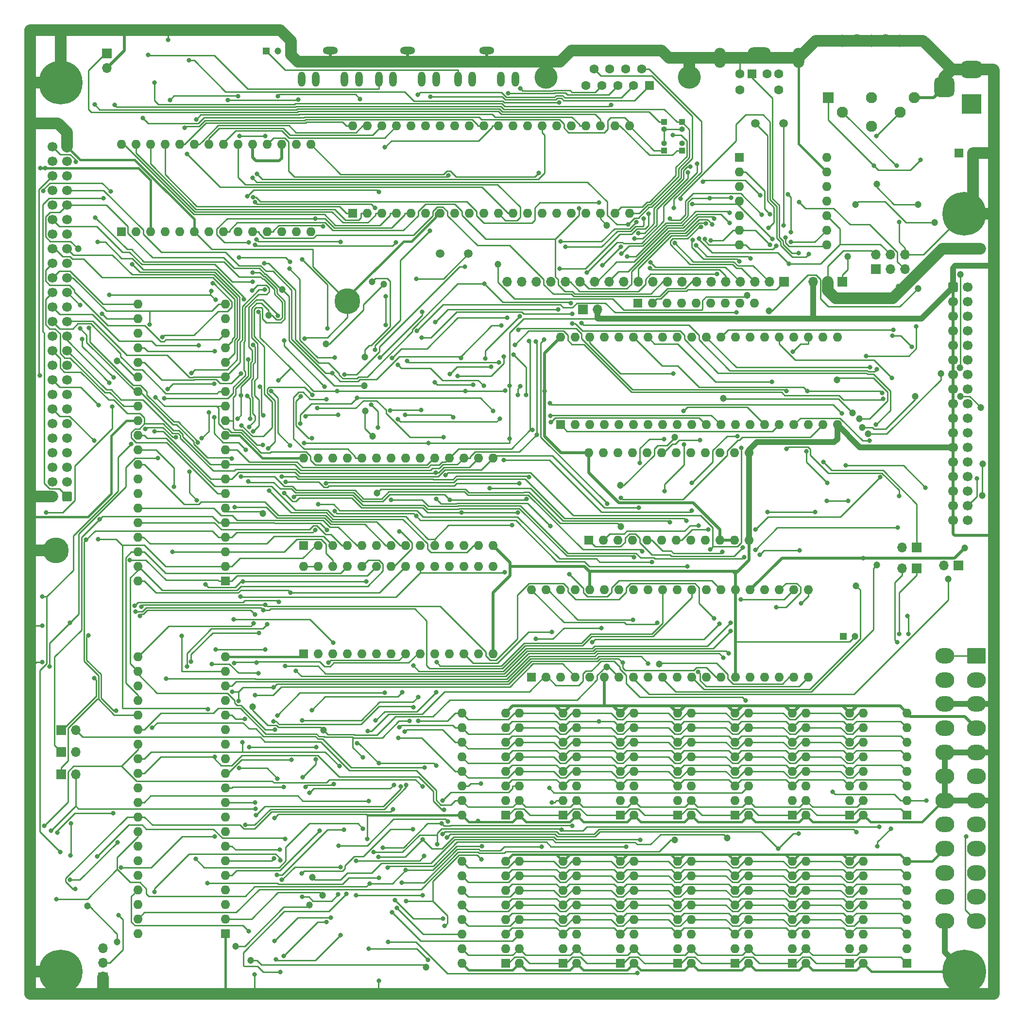
<source format=gbr>
%TF.GenerationSoftware,KiCad,Pcbnew,7.0.1*%
%TF.CreationDate,2023-05-06T23:27:47+01:00*%
%TF.ProjectId,CPC464-2MINIITX,43504334-3634-42d3-924d-494e49495458,rev?*%
%TF.SameCoordinates,Original*%
%TF.FileFunction,Copper,L2,Bot*%
%TF.FilePolarity,Positive*%
%FSLAX46Y46*%
G04 Gerber Fmt 4.6, Leading zero omitted, Abs format (unit mm)*
G04 Created by KiCad (PCBNEW 7.0.1) date 2023-05-06 23:27:47*
%MOMM*%
%LPD*%
G01*
G04 APERTURE LIST*
G04 Aperture macros list*
%AMRoundRect*
0 Rectangle with rounded corners*
0 $1 Rounding radius*
0 $2 $3 $4 $5 $6 $7 $8 $9 X,Y pos of 4 corners*
0 Add a 4 corners polygon primitive as box body*
4,1,4,$2,$3,$4,$5,$6,$7,$8,$9,$2,$3,0*
0 Add four circle primitives for the rounded corners*
1,1,$1+$1,$2,$3*
1,1,$1+$1,$4,$5*
1,1,$1+$1,$6,$7*
1,1,$1+$1,$8,$9*
0 Add four rect primitives between the rounded corners*
20,1,$1+$1,$2,$3,$4,$5,0*
20,1,$1+$1,$4,$5,$6,$7,0*
20,1,$1+$1,$6,$7,$8,$9,0*
20,1,$1+$1,$8,$9,$2,$3,0*%
G04 Aperture macros list end*
%TA.AperFunction,ComponentPad*%
%ADD10R,1.600000X1.600000*%
%TD*%
%TA.AperFunction,ComponentPad*%
%ADD11O,1.600000X1.600000*%
%TD*%
%TA.AperFunction,ComponentPad*%
%ADD12RoundRect,0.250000X-0.600000X-0.600000X0.600000X-0.600000X0.600000X0.600000X-0.600000X0.600000X0*%
%TD*%
%TA.AperFunction,ComponentPad*%
%ADD13C,1.700000*%
%TD*%
%TA.AperFunction,ComponentPad*%
%ADD14RoundRect,0.250000X0.600000X0.600000X-0.600000X0.600000X-0.600000X-0.600000X0.600000X-0.600000X0*%
%TD*%
%TA.AperFunction,ComponentPad*%
%ADD15R,1.200000X1.200000*%
%TD*%
%TA.AperFunction,ComponentPad*%
%ADD16C,1.200000*%
%TD*%
%TA.AperFunction,ComponentPad*%
%ADD17C,4.500000*%
%TD*%
%TA.AperFunction,ComponentPad*%
%ADD18C,0.800000*%
%TD*%
%TA.AperFunction,ComponentPad*%
%ADD19C,7.620000*%
%TD*%
%TA.AperFunction,ComponentPad*%
%ADD20C,1.500000*%
%TD*%
%TA.AperFunction,ComponentPad*%
%ADD21R,1.000000X1.000000*%
%TD*%
%TA.AperFunction,ComponentPad*%
%ADD22O,1.000000X1.000000*%
%TD*%
%TA.AperFunction,ComponentPad*%
%ADD23O,2.616000X1.308000*%
%TD*%
%TA.AperFunction,ComponentPad*%
%ADD24O,1.308000X2.616000*%
%TD*%
%TA.AperFunction,ComponentPad*%
%ADD25R,1.700000X1.700000*%
%TD*%
%TA.AperFunction,ComponentPad*%
%ADD26O,1.700000X1.700000*%
%TD*%
%TA.AperFunction,ComponentPad*%
%ADD27R,3.500000X3.500000*%
%TD*%
%TA.AperFunction,ComponentPad*%
%ADD28RoundRect,0.750000X-1.000000X0.750000X-1.000000X-0.750000X1.000000X-0.750000X1.000000X0.750000X0*%
%TD*%
%TA.AperFunction,ComponentPad*%
%ADD29RoundRect,0.875000X-0.875000X0.875000X-0.875000X-0.875000X0.875000X-0.875000X0.875000X0.875000X0*%
%TD*%
%TA.AperFunction,ComponentPad*%
%ADD30C,1.600000*%
%TD*%
%TA.AperFunction,ComponentPad*%
%ADD31O,4.000000X2.000000*%
%TD*%
%TA.AperFunction,ComponentPad*%
%ADD32O,2.000000X3.500000*%
%TD*%
%TA.AperFunction,ComponentPad*%
%ADD33C,4.000000*%
%TD*%
%TA.AperFunction,ComponentPad*%
%ADD34RoundRect,0.250001X-1.399999X1.099999X-1.399999X-1.099999X1.399999X-1.099999X1.399999X1.099999X0*%
%TD*%
%TA.AperFunction,ComponentPad*%
%ADD35O,3.300000X2.700000*%
%TD*%
%TA.AperFunction,ComponentPad*%
%ADD36R,1.950000X1.950000*%
%TD*%
%TA.AperFunction,ComponentPad*%
%ADD37C,1.950000*%
%TD*%
%TA.AperFunction,ComponentPad*%
%ADD38C,2.150000*%
%TD*%
%TA.AperFunction,ViaPad*%
%ADD39C,0.800000*%
%TD*%
%TA.AperFunction,ViaPad*%
%ADD40C,1.200000*%
%TD*%
%TA.AperFunction,Conductor*%
%ADD41C,0.250000*%
%TD*%
%TA.AperFunction,Conductor*%
%ADD42C,0.500000*%
%TD*%
%TA.AperFunction,Conductor*%
%ADD43C,2.000000*%
%TD*%
%TA.AperFunction,Conductor*%
%ADD44C,1.000000*%
%TD*%
%TA.AperFunction,Conductor*%
%ADD45C,0.400000*%
%TD*%
G04 APERTURE END LIST*
D10*
%TO.P,IC111,1,A11*%
%TO.N,/CPU/A11*%
X63680000Y-125200000D03*
D11*
%TO.P,IC111,2,A12*%
%TO.N,/CPU/A12*%
X63680000Y-122660000D03*
%TO.P,IC111,3,A13*%
%TO.N,/CPU/A13*%
X63680000Y-120120000D03*
%TO.P,IC111,4,A14*%
%TO.N,/CPU/A14*%
X63680000Y-117580000D03*
%TO.P,IC111,5,A15*%
%TO.N,/CPU/A15*%
X63680000Y-115040000D03*
%TO.P,IC111,6,~{CLK}*%
%TO.N,A100*%
X63680000Y-112500000D03*
%TO.P,IC111,7,D4*%
%TO.N,/CPU/D4*%
X63680000Y-109960000D03*
%TO.P,IC111,8,D3*%
%TO.N,/CPU/D3*%
X63680000Y-107420000D03*
%TO.P,IC111,9,D5*%
%TO.N,/CPU/D5*%
X63680000Y-104880000D03*
%TO.P,IC111,10,D6*%
%TO.N,/CPU/D6*%
X63680000Y-102340000D03*
%TO.P,IC111,11,VCC*%
%TO.N,5V*%
X63680000Y-99800000D03*
%TO.P,IC111,12,D2*%
%TO.N,/CPU/D2*%
X63680000Y-97260000D03*
%TO.P,IC111,13,D7*%
%TO.N,/CPU/D7*%
X63680000Y-94720000D03*
%TO.P,IC111,14,D0*%
%TO.N,/CPU/D0*%
X63680000Y-92180000D03*
%TO.P,IC111,15,D1*%
%TO.N,/CPU/D1*%
X63680000Y-89640000D03*
%TO.P,IC111,16,~{INT}*%
%TO.N,INT*%
X63680000Y-87100000D03*
%TO.P,IC111,17,~{NMI}*%
%TO.N,NMI*%
X63680000Y-84560000D03*
%TO.P,IC111,18,~{HALT}*%
%TO.N,HALT*%
X63680000Y-82020000D03*
%TO.P,IC111,19,~{MREQ}*%
%TO.N,MREQ*%
X63680000Y-79480000D03*
%TO.P,IC111,20,~{IORQ}*%
%TO.N,IORQ*%
X63680000Y-76940000D03*
%TO.P,IC111,21,~{RD}*%
%TO.N,RD*%
X48440000Y-76940000D03*
%TO.P,IC111,22,~{WR}*%
%TO.N,WR*%
X48440000Y-79480000D03*
%TO.P,IC111,23,~{BUSACK}*%
%TO.N,BUSAK*%
X48440000Y-82020000D03*
%TO.P,IC111,24,~{WAIT}*%
%TO.N,READY*%
X48440000Y-84560000D03*
%TO.P,IC111,25,~{BUSRQ}*%
%TO.N,BUSRQ*%
X48440000Y-87100000D03*
%TO.P,IC111,26,~{RESET}*%
%TO.N,RESET*%
X48440000Y-89640000D03*
%TO.P,IC111,27,~{M1}*%
%TO.N,M1*%
X48440000Y-92180000D03*
%TO.P,IC111,28,~{RFSH}*%
%TO.N,RFSH*%
X48440000Y-94720000D03*
%TO.P,IC111,29,GND*%
%TO.N,GND*%
X48440000Y-97260000D03*
%TO.P,IC111,30,A0*%
%TO.N,/CPU/A0*%
X48440000Y-99800000D03*
%TO.P,IC111,31,A1*%
%TO.N,/CPU/A1*%
X48440000Y-102340000D03*
%TO.P,IC111,32,A2*%
%TO.N,/CPU/A2*%
X48440000Y-104880000D03*
%TO.P,IC111,33,A3*%
%TO.N,/CPU/A3*%
X48440000Y-107420000D03*
%TO.P,IC111,34,A4*%
%TO.N,/CPU/A4*%
X48440000Y-109960000D03*
%TO.P,IC111,35,A5*%
%TO.N,/CPU/A5*%
X48440000Y-112500000D03*
%TO.P,IC111,36,A6*%
%TO.N,/CPU/A6*%
X48440000Y-115040000D03*
%TO.P,IC111,37,A7*%
%TO.N,/CPU/A7*%
X48440000Y-117580000D03*
%TO.P,IC111,38,A8*%
%TO.N,/CPU/A8*%
X48440000Y-120120000D03*
%TO.P,IC111,39,A9*%
%TO.N,/CPU/A9*%
X48440000Y-122660000D03*
%TO.P,IC111,40,A10*%
%TO.N,/CPU/A10*%
X48440000Y-125200000D03*
%TD*%
D10*
%TO.P,IC701,1,NC*%
%TO.N,MV*%
X112520000Y-191830000D03*
D11*
%TO.P,IC701,2,DIN*%
%TO.N,/CPU/D0*%
X112520000Y-189290000D03*
%TO.P,IC701,3,~{WRITE}*%
%TO.N,MWE*%
X112520000Y-186750000D03*
%TO.P,IC701,4,~{RAS}*%
%TO.N,RAS*%
X112520000Y-184210000D03*
%TO.P,IC701,5,A0*%
%TO.N,/Memory/XA0*%
X112520000Y-181670000D03*
%TO.P,IC701,6,A2*%
%TO.N,/Memory/XA2*%
X112520000Y-179130000D03*
%TO.P,IC701,7,A1*%
%TO.N,/Memory/XA1*%
X112520000Y-176590000D03*
%TO.P,IC701,8,VCC*%
%TO.N,5V*%
X112520000Y-174050000D03*
%TO.P,IC701,9,A7*%
%TO.N,/Memory/XA7*%
X104900000Y-174050000D03*
%TO.P,IC701,10,A5*%
%TO.N,/Memory/XA5*%
X104900000Y-176590000D03*
%TO.P,IC701,11,A4*%
%TO.N,/Memory/XA4*%
X104900000Y-179130000D03*
%TO.P,IC701,12,A3*%
%TO.N,/Memory/XA3*%
X104900000Y-181670000D03*
%TO.P,IC701,13,A6*%
%TO.N,/Memory/XA6*%
X104900000Y-184210000D03*
%TO.P,IC701,14,DOUT*%
%TO.N,/Gate Arrays/GD0*%
X104900000Y-186750000D03*
%TO.P,IC701,15,~{CAS}*%
%TO.N,CAS1*%
X104900000Y-189290000D03*
%TO.P,IC701,16,GND*%
%TO.N,GND*%
X104900000Y-191830000D03*
%TD*%
D12*
%TO.P,CD402,1,Pin_1*%
%TO.N,GND*%
X190500000Y-73959800D03*
D13*
%TO.P,CD402,2,Pin_2*%
%TO.N,unconnected-(CD402-Pin_2-Pad2)*%
X193040000Y-73959800D03*
%TO.P,CD402,3,Pin_3*%
%TO.N,GND*%
X190500000Y-76499800D03*
%TO.P,CD402,4,Pin_4*%
%TO.N,unconnected-(CD402-Pin_4-Pad4)*%
X193040000Y-76499800D03*
%TO.P,CD402,5,Pin_5*%
%TO.N,GND*%
X190500000Y-79039800D03*
%TO.P,CD402,6,Pin_6*%
%TO.N,unconnected-(CD402-Pin_6-Pad6)*%
X193040000Y-79039800D03*
%TO.P,CD402,7,Pin_7*%
%TO.N,GND*%
X190500000Y-81579800D03*
%TO.P,CD402,8,Pin_8*%
%TO.N,fINDEX*%
X193040000Y-81579800D03*
%TO.P,CD402,9,Pin_9*%
%TO.N,GND*%
X190500000Y-84119800D03*
%TO.P,CD402,10,Pin_10*%
%TO.N,fDRIVE0*%
X193040000Y-84119800D03*
%TO.P,CD402,11,Pin_11*%
%TO.N,GND*%
X190500000Y-86659800D03*
%TO.P,CD402,12,Pin_12*%
%TO.N,fDRIVE1*%
X193040000Y-86659800D03*
%TO.P,CD402,13,Pin_13*%
%TO.N,GND*%
X190500000Y-89199800D03*
%TO.P,CD402,14,Pin_14*%
%TO.N,unconnected-(CD402-Pin_14-Pad14)*%
X193040000Y-89199800D03*
%TO.P,CD402,15,Pin_15*%
%TO.N,GND*%
X190500000Y-91739800D03*
%TO.P,CD402,16,Pin_16*%
%TO.N,fMOTOR1*%
X193040000Y-91739800D03*
%TO.P,CD402,17,Pin_17*%
%TO.N,GND*%
X190500000Y-94279800D03*
%TO.P,CD402,18,Pin_18*%
%TO.N,fDIR*%
X193040000Y-94279800D03*
%TO.P,CD402,19,Pin_19*%
%TO.N,GND*%
X190500000Y-96819800D03*
%TO.P,CD402,20,Pin_20*%
%TO.N,fSTEP*%
X193040000Y-96819800D03*
%TO.P,CD402,21,Pin_21*%
%TO.N,GND*%
X190500000Y-99359800D03*
%TO.P,CD402,22,Pin_22*%
%TO.N,fWDATA*%
X193040000Y-99359800D03*
%TO.P,CD402,23,Pin_23*%
%TO.N,GND*%
X190500000Y-101899800D03*
%TO.P,CD402,24,Pin_24*%
%TO.N,fWGATE*%
X193040000Y-101899800D03*
%TO.P,CD402,25,Pin_25*%
%TO.N,GND*%
X190500000Y-104439800D03*
%TO.P,CD402,26,Pin_26*%
%TO.N,fTRACK0*%
X193040000Y-104439800D03*
%TO.P,CD402,27,Pin_27*%
%TO.N,GND*%
X190500000Y-106979800D03*
%TO.P,CD402,28,Pin_28*%
%TO.N,fWRITEPROT*%
X193040000Y-106979800D03*
%TO.P,CD402,29,Pin_29*%
%TO.N,GND*%
X190500000Y-109519800D03*
%TO.P,CD402,30,Pin_30*%
%TO.N,fREAD*%
X193040000Y-109519800D03*
%TO.P,CD402,31,Pin_31*%
%TO.N,GND*%
X190500000Y-112059800D03*
%TO.P,CD402,32,Pin_32*%
%TO.N,fSIDE1*%
X193040000Y-112059800D03*
%TO.P,CD402,33,Pin_33*%
%TO.N,GND*%
X190500000Y-114599800D03*
%TO.P,CD402,34,Pin_34*%
%TO.N,fREADY*%
X193040000Y-114599800D03*
%TD*%
D14*
%TO.P,PL1,1,Pin_1*%
%TO.N,SOUND*%
X36086000Y-110432000D03*
D13*
%TO.P,PL1,2,Pin_2*%
%TO.N,GND*%
X33546000Y-110432000D03*
%TO.P,PL1,3,Pin_3*%
%TO.N,/CPU/A15*%
X36086000Y-107892000D03*
%TO.P,PL1,4,Pin_4*%
%TO.N,/CPU/A14*%
X33546000Y-107892000D03*
%TO.P,PL1,5,Pin_5*%
%TO.N,/CPU/A13*%
X36086000Y-105352000D03*
%TO.P,PL1,6,Pin_6*%
%TO.N,/CPU/A12*%
X33546000Y-105352000D03*
%TO.P,PL1,7,Pin_7*%
%TO.N,/CPU/A11*%
X36086000Y-102812000D03*
%TO.P,PL1,8,Pin_8*%
%TO.N,/CPU/A10*%
X33546000Y-102812000D03*
%TO.P,PL1,9,Pin_9*%
%TO.N,/CPU/A9*%
X36086000Y-100272000D03*
%TO.P,PL1,10,Pin_10*%
%TO.N,/CPU/A8*%
X33546000Y-100272000D03*
%TO.P,PL1,11,Pin_11*%
%TO.N,/CPU/A7*%
X36086000Y-97732000D03*
%TO.P,PL1,12,Pin_12*%
%TO.N,/CPU/A6*%
X33546000Y-97732000D03*
%TO.P,PL1,13,Pin_13*%
%TO.N,/CPU/A5*%
X36086000Y-95192000D03*
%TO.P,PL1,14,Pin_14*%
%TO.N,/CPU/A4*%
X33546000Y-95192000D03*
%TO.P,PL1,15,Pin_15*%
%TO.N,/CPU/A3*%
X36086000Y-92652000D03*
%TO.P,PL1,16,Pin_16*%
%TO.N,/CPU/A2*%
X33546000Y-92652000D03*
%TO.P,PL1,17,Pin_17*%
%TO.N,/CPU/A1*%
X36086000Y-90112000D03*
%TO.P,PL1,18,Pin_18*%
%TO.N,/CPU/A0*%
X33546000Y-90112000D03*
%TO.P,PL1,19,Pin_19*%
%TO.N,/CPU/D7*%
X36086000Y-87572000D03*
%TO.P,PL1,20,Pin_20*%
%TO.N,/CPU/D6*%
X33546000Y-87572000D03*
%TO.P,PL1,21,Pin_21*%
%TO.N,/CPU/D5*%
X36086000Y-85032000D03*
%TO.P,PL1,22,Pin_22*%
%TO.N,/CPU/D4*%
X33546000Y-85032000D03*
%TO.P,PL1,23,Pin_23*%
%TO.N,/CPU/D3*%
X36086000Y-82492000D03*
%TO.P,PL1,24,Pin_24*%
%TO.N,/CPU/D2*%
X33546000Y-82492000D03*
%TO.P,PL1,25,Pin_25*%
%TO.N,/CPU/D1*%
X36086000Y-79952000D03*
%TO.P,PL1,26,Pin_26*%
%TO.N,/CPU/D0*%
X33546000Y-79952000D03*
%TO.P,PL1,27,Pin_27*%
%TO.N,5V*%
X36086000Y-77412000D03*
%TO.P,PL1,28,Pin_28*%
%TO.N,MREQ*%
X33546000Y-77412000D03*
%TO.P,PL1,29,Pin_29*%
%TO.N,M1*%
X36086000Y-74872000D03*
%TO.P,PL1,30,Pin_30*%
%TO.N,RFSH*%
X33546000Y-74872000D03*
%TO.P,PL1,31,Pin_31*%
%TO.N,IORQ*%
X36086000Y-72332000D03*
%TO.P,PL1,32,Pin_32*%
%TO.N,RD*%
X33546000Y-72332000D03*
%TO.P,PL1,33,Pin_33*%
%TO.N,WR*%
X36086000Y-69792000D03*
%TO.P,PL1,34,Pin_34*%
%TO.N,HALT*%
X33546000Y-69792000D03*
%TO.P,PL1,35,Pin_35*%
%TO.N,INT*%
X36086000Y-67252000D03*
%TO.P,PL1,36,Pin_36*%
%TO.N,NMI*%
X33546000Y-67252000D03*
%TO.P,PL1,37,Pin_37*%
%TO.N,BUSRQ*%
X36086000Y-64712000D03*
%TO.P,PL1,38,Pin_38*%
%TO.N,BUSAK*%
X33546000Y-64712000D03*
%TO.P,PL1,39,Pin_39*%
%TO.N,READY*%
X36086000Y-62172000D03*
%TO.P,PL1,40,Pin_40*%
%TO.N,BUS*%
X33546000Y-62172000D03*
%TO.P,PL1,41,Pin_41*%
%TO.N,RESET*%
X36086000Y-59632000D03*
%TO.P,PL1,42,Pin_42*%
%TO.N,ROMEN*%
X33546000Y-59632000D03*
%TO.P,PL1,43,Pin_43*%
%TO.N,ROMDIS*%
X36086000Y-57092000D03*
%TO.P,PL1,44,Pin_44*%
%TO.N,RAMRD*%
X33546000Y-57092000D03*
%TO.P,PL1,45,Pin_45*%
%TO.N,RAMDIS*%
X36086000Y-54552000D03*
%TO.P,PL1,46,Pin_46*%
%TO.N,CURSOR*%
X33546000Y-54552000D03*
%TO.P,PL1,47,Pin_47*%
%TO.N,LPEN*%
X36086000Y-52012000D03*
%TO.P,PL1,48,Pin_48*%
%TO.N,EXP*%
X33546000Y-52012000D03*
%TO.P,PL1,49,Pin_49*%
%TO.N,GND*%
X36086000Y-49472000D03*
%TO.P,PL1,50,Pin_50*%
%TO.N,A100*%
X33546000Y-49472000D03*
%TD*%
D10*
%TO.P,IC704,1,NC*%
%TO.N,MV*%
X142520000Y-191830000D03*
D11*
%TO.P,IC704,2,DIN*%
%TO.N,/CPU/D3*%
X142520000Y-189290000D03*
%TO.P,IC704,3,~{WRITE}*%
%TO.N,MWE*%
X142520000Y-186750000D03*
%TO.P,IC704,4,~{RAS}*%
%TO.N,RAS*%
X142520000Y-184210000D03*
%TO.P,IC704,5,A0*%
%TO.N,/Memory/XA0*%
X142520000Y-181670000D03*
%TO.P,IC704,6,A2*%
%TO.N,/Memory/XA2*%
X142520000Y-179130000D03*
%TO.P,IC704,7,A1*%
%TO.N,/Memory/XA1*%
X142520000Y-176590000D03*
%TO.P,IC704,8,VCC*%
%TO.N,5V*%
X142520000Y-174050000D03*
%TO.P,IC704,9,A7*%
%TO.N,/Memory/XA7*%
X134900000Y-174050000D03*
%TO.P,IC704,10,A5*%
%TO.N,/Memory/XA5*%
X134900000Y-176590000D03*
%TO.P,IC704,11,A4*%
%TO.N,/Memory/XA4*%
X134900000Y-179130000D03*
%TO.P,IC704,12,A3*%
%TO.N,/Memory/XA3*%
X134900000Y-181670000D03*
%TO.P,IC704,13,A6*%
%TO.N,/Memory/XA6*%
X134900000Y-184210000D03*
%TO.P,IC704,14,DOUT*%
%TO.N,/Gate Arrays/GD3*%
X134900000Y-186750000D03*
%TO.P,IC704,15,~{CAS}*%
%TO.N,CAS1*%
X134900000Y-189290000D03*
%TO.P,IC704,16,GND*%
%TO.N,GND*%
X134900000Y-191830000D03*
%TD*%
%TO.P,NR1,9,R8*%
%TO.N,/PS2 Keyboard/ROW0*%
X155917000Y-76776000D03*
%TO.P,NR1,8,R7*%
%TO.N,/PS2 Keyboard/ROW1*%
X153377000Y-76776000D03*
%TO.P,NR1,7,R6*%
%TO.N,/PS2 Keyboard/ROW2*%
X150837000Y-76776000D03*
%TO.P,NR1,6,R5*%
%TO.N,/PS2 Keyboard/ROW3*%
X148297000Y-76776000D03*
%TO.P,NR1,5,R4*%
%TO.N,/PS2 Keyboard/ROW4*%
X145757000Y-76776000D03*
%TO.P,NR1,4,R3*%
%TO.N,/PS2 Keyboard/ROW5*%
X143217000Y-76776000D03*
%TO.P,NR1,3,R2*%
%TO.N,/PS2 Keyboard/ROW6*%
X140677000Y-76776000D03*
%TO.P,NR1,2,R1*%
%TO.N,/PS2 Keyboard/ROW7*%
X138137000Y-76776000D03*
D10*
%TO.P,NR1,1,common*%
%TO.N,5V*%
X135597000Y-76776000D03*
%TD*%
D15*
%TO.P,C1071,1*%
%TO.N,5VSB*%
X171400000Y-134850000D03*
D16*
%TO.P,C1071,2*%
%TO.N,GND*%
X173400000Y-134850000D03*
%TD*%
D17*
%TO.P,H7,1,1*%
%TO.N,GND*%
X84976000Y-76401000D03*
%TD*%
D18*
%TO.P,HA2,1,1*%
%TO.N,GND*%
X192494200Y-58322600D03*
X192494200Y-64037600D03*
X194514758Y-59159542D03*
X194514758Y-63200658D03*
X190473642Y-63200658D03*
X190473642Y-59159542D03*
X195351700Y-61180100D03*
X189636700Y-61180100D03*
D19*
X192494200Y-61180100D03*
%TD*%
D20*
%TO.P,Y800,2,2*%
%TO.N,Net-(IC800-XTAL2{slash}PB7)*%
X160964000Y-45464000D03*
%TO.P,Y800,1,1*%
%TO.N,Net-(IC800-XTAL1{slash}PB6)*%
X156084000Y-45464000D03*
%TD*%
D21*
%TO.P,LK3,1,Pin_1*%
%TO.N,/IO/IPB3*%
X140133200Y-50150000D03*
D22*
%TO.P,LK3,2,Pin_2*%
%TO.N,GND*%
X140133200Y-48880000D03*
%TD*%
D21*
%TO.P,LK4,1,Pin_1*%
%TO.N,/IO/IPB4*%
X143250000Y-50150000D03*
D22*
%TO.P,LK4,2,Pin_2*%
%TO.N,GND*%
X143250000Y-48880000D03*
%TD*%
D23*
%TO.P,J103,1,1*%
%TO.N,GND*%
X81963500Y-32774000D03*
D24*
%TO.P,J103,2,2*%
%TO.N,Net-(J103-Pad2)*%
X76963500Y-37774000D03*
%TO.P,J103,3,Ground*%
%TO.N,Net-(J103-Ground)*%
X86963500Y-37774000D03*
%TO.P,J103,10,10*%
%TO.N,unconnected-(J103-Pad10)*%
X79463500Y-37774000D03*
%TO.P,J103,11,11*%
%TO.N,unconnected-(J103-Pad11)*%
X84463500Y-37774000D03*
%TD*%
D10*
%TO.P,IC122,1,NC*%
%TO.N,MV*%
X162520000Y-166000000D03*
D11*
%TO.P,IC122,2,DIN*%
%TO.N,/CPU/D5*%
X162520000Y-163460000D03*
%TO.P,IC122,3,~{WRITE}*%
%TO.N,MWE*%
X162520000Y-160920000D03*
%TO.P,IC122,4,~{RAS}*%
%TO.N,RAS*%
X162520000Y-158380000D03*
%TO.P,IC122,5,A0*%
%TO.N,/Memory/XA0*%
X162520000Y-155840000D03*
%TO.P,IC122,6,A2*%
%TO.N,/Memory/XA2*%
X162520000Y-153300000D03*
%TO.P,IC122,7,A1*%
%TO.N,/Memory/XA1*%
X162520000Y-150760000D03*
%TO.P,IC122,8,VCC*%
%TO.N,5V*%
X162520000Y-148220000D03*
%TO.P,IC122,9,A7*%
%TO.N,/Memory/XA7*%
X154900000Y-148220000D03*
%TO.P,IC122,10,A5*%
%TO.N,/Memory/XA5*%
X154900000Y-150760000D03*
%TO.P,IC122,11,A4*%
%TO.N,/Memory/XA4*%
X154900000Y-153300000D03*
%TO.P,IC122,12,A3*%
%TO.N,/Memory/XA3*%
X154900000Y-155840000D03*
%TO.P,IC122,13,A6*%
%TO.N,/Memory/XA6*%
X154900000Y-158380000D03*
%TO.P,IC122,14,DOUT*%
%TO.N,/Gate Arrays/GD5*%
X154900000Y-160920000D03*
%TO.P,IC122,15,~{CAS}*%
%TO.N,CAS0*%
X154900000Y-163460000D03*
%TO.P,IC122,16,GND*%
%TO.N,GND*%
X154900000Y-166000000D03*
%TD*%
D10*
%TO.P,IC121,1,NC*%
%TO.N,MV*%
X152520000Y-166000000D03*
D11*
%TO.P,IC121,2,DIN*%
%TO.N,/CPU/D4*%
X152520000Y-163460000D03*
%TO.P,IC121,3,~{WRITE}*%
%TO.N,MWE*%
X152520000Y-160920000D03*
%TO.P,IC121,4,~{RAS}*%
%TO.N,RAS*%
X152520000Y-158380000D03*
%TO.P,IC121,5,A0*%
%TO.N,/Memory/XA0*%
X152520000Y-155840000D03*
%TO.P,IC121,6,A2*%
%TO.N,/Memory/XA2*%
X152520000Y-153300000D03*
%TO.P,IC121,7,A1*%
%TO.N,/Memory/XA1*%
X152520000Y-150760000D03*
%TO.P,IC121,8,VCC*%
%TO.N,5V*%
X152520000Y-148220000D03*
%TO.P,IC121,9,A7*%
%TO.N,/Memory/XA7*%
X144900000Y-148220000D03*
%TO.P,IC121,10,A5*%
%TO.N,/Memory/XA5*%
X144900000Y-150760000D03*
%TO.P,IC121,11,A4*%
%TO.N,/Memory/XA4*%
X144900000Y-153300000D03*
%TO.P,IC121,12,A3*%
%TO.N,/Memory/XA3*%
X144900000Y-155840000D03*
%TO.P,IC121,13,A6*%
%TO.N,/Memory/XA6*%
X144900000Y-158380000D03*
%TO.P,IC121,14,DOUT*%
%TO.N,/Gate Arrays/GD4*%
X144900000Y-160920000D03*
%TO.P,IC121,15,~{CAS}*%
%TO.N,CAS0*%
X144900000Y-163460000D03*
%TO.P,IC121,16,GND*%
%TO.N,GND*%
X144900000Y-166000000D03*
%TD*%
D25*
%TO.P,J1071,1,Pin_1*%
%TO.N,Net-(IC1070-THR)*%
X184210000Y-123000000D03*
D26*
%TO.P,J1071,2,Pin_2*%
%TO.N,Net-(J1071-Pin_2)*%
X181670000Y-123000000D03*
%TD*%
D27*
%TO.P,J104,1*%
%TO.N,5V*%
X193743500Y-42068000D03*
D28*
%TO.P,J104,2*%
%TO.N,GND*%
X193743500Y-36068000D03*
D29*
%TO.P,J104,3*%
X189043500Y-39068000D03*
%TD*%
D10*
%TO.P,J804,1*%
%TO.N,ADMISO*%
X155470000Y-36825000D03*
D30*
%TO.P,J804,2*%
%TO.N,unconnected-(J804-Pad2)*%
X158070000Y-36825000D03*
%TO.P,J804,3*%
%TO.N,GND*%
X153370000Y-36825000D03*
%TO.P,J804,4*%
%TO.N,5V*%
X160170000Y-36825000D03*
%TO.P,J804,5*%
%TO.N,PS2-CLK*%
X153370000Y-39625000D03*
%TO.P,J804,6*%
%TO.N,unconnected-(J804-Pad6)*%
X160170000Y-39625000D03*
D31*
%TO.P,J804,7*%
%TO.N,GND*%
X156770000Y-33175000D03*
D32*
X163620000Y-33975000D03*
X149920000Y-33975000D03*
%TD*%
D25*
%TO.P,J903,1,Pin_1*%
%TO.N,GND*%
X42350000Y-194300000D03*
D26*
%TO.P,J903,2,Pin_2*%
%TO.N,5V*%
X42350000Y-191760000D03*
%TO.P,J903,3,Pin_3*%
%TO.N,unconnected-(J903-Pin_3-Pad3)*%
X42350000Y-189220000D03*
%TD*%
D25*
%TO.P,LK6,1,Pin_1*%
%TO.N,/CPU/A15*%
X35060000Y-155020000D03*
D26*
%TO.P,LK6,2,Pin_2*%
%TO.N,A15OUT*%
X37600000Y-155020000D03*
%TD*%
D30*
%TO.P,J102,9,Pin_9*%
%TO.N,/PS2 Keyboard/ROW7*%
X127935000Y-35986300D03*
%TO.P,J102,8,Pin_8*%
%TO.N,/PS2 Keyboard/COL9*%
X130705000Y-35986300D03*
%TO.P,J102,7,Pin_7*%
%TO.N,/PS2 Keyboard/ROW5*%
X133475000Y-35986300D03*
%TO.P,J102,6,Pin_6*%
%TO.N,/PS2 Keyboard/ROW4*%
X136245000Y-35986300D03*
%TO.P,J102,5,Pin_5*%
%TO.N,/PS2 Keyboard/ROW6*%
X126550000Y-38826300D03*
%TO.P,J102,4,Pin_4*%
%TO.N,/PS2 Keyboard/ROW3*%
X129320000Y-38826300D03*
%TO.P,J102,3,Pin_3*%
%TO.N,/PS2 Keyboard/ROW2*%
X132090000Y-38826300D03*
%TO.P,J102,2,Pin_2*%
%TO.N,/PS2 Keyboard/ROW1*%
X134860000Y-38826300D03*
D10*
%TO.P,J102,1,Pin_1*%
%TO.N,/PS2 Keyboard/ROW0*%
X137630000Y-38826300D03*
D33*
%TO.P,J102,0,GND*%
%TO.N,GND*%
X144590000Y-37406300D03*
X119590000Y-37406300D03*
%TD*%
D17*
%TO.P,H1,1,1*%
%TO.N,GND*%
X34176000Y-119835000D03*
%TD*%
D10*
%TO.P,IC117,1,NC*%
%TO.N,MV*%
X142520000Y-166000000D03*
D11*
%TO.P,IC117,2,DIN*%
%TO.N,/CPU/D3*%
X142520000Y-163460000D03*
%TO.P,IC117,3,~{WRITE}*%
%TO.N,MWE*%
X142520000Y-160920000D03*
%TO.P,IC117,4,~{RAS}*%
%TO.N,RAS*%
X142520000Y-158380000D03*
%TO.P,IC117,5,A0*%
%TO.N,/Memory/XA0*%
X142520000Y-155840000D03*
%TO.P,IC117,6,A2*%
%TO.N,/Memory/XA2*%
X142520000Y-153300000D03*
%TO.P,IC117,7,A1*%
%TO.N,/Memory/XA1*%
X142520000Y-150760000D03*
%TO.P,IC117,8,VCC*%
%TO.N,5V*%
X142520000Y-148220000D03*
%TO.P,IC117,9,A7*%
%TO.N,/Memory/XA7*%
X134900000Y-148220000D03*
%TO.P,IC117,10,A5*%
%TO.N,/Memory/XA5*%
X134900000Y-150760000D03*
%TO.P,IC117,11,A4*%
%TO.N,/Memory/XA4*%
X134900000Y-153300000D03*
%TO.P,IC117,12,A3*%
%TO.N,/Memory/XA3*%
X134900000Y-155840000D03*
%TO.P,IC117,13,A6*%
%TO.N,/Memory/XA6*%
X134900000Y-158380000D03*
%TO.P,IC117,14,DOUT*%
%TO.N,/Gate Arrays/GD3*%
X134900000Y-160920000D03*
%TO.P,IC117,15,~{CAS}*%
%TO.N,CAS0*%
X134900000Y-163460000D03*
%TO.P,IC117,16,GND*%
%TO.N,GND*%
X134900000Y-166000000D03*
%TD*%
D10*
%TO.P,IC702,1,NC*%
%TO.N,MV*%
X122520000Y-191830000D03*
D11*
%TO.P,IC702,2,DIN*%
%TO.N,/CPU/D1*%
X122520000Y-189290000D03*
%TO.P,IC702,3,~{WRITE}*%
%TO.N,MWE*%
X122520000Y-186750000D03*
%TO.P,IC702,4,~{RAS}*%
%TO.N,RAS*%
X122520000Y-184210000D03*
%TO.P,IC702,5,A0*%
%TO.N,/Memory/XA0*%
X122520000Y-181670000D03*
%TO.P,IC702,6,A2*%
%TO.N,/Memory/XA2*%
X122520000Y-179130000D03*
%TO.P,IC702,7,A1*%
%TO.N,/Memory/XA1*%
X122520000Y-176590000D03*
%TO.P,IC702,8,VCC*%
%TO.N,5V*%
X122520000Y-174050000D03*
%TO.P,IC702,9,A7*%
%TO.N,/Memory/XA7*%
X114900000Y-174050000D03*
%TO.P,IC702,10,A5*%
%TO.N,/Memory/XA5*%
X114900000Y-176590000D03*
%TO.P,IC702,11,A4*%
%TO.N,/Memory/XA4*%
X114900000Y-179130000D03*
%TO.P,IC702,12,A3*%
%TO.N,/Memory/XA3*%
X114900000Y-181670000D03*
%TO.P,IC702,13,A6*%
%TO.N,/Memory/XA6*%
X114900000Y-184210000D03*
%TO.P,IC702,14,DOUT*%
%TO.N,/Gate Arrays/GD1*%
X114900000Y-186750000D03*
%TO.P,IC702,15,~{CAS}*%
%TO.N,CAS1*%
X114900000Y-189290000D03*
%TO.P,IC702,16,GND*%
%TO.N,GND*%
X114900000Y-191830000D03*
%TD*%
D10*
%TO.P,IC707,1,NC*%
%TO.N,MV*%
X172520000Y-191830000D03*
D11*
%TO.P,IC707,2,DIN*%
%TO.N,/CPU/D6*%
X172520000Y-189290000D03*
%TO.P,IC707,3,~{WRITE}*%
%TO.N,MWE*%
X172520000Y-186750000D03*
%TO.P,IC707,4,~{RAS}*%
%TO.N,RAS*%
X172520000Y-184210000D03*
%TO.P,IC707,5,A0*%
%TO.N,/Memory/XA0*%
X172520000Y-181670000D03*
%TO.P,IC707,6,A2*%
%TO.N,/Memory/XA2*%
X172520000Y-179130000D03*
%TO.P,IC707,7,A1*%
%TO.N,/Memory/XA1*%
X172520000Y-176590000D03*
%TO.P,IC707,8,VCC*%
%TO.N,5V*%
X172520000Y-174050000D03*
%TO.P,IC707,9,A7*%
%TO.N,/Memory/XA7*%
X164900000Y-174050000D03*
%TO.P,IC707,10,A5*%
%TO.N,/Memory/XA5*%
X164900000Y-176590000D03*
%TO.P,IC707,11,A4*%
%TO.N,/Memory/XA4*%
X164900000Y-179130000D03*
%TO.P,IC707,12,A3*%
%TO.N,/Memory/XA3*%
X164900000Y-181670000D03*
%TO.P,IC707,13,A6*%
%TO.N,/Memory/XA6*%
X164900000Y-184210000D03*
%TO.P,IC707,14,DOUT*%
%TO.N,/Gate Arrays/GD6*%
X164900000Y-186750000D03*
%TO.P,IC707,15,~{CAS}*%
%TO.N,CAS1*%
X164900000Y-189290000D03*
%TO.P,IC707,16,GND*%
%TO.N,GND*%
X164900000Y-191830000D03*
%TD*%
%TO.P,IC107,40,PA4*%
%TO.N,/IO/AYD4*%
X85875000Y-45885000D03*
%TO.P,IC107,39,PA5*%
%TO.N,/IO/AYD5*%
X88415000Y-45885000D03*
%TO.P,IC107,38,PA6*%
%TO.N,/IO/AYD6*%
X90955000Y-45885000D03*
%TO.P,IC107,37,PA7*%
%TO.N,/IO/AYD7*%
X93495000Y-45885000D03*
%TO.P,IC107,36,~{WR}*%
%TO.N,IOWR*%
X96035000Y-45885000D03*
%TO.P,IC107,35,RESET*%
%TO.N,8255RESET*%
X98575000Y-45885000D03*
%TO.P,IC107,34,D0*%
%TO.N,/CPU/D0*%
X101115000Y-45885000D03*
%TO.P,IC107,33,D1*%
%TO.N,/CPU/D1*%
X103655000Y-45885000D03*
%TO.P,IC107,32,D2*%
%TO.N,/CPU/D2*%
X106195000Y-45885000D03*
%TO.P,IC107,31,D3*%
%TO.N,/CPU/D3*%
X108735000Y-45885000D03*
%TO.P,IC107,30,D4*%
%TO.N,/CPU/D4*%
X111275000Y-45885000D03*
%TO.P,IC107,29,D5*%
%TO.N,/CPU/D5*%
X113815000Y-45885000D03*
%TO.P,IC107,28,D6*%
%TO.N,/CPU/D6*%
X116355000Y-45885000D03*
%TO.P,IC107,27,D7*%
%TO.N,/CPU/D7*%
X118895000Y-45885000D03*
%TO.P,IC107,26,VCC*%
%TO.N,5V*%
X121435000Y-45885000D03*
%TO.P,IC107,25,PB7*%
%TO.N,TAPE_PB7*%
X123975000Y-45885000D03*
%TO.P,IC107,24,PB6*%
%TO.N,PL2_21*%
X126515000Y-45885000D03*
%TO.P,IC107,23,PB5*%
%TO.N,EXP*%
X129055000Y-45885000D03*
%TO.P,IC107,22,PB4*%
%TO.N,/IO/IPB4*%
X131595000Y-45885000D03*
%TO.P,IC107,21,PB3*%
%TO.N,/IO/IPB3*%
X134135000Y-45885000D03*
%TO.P,IC107,20,PB2*%
%TO.N,/IO/IPB2*%
X134135000Y-61125000D03*
%TO.P,IC107,19,PB1*%
%TO.N,/IO/IPB1*%
X131595000Y-61125000D03*
%TO.P,IC107,18,PB0*%
%TO.N,VSYNC*%
X129055000Y-61125000D03*
%TO.P,IC107,17,PC3*%
%TO.N,/IO/KB3*%
X126515000Y-61125000D03*
%TO.P,IC107,16,PC2*%
%TO.N,/IO/KB2*%
X123975000Y-61125000D03*
%TO.P,IC107,15,PC1*%
%TO.N,/IO/KB1*%
X121435000Y-61125000D03*
%TO.P,IC107,14,PC0*%
%TO.N,/IO/KB0*%
X118895000Y-61125000D03*
%TO.P,IC107,13,PC4*%
%TO.N,TAPE_PC4*%
X116355000Y-61125000D03*
%TO.P,IC107,12,PC5*%
%TO.N,TAPE_PC5*%
X113815000Y-61125000D03*
%TO.P,IC107,11,PC6*%
%TO.N,AYBC1*%
X111275000Y-61125000D03*
%TO.P,IC107,10,PC7*%
%TO.N,AYBDIR*%
X108735000Y-61125000D03*
%TO.P,IC107,9,A0*%
%TO.N,/CPU/A8*%
X106195000Y-61125000D03*
%TO.P,IC107,8,A1*%
%TO.N,/CPU/A9*%
X103655000Y-61125000D03*
%TO.P,IC107,7,GND*%
%TO.N,GND*%
X101115000Y-61125000D03*
%TO.P,IC107,6,~{CS}*%
%TO.N,/CPU/A11*%
X98575000Y-61125000D03*
%TO.P,IC107,5,~{RD}*%
%TO.N,IORD*%
X96035000Y-61125000D03*
%TO.P,IC107,4,PA0*%
%TO.N,/IO/AYD0*%
X93495000Y-61125000D03*
%TO.P,IC107,3,PA1*%
%TO.N,/IO/AYD1*%
X90955000Y-61125000D03*
%TO.P,IC107,2,PA2*%
%TO.N,/IO/AYD2*%
X88415000Y-61125000D03*
D10*
%TO.P,IC107,1,PA3*%
%TO.N,/IO/AYD3*%
X85875000Y-61125000D03*
%TD*%
D18*
%TO.P,HA3,1,1*%
%TO.N,GND*%
X35014200Y-190402600D03*
X35014200Y-196117600D03*
X37034758Y-191239542D03*
X37034758Y-195280658D03*
X32993642Y-195280658D03*
X32993642Y-191239542D03*
X37871700Y-193260100D03*
X32156700Y-193260100D03*
D19*
X35014200Y-193260100D03*
%TD*%
D21*
%TO.P,LK2,1,Pin_1*%
%TO.N,/IO/IPB2*%
X143250000Y-45200000D03*
D22*
%TO.P,LK2,2,Pin_2*%
%TO.N,GND*%
X143250000Y-46470000D03*
%TD*%
D10*
%TO.P,IC108,1,GND*%
%TO.N,GND*%
X63690000Y-186640000D03*
D11*
%TO.P,IC108,2,~{RESET}*%
%TO.N,RESET*%
X63690000Y-184100000D03*
%TO.P,IC108,3,LPSTB*%
%TO.N,LPEN*%
X63690000Y-181560000D03*
%TO.P,IC108,4,MA0*%
%TO.N,/Multiplex/MA0*%
X63690000Y-179020000D03*
%TO.P,IC108,5,MA1*%
%TO.N,/Multiplex/MA1*%
X63690000Y-176480000D03*
%TO.P,IC108,6,MA2*%
%TO.N,/Multiplex/MA2*%
X63690000Y-173940000D03*
%TO.P,IC108,7,MA3*%
%TO.N,/Multiplex/MA3*%
X63690000Y-171400000D03*
%TO.P,IC108,8,MA4*%
%TO.N,/Multiplex/MA4*%
X63690000Y-168860000D03*
%TO.P,IC108,9,MA5*%
%TO.N,/Multiplex/MA5*%
X63690000Y-166320000D03*
%TO.P,IC108,10,MA6*%
%TO.N,/Multiplex/MA6*%
X63690000Y-163780000D03*
%TO.P,IC108,11,MA7*%
%TO.N,/Multiplex/MA7*%
X63690000Y-161240000D03*
%TO.P,IC108,12,MA8*%
%TO.N,/Multiplex/MA8*%
X63690000Y-158700000D03*
%TO.P,IC108,13,MA9*%
%TO.N,/Multiplex/MA9*%
X63690000Y-156160000D03*
%TO.P,IC108,14,MA10*%
%TO.N,unconnected-(IC108-MA10-Pad14)*%
X63690000Y-153620000D03*
%TO.P,IC108,15,MA11*%
%TO.N,unconnected-(IC108-MA11-Pad15)*%
X63690000Y-151080000D03*
%TO.P,IC108,16,MA12*%
%TO.N,/Multiplex/MA12*%
X63690000Y-148540000D03*
%TO.P,IC108,17,MA13*%
%TO.N,/Multiplex/MA13*%
X63690000Y-146000000D03*
%TO.P,IC108,18,DE*%
%TO.N,DISPEN*%
X63690000Y-143460000D03*
%TO.P,IC108,19,CURSOR*%
%TO.N,CURSOR*%
X63690000Y-140920000D03*
%TO.P,IC108,20,VCC*%
%TO.N,5V*%
X63690000Y-138380000D03*
%TO.P,IC108,21,CLK*%
%TO.N,CCLK*%
X48450000Y-138380000D03*
%TO.P,IC108,22,R/~{W}*%
%TO.N,/CPU/A9*%
X48450000Y-140920000D03*
%TO.P,IC108,23,E*%
%TO.N,Net-(IC108-E)*%
X48450000Y-143460000D03*
%TO.P,IC108,24,RS*%
%TO.N,/CPU/A8*%
X48450000Y-146000000D03*
%TO.P,IC108,25,~{CS}*%
%TO.N,/CPU/A14*%
X48450000Y-148540000D03*
%TO.P,IC108,26,D7*%
%TO.N,/CPU/D7*%
X48450000Y-151080000D03*
%TO.P,IC108,27,D6*%
%TO.N,/CPU/D6*%
X48450000Y-153620000D03*
%TO.P,IC108,28,D5*%
%TO.N,/CPU/D5*%
X48450000Y-156160000D03*
%TO.P,IC108,29,D4*%
%TO.N,/CPU/D4*%
X48450000Y-158700000D03*
%TO.P,IC108,30,D3*%
%TO.N,/CPU/D3*%
X48450000Y-161240000D03*
%TO.P,IC108,31,D2*%
%TO.N,/CPU/D2*%
X48450000Y-163780000D03*
%TO.P,IC108,32,D1*%
%TO.N,/CPU/D1*%
X48450000Y-166320000D03*
%TO.P,IC108,33,D0*%
%TO.N,/CPU/D0*%
X48450000Y-168860000D03*
%TO.P,IC108,34,RA4*%
%TO.N,unconnected-(IC108-RA4-Pad34)*%
X48450000Y-171400000D03*
%TO.P,IC108,35,RA3*%
%TO.N,unconnected-(IC108-RA3-Pad35)*%
X48450000Y-173940000D03*
%TO.P,IC108,36,RA2*%
%TO.N,RA2*%
X48450000Y-176480000D03*
%TO.P,IC108,37,RA1*%
%TO.N,RA1*%
X48450000Y-179020000D03*
%TO.P,IC108,38,RA0*%
%TO.N,RA0*%
X48450000Y-181560000D03*
%TO.P,IC108,39,HS*%
%TO.N,HSYNC*%
X48450000Y-184100000D03*
%TO.P,IC108,40,VS*%
%TO.N,VSYNC*%
X48450000Y-186640000D03*
%TD*%
D25*
%TO.P,J106,1,Pin_1*%
%TO.N,BUS*%
X126025000Y-77900000D03*
D26*
%TO.P,J106,2,Pin_2*%
%TO.N,GND*%
X128565000Y-77900000D03*
%TD*%
D10*
%TO.P,IC705,1,NC*%
%TO.N,MV*%
X152520000Y-191830000D03*
D11*
%TO.P,IC705,2,DIN*%
%TO.N,/CPU/D4*%
X152520000Y-189290000D03*
%TO.P,IC705,3,~{WRITE}*%
%TO.N,MWE*%
X152520000Y-186750000D03*
%TO.P,IC705,4,~{RAS}*%
%TO.N,RAS*%
X152520000Y-184210000D03*
%TO.P,IC705,5,A0*%
%TO.N,/Memory/XA0*%
X152520000Y-181670000D03*
%TO.P,IC705,6,A2*%
%TO.N,/Memory/XA2*%
X152520000Y-179130000D03*
%TO.P,IC705,7,A1*%
%TO.N,/Memory/XA1*%
X152520000Y-176590000D03*
%TO.P,IC705,8,VCC*%
%TO.N,5V*%
X152520000Y-174050000D03*
%TO.P,IC705,9,A7*%
%TO.N,/Memory/XA7*%
X144900000Y-174050000D03*
%TO.P,IC705,10,A5*%
%TO.N,/Memory/XA5*%
X144900000Y-176590000D03*
%TO.P,IC705,11,A4*%
%TO.N,/Memory/XA4*%
X144900000Y-179130000D03*
%TO.P,IC705,12,A3*%
%TO.N,/Memory/XA3*%
X144900000Y-181670000D03*
%TO.P,IC705,13,A6*%
%TO.N,/Memory/XA6*%
X144900000Y-184210000D03*
%TO.P,IC705,14,DOUT*%
%TO.N,/Gate Arrays/GD4*%
X144900000Y-186750000D03*
%TO.P,IC705,15,~{CAS}*%
%TO.N,CAS1*%
X144900000Y-189290000D03*
%TO.P,IC705,16,GND*%
%TO.N,GND*%
X144900000Y-191830000D03*
%TD*%
D20*
%TO.P,X101,1,1*%
%TO.N,Net-(C130-Pad1)*%
X101150000Y-68150000D03*
%TO.P,X101,2,2*%
%TO.N,Net-(C131-Pad1)*%
X106030000Y-68150000D03*
%TD*%
D10*
%TO.P,IC118,1,NC*%
%TO.N,MV*%
X132520000Y-166000000D03*
D11*
%TO.P,IC118,2,DIN*%
%TO.N,/CPU/D2*%
X132520000Y-163460000D03*
%TO.P,IC118,3,~{WRITE}*%
%TO.N,MWE*%
X132520000Y-160920000D03*
%TO.P,IC118,4,~{RAS}*%
%TO.N,RAS*%
X132520000Y-158380000D03*
%TO.P,IC118,5,A0*%
%TO.N,/Memory/XA0*%
X132520000Y-155840000D03*
%TO.P,IC118,6,A2*%
%TO.N,/Memory/XA2*%
X132520000Y-153300000D03*
%TO.P,IC118,7,A1*%
%TO.N,/Memory/XA1*%
X132520000Y-150760000D03*
%TO.P,IC118,8,VCC*%
%TO.N,5V*%
X132520000Y-148220000D03*
%TO.P,IC118,9,A7*%
%TO.N,/Memory/XA7*%
X124900000Y-148220000D03*
%TO.P,IC118,10,A5*%
%TO.N,/Memory/XA5*%
X124900000Y-150760000D03*
%TO.P,IC118,11,A4*%
%TO.N,/Memory/XA4*%
X124900000Y-153300000D03*
%TO.P,IC118,12,A3*%
%TO.N,/Memory/XA3*%
X124900000Y-155840000D03*
%TO.P,IC118,13,A6*%
%TO.N,/Memory/XA6*%
X124900000Y-158380000D03*
%TO.P,IC118,14,DOUT*%
%TO.N,/Gate Arrays/GD2*%
X124900000Y-160920000D03*
%TO.P,IC118,15,~{CAS}*%
%TO.N,CAS0*%
X124900000Y-163460000D03*
%TO.P,IC118,16,GND*%
%TO.N,GND*%
X124900000Y-166000000D03*
%TD*%
D10*
%TO.P,IC103,1,VPP*%
%TO.N,5V*%
X77300000Y-119025000D03*
D11*
%TO.P,IC103,2,A12*%
%TO.N,/CPU/A12*%
X79840000Y-119025000D03*
%TO.P,IC103,3,A7*%
%TO.N,/CPU/A7*%
X82380000Y-119025000D03*
%TO.P,IC103,4,A6*%
%TO.N,/CPU/A6*%
X84920000Y-119025000D03*
%TO.P,IC103,5,A5*%
%TO.N,/CPU/A5*%
X87460000Y-119025000D03*
%TO.P,IC103,6,A4*%
%TO.N,/CPU/A4*%
X90000000Y-119025000D03*
%TO.P,IC103,7,A3*%
%TO.N,/CPU/A3*%
X92540000Y-119025000D03*
%TO.P,IC103,8,A2*%
%TO.N,/CPU/A2*%
X95080000Y-119025000D03*
%TO.P,IC103,9,A1*%
%TO.N,/CPU/A1*%
X97620000Y-119025000D03*
%TO.P,IC103,10,A0*%
%TO.N,/CPU/A0*%
X100160000Y-119025000D03*
%TO.P,IC103,11,D0*%
%TO.N,/CPU/D0*%
X102700000Y-119025000D03*
%TO.P,IC103,12,D1*%
%TO.N,/CPU/D1*%
X105240000Y-119025000D03*
%TO.P,IC103,13,D2*%
%TO.N,/CPU/D2*%
X107780000Y-119025000D03*
%TO.P,IC103,14,GND*%
%TO.N,GND*%
X110320000Y-119025000D03*
%TO.P,IC103,15,D3*%
%TO.N,/CPU/D3*%
X110320000Y-103785000D03*
%TO.P,IC103,16,D4*%
%TO.N,/CPU/D4*%
X107780000Y-103785000D03*
%TO.P,IC103,17,D5*%
%TO.N,/CPU/D5*%
X105240000Y-103785000D03*
%TO.P,IC103,18,D6*%
%TO.N,/CPU/D6*%
X102700000Y-103785000D03*
%TO.P,IC103,19,D7*%
%TO.N,/CPU/D7*%
X100160000Y-103785000D03*
%TO.P,IC103,20,~{CE}*%
%TO.N,Net-(IC103-~{CE})*%
X97620000Y-103785000D03*
%TO.P,IC103,21,A10*%
%TO.N,/CPU/A10*%
X95080000Y-103785000D03*
%TO.P,IC103,22,~{OE}*%
%TO.N,ROMDIS*%
X92540000Y-103785000D03*
%TO.P,IC103,23,A11*%
%TO.N,/CPU/A11*%
X90000000Y-103785000D03*
%TO.P,IC103,24,A9*%
%TO.N,/CPU/A9*%
X87460000Y-103785000D03*
%TO.P,IC103,25,A8*%
%TO.N,/CPU/A8*%
X84920000Y-103785000D03*
%TO.P,IC103,26,A13*%
%TO.N,/CPU/A13*%
X82380000Y-103785000D03*
%TO.P,IC103,27,A14*%
%TO.N,/CPU/A14*%
X79840000Y-103785000D03*
%TO.P,IC103,28,VCC*%
%TO.N,5V*%
X77300000Y-103785000D03*
%TD*%
D10*
%TO.P,IC706,1,NC*%
%TO.N,MV*%
X162520000Y-191830000D03*
D11*
%TO.P,IC706,2,DIN*%
%TO.N,/CPU/D5*%
X162520000Y-189290000D03*
%TO.P,IC706,3,~{WRITE}*%
%TO.N,MWE*%
X162520000Y-186750000D03*
%TO.P,IC706,4,~{RAS}*%
%TO.N,RAS*%
X162520000Y-184210000D03*
%TO.P,IC706,5,A0*%
%TO.N,/Memory/XA0*%
X162520000Y-181670000D03*
%TO.P,IC706,6,A2*%
%TO.N,/Memory/XA2*%
X162520000Y-179130000D03*
%TO.P,IC706,7,A1*%
%TO.N,/Memory/XA1*%
X162520000Y-176590000D03*
%TO.P,IC706,8,VCC*%
%TO.N,5V*%
X162520000Y-174050000D03*
%TO.P,IC706,9,A7*%
%TO.N,/Memory/XA7*%
X154900000Y-174050000D03*
%TO.P,IC706,10,A5*%
%TO.N,/Memory/XA5*%
X154900000Y-176590000D03*
%TO.P,IC706,11,A4*%
%TO.N,/Memory/XA4*%
X154900000Y-179130000D03*
%TO.P,IC706,12,A3*%
%TO.N,/Memory/XA3*%
X154900000Y-181670000D03*
%TO.P,IC706,13,A6*%
%TO.N,/Memory/XA6*%
X154900000Y-184210000D03*
%TO.P,IC706,14,DOUT*%
%TO.N,/Gate Arrays/GD5*%
X154900000Y-186750000D03*
%TO.P,IC706,15,~{CAS}*%
%TO.N,CAS1*%
X154900000Y-189290000D03*
%TO.P,IC706,16,GND*%
%TO.N,GND*%
X154900000Y-191830000D03*
%TD*%
D10*
%TO.P,IC120,1,NC*%
%TO.N,MV*%
X112520000Y-165993400D03*
D11*
%TO.P,IC120,2,DIN*%
%TO.N,/CPU/D0*%
X112520000Y-163453400D03*
%TO.P,IC120,3,~{WRITE}*%
%TO.N,MWE*%
X112520000Y-160913400D03*
%TO.P,IC120,4,~{RAS}*%
%TO.N,RAS*%
X112520000Y-158373400D03*
%TO.P,IC120,5,A0*%
%TO.N,/Memory/XA0*%
X112520000Y-155833400D03*
%TO.P,IC120,6,A2*%
%TO.N,/Memory/XA2*%
X112520000Y-153293400D03*
%TO.P,IC120,7,A1*%
%TO.N,/Memory/XA1*%
X112520000Y-150753400D03*
%TO.P,IC120,8,VCC*%
%TO.N,5V*%
X112520000Y-148213400D03*
%TO.P,IC120,9,A7*%
%TO.N,/Memory/XA7*%
X104900000Y-148213400D03*
%TO.P,IC120,10,A5*%
%TO.N,/Memory/XA5*%
X104900000Y-150753400D03*
%TO.P,IC120,11,A4*%
%TO.N,/Memory/XA4*%
X104900000Y-153293400D03*
%TO.P,IC120,12,A3*%
%TO.N,/Memory/XA3*%
X104900000Y-155833400D03*
%TO.P,IC120,13,A6*%
%TO.N,/Memory/XA6*%
X104900000Y-158373400D03*
%TO.P,IC120,14,DOUT*%
%TO.N,/Gate Arrays/GD0*%
X104900000Y-160913400D03*
%TO.P,IC120,15,~{CAS}*%
%TO.N,CAS0*%
X104900000Y-163453400D03*
%TO.P,IC120,16,GND*%
%TO.N,GND*%
X104900000Y-165993400D03*
%TD*%
D26*
%TO.P,CP2,20,Pin_20*%
%TO.N,unconnected-(CP2-Pin_20-Pad20)*%
X112790000Y-73050000D03*
%TO.P,CP2,19,Pin_19*%
%TO.N,/PS2 Keyboard/COL8*%
X115330000Y-73050000D03*
%TO.P,CP2,18,Pin_18*%
%TO.N,/PS2 Keyboard/COL7*%
X117870000Y-73050000D03*
%TO.P,CP2,17,Pin_17*%
%TO.N,/PS2 Keyboard/COL6*%
X120410000Y-73050000D03*
%TO.P,CP2,16,Pin_16*%
%TO.N,/PS2 Keyboard/COL5*%
X122950000Y-73050000D03*
%TO.P,CP2,15,Pin_15*%
%TO.N,/PS2 Keyboard/COL4*%
X125490000Y-73050000D03*
%TO.P,CP2,14,Pin_14*%
%TO.N,/PS2 Keyboard/COL3*%
X128030000Y-73050000D03*
%TO.P,CP2,13,Pin_13*%
%TO.N,/PS2 Keyboard/COL2*%
X130570000Y-73050000D03*
%TO.P,CP2,12,Pin_12*%
%TO.N,/PS2 Keyboard/COL1*%
X133110000Y-73050000D03*
%TO.P,CP2,11,Pin_11*%
%TO.N,/PS2 Keyboard/COL0*%
X135650000Y-73050000D03*
%TO.P,CP2,10,Pin_10*%
%TO.N,/PS2 Keyboard/ROW7*%
X138190000Y-73050000D03*
%TO.P,CP2,9,Pin_9*%
%TO.N,/PS2 Keyboard/ROW6*%
X140730000Y-73050000D03*
%TO.P,CP2,8,Pin_8*%
%TO.N,/PS2 Keyboard/ROW5*%
X143270000Y-73050000D03*
%TO.P,CP2,7,Pin_7*%
%TO.N,/PS2 Keyboard/ROW4*%
X145810000Y-73050000D03*
%TO.P,CP2,6,Pin_6*%
%TO.N,/PS2 Keyboard/ROW3*%
X148350000Y-73050000D03*
%TO.P,CP2,5,Pin_5*%
%TO.N,/PS2 Keyboard/ROW2*%
X150890000Y-73050000D03*
%TO.P,CP2,4,Pin_4*%
%TO.N,/PS2 Keyboard/ROW1*%
X153430000Y-73050000D03*
%TO.P,CP2,3,Pin_3*%
%TO.N,/PS2 Keyboard/ROW0*%
X155970000Y-73050000D03*
%TO.P,CP2,2,Pin_2*%
%TO.N,/PS2 Keyboard/COL9*%
X158510000Y-73050000D03*
D25*
%TO.P,CP2,1,Pin_1*%
%TO.N,/PS2 Keyboard/ROW7*%
X161050000Y-73050000D03*
%TD*%
D10*
%TO.P,IC102,1,C*%
%TO.N,AYC*%
X45550000Y-64325000D03*
D11*
%TO.P,IC102,2,TEST_1*%
%TO.N,unconnected-(IC102-TEST_1-Pad2)*%
X48090000Y-64325000D03*
%TO.P,IC102,3,VCC*%
%TO.N,5V*%
X50630000Y-64325000D03*
%TO.P,IC102,4,A*%
%TO.N,AYA*%
X53170000Y-64325000D03*
%TO.P,IC102,5,B*%
%TO.N,AYB*%
X55710000Y-64325000D03*
%TO.P,IC102,6,GND*%
%TO.N,GND*%
X58250000Y-64325000D03*
%TO.P,IC102,7,IOA7*%
%TO.N,/PS2 Keyboard/ROW7*%
X60790000Y-64325000D03*
%TO.P,IC102,8,IOA6*%
%TO.N,/PS2 Keyboard/ROW6*%
X63330000Y-64325000D03*
%TO.P,IC102,9,IOA5*%
%TO.N,/PS2 Keyboard/ROW5*%
X65870000Y-64325000D03*
%TO.P,IC102,10,IOA4*%
%TO.N,/PS2 Keyboard/ROW4*%
X68410000Y-64325000D03*
%TO.P,IC102,11,IOA3*%
%TO.N,/PS2 Keyboard/ROW3*%
X70950000Y-64325000D03*
%TO.P,IC102,12,IOA2*%
%TO.N,/PS2 Keyboard/ROW2*%
X73490000Y-64325000D03*
%TO.P,IC102,13,IOA1*%
%TO.N,/PS2 Keyboard/ROW1*%
X76030000Y-64325000D03*
%TO.P,IC102,14,IOA0*%
%TO.N,/PS2 Keyboard/ROW0*%
X78570000Y-64325000D03*
%TO.P,IC102,15,CLOCK*%
%TO.N,CPU*%
X78570000Y-49085000D03*
%TO.P,IC102,16,~{RESET}*%
%TO.N,RESET*%
X76030000Y-49085000D03*
%TO.P,IC102,17,A8*%
%TO.N,5V*%
X73490000Y-49085000D03*
%TO.P,IC102,18,BDIR*%
%TO.N,AYBDIR*%
X70950000Y-49085000D03*
%TO.P,IC102,19,BC2*%
%TO.N,5V*%
X68410000Y-49085000D03*
%TO.P,IC102,20,BC1*%
%TO.N,AYBC1*%
X65870000Y-49085000D03*
%TO.P,IC102,21,DA7*%
%TO.N,/IO/AYD7*%
X63330000Y-49085000D03*
%TO.P,IC102,22,DA6*%
%TO.N,/IO/AYD6*%
X60790000Y-49085000D03*
%TO.P,IC102,23,DA5*%
%TO.N,/IO/AYD5*%
X58250000Y-49085000D03*
%TO.P,IC102,24,DA4*%
%TO.N,/IO/AYD4*%
X55710000Y-49085000D03*
%TO.P,IC102,25,DA3*%
%TO.N,/IO/AYD3*%
X53170000Y-49085000D03*
%TO.P,IC102,26,DA2*%
%TO.N,/IO/AYD2*%
X50630000Y-49085000D03*
%TO.P,IC102,27,DA1*%
%TO.N,/IO/AYD1*%
X48090000Y-49085000D03*
%TO.P,IC102,28,DA0*%
%TO.N,/IO/AYD0*%
X45550000Y-49085000D03*
%TD*%
D10*
%TO.P,IC404,1,VPP*%
%TO.N,5V*%
X77300000Y-137885000D03*
D11*
%TO.P,IC404,2,A12*%
%TO.N,/CPU/A12*%
X79840000Y-137885000D03*
%TO.P,IC404,3,A7*%
%TO.N,/CPU/A7*%
X82380000Y-137885000D03*
%TO.P,IC404,4,A6*%
%TO.N,/CPU/A6*%
X84920000Y-137885000D03*
%TO.P,IC404,5,A5*%
%TO.N,/CPU/A5*%
X87460000Y-137885000D03*
%TO.P,IC404,6,A4*%
%TO.N,/CPU/A4*%
X90000000Y-137885000D03*
%TO.P,IC404,7,A3*%
%TO.N,/CPU/A3*%
X92540000Y-137885000D03*
%TO.P,IC404,8,A2*%
%TO.N,/CPU/A2*%
X95080000Y-137885000D03*
%TO.P,IC404,9,A1*%
%TO.N,/CPU/A1*%
X97620000Y-137885000D03*
%TO.P,IC404,10,A0*%
%TO.N,/CPU/A0*%
X100160000Y-137885000D03*
%TO.P,IC404,11,D0*%
%TO.N,/CPU/D0*%
X102700000Y-137885000D03*
%TO.P,IC404,12,D1*%
%TO.N,/CPU/D1*%
X105240000Y-137885000D03*
%TO.P,IC404,13,D2*%
%TO.N,/CPU/D2*%
X107780000Y-137885000D03*
%TO.P,IC404,14,GND*%
%TO.N,GND*%
X110320000Y-137885000D03*
%TO.P,IC404,15,D3*%
%TO.N,/CPU/D3*%
X110320000Y-122645000D03*
%TO.P,IC404,16,D4*%
%TO.N,/CPU/D4*%
X107780000Y-122645000D03*
%TO.P,IC404,17,D5*%
%TO.N,/CPU/D5*%
X105240000Y-122645000D03*
%TO.P,IC404,18,D6*%
%TO.N,/CPU/D6*%
X102700000Y-122645000D03*
%TO.P,IC404,19,D7*%
%TO.N,/CPU/D7*%
X100160000Y-122645000D03*
%TO.P,IC404,20,~{CE}*%
%TO.N,ROMEN*%
X97620000Y-122645000D03*
%TO.P,IC404,21,A10*%
%TO.N,/CPU/A10*%
X95080000Y-122645000D03*
%TO.P,IC404,22,~{OE}*%
%TO.N,IC404EN*%
X92540000Y-122645000D03*
%TO.P,IC404,23,A11*%
%TO.N,/CPU/A11*%
X90000000Y-122645000D03*
%TO.P,IC404,24,A9*%
%TO.N,/CPU/A9*%
X87460000Y-122645000D03*
%TO.P,IC404,25,A8*%
%TO.N,/CPU/A8*%
X84920000Y-122645000D03*
%TO.P,IC404,26,A13*%
%TO.N,/CPU/A13*%
X82380000Y-122645000D03*
%TO.P,IC404,27,~{PGM}*%
%TO.N,5V*%
X79840000Y-122645000D03*
%TO.P,IC404,28,VCC*%
X77300000Y-122645000D03*
%TD*%
D10*
%TO.P,IC708,1,NC*%
%TO.N,MV*%
X182520000Y-191830000D03*
D11*
%TO.P,IC708,2,DIN*%
%TO.N,/CPU/D7*%
X182520000Y-189290000D03*
%TO.P,IC708,3,~{WRITE}*%
%TO.N,MWE*%
X182520000Y-186750000D03*
%TO.P,IC708,4,~{RAS}*%
%TO.N,RAS*%
X182520000Y-184210000D03*
%TO.P,IC708,5,A0*%
%TO.N,/Memory/XA0*%
X182520000Y-181670000D03*
%TO.P,IC708,6,A2*%
%TO.N,/Memory/XA2*%
X182520000Y-179130000D03*
%TO.P,IC708,7,A1*%
%TO.N,/Memory/XA1*%
X182520000Y-176590000D03*
%TO.P,IC708,8,VCC*%
%TO.N,5V*%
X182520000Y-174050000D03*
%TO.P,IC708,9,A7*%
%TO.N,/Memory/XA7*%
X174900000Y-174050000D03*
%TO.P,IC708,10,A5*%
%TO.N,/Memory/XA5*%
X174900000Y-176590000D03*
%TO.P,IC708,11,A4*%
%TO.N,/Memory/XA4*%
X174900000Y-179130000D03*
%TO.P,IC708,12,A3*%
%TO.N,/Memory/XA3*%
X174900000Y-181670000D03*
%TO.P,IC708,13,A6*%
%TO.N,/Memory/XA6*%
X174900000Y-184210000D03*
%TO.P,IC708,14,DOUT*%
%TO.N,/Gate Arrays/GD7*%
X174900000Y-186750000D03*
%TO.P,IC708,15,~{CAS}*%
%TO.N,CAS1*%
X174900000Y-189290000D03*
%TO.P,IC708,16,GND*%
%TO.N,GND*%
X174900000Y-191830000D03*
%TD*%
D10*
%TO.P,IC123,1,NC*%
%TO.N,MV*%
X172520000Y-166000000D03*
D11*
%TO.P,IC123,2,DIN*%
%TO.N,/CPU/D6*%
X172520000Y-163460000D03*
%TO.P,IC123,3,~{WRITE}*%
%TO.N,MWE*%
X172520000Y-160920000D03*
%TO.P,IC123,4,~{RAS}*%
%TO.N,RAS*%
X172520000Y-158380000D03*
%TO.P,IC123,5,A0*%
%TO.N,/Memory/XA0*%
X172520000Y-155840000D03*
%TO.P,IC123,6,A2*%
%TO.N,/Memory/XA2*%
X172520000Y-153300000D03*
%TO.P,IC123,7,A1*%
%TO.N,/Memory/XA1*%
X172520000Y-150760000D03*
%TO.P,IC123,8,VCC*%
%TO.N,5V*%
X172520000Y-148220000D03*
%TO.P,IC123,9,A7*%
%TO.N,/Memory/XA7*%
X164900000Y-148220000D03*
%TO.P,IC123,10,A5*%
%TO.N,/Memory/XA5*%
X164900000Y-150760000D03*
%TO.P,IC123,11,A4*%
%TO.N,/Memory/XA4*%
X164900000Y-153300000D03*
%TO.P,IC123,12,A3*%
%TO.N,/Memory/XA3*%
X164900000Y-155840000D03*
%TO.P,IC123,13,A6*%
%TO.N,/Memory/XA6*%
X164900000Y-158380000D03*
%TO.P,IC123,14,DOUT*%
%TO.N,/Gate Arrays/GD6*%
X164900000Y-160920000D03*
%TO.P,IC123,15,~{CAS}*%
%TO.N,CAS0*%
X164900000Y-163460000D03*
%TO.P,IC123,16,GND*%
%TO.N,GND*%
X164900000Y-166000000D03*
%TD*%
D23*
%TO.P,J350,1,1*%
%TO.N,GND*%
X95425500Y-32774000D03*
D24*
%TO.P,J350,2,2*%
%TO.N,MIC*%
X90425500Y-37774000D03*
%TO.P,J350,3,Ground*%
%TO.N,unconnected-(J350-Ground-Pad3)*%
X100425500Y-37774000D03*
%TO.P,J350,10,10*%
%TO.N,unconnected-(J350-Pad10)*%
X92925500Y-37774000D03*
%TO.P,J350,11,11*%
%TO.N,unconnected-(J350-Pad11)*%
X97925500Y-37774000D03*
%TD*%
D25*
%TO.P,J800,1,Pin_1*%
%TO.N,ADMISO*%
X177053000Y-70871000D03*
D26*
%TO.P,J800,2,Pin_2*%
%TO.N,5V*%
X177053000Y-68331000D03*
%TO.P,J800,3,Pin_3*%
%TO.N,ADSCK*%
X179593000Y-70871000D03*
%TO.P,J800,4,Pin_4*%
%TO.N,ADMOSI*%
X179593000Y-68331000D03*
%TO.P,J800,5,Pin_5*%
%TO.N,ADRESET*%
X182133000Y-70871000D03*
%TO.P,J800,6,Pin_6*%
%TO.N,GND*%
X182133000Y-68331000D03*
%TD*%
D25*
%TO.P,LK5,1,Pin_1*%
%TO.N,/CPU/A14*%
X35060000Y-158850000D03*
D26*
%TO.P,LK5,2,Pin_2*%
%TO.N,A14OUT*%
X37600000Y-158850000D03*
%TD*%
D21*
%TO.P,LK1,1,Pin_1*%
%TO.N,/IO/IPB1*%
X140133200Y-45200000D03*
D22*
%TO.P,LK1,2,Pin_2*%
%TO.N,GND*%
X140133200Y-46470000D03*
%TD*%
D34*
%TO.P,J901,1,+3.3V*%
%TO.N,unconnected-(J901-+3.3V-Pad1)*%
X194600000Y-138250000D03*
D35*
%TO.P,J901,2,+3.3V*%
X194600000Y-142450000D03*
%TO.P,J901,3,GND*%
%TO.N,GND*%
X194600000Y-146650000D03*
%TO.P,J901,4,+5V*%
%TO.N,5V*%
X194600000Y-150850000D03*
%TO.P,J901,5,GND*%
%TO.N,GND*%
X194600000Y-155050000D03*
%TO.P,J901,6,+5V*%
%TO.N,5V*%
X194600000Y-159250000D03*
%TO.P,J901,7,GND*%
%TO.N,GND*%
X194600000Y-163450000D03*
%TO.P,J901,8,PWR_OK*%
%TO.N,unconnected-(J901-PWR_OK-Pad8)*%
X194600000Y-167650000D03*
%TO.P,J901,9,+5VSB*%
%TO.N,5VSB*%
X194600000Y-171850000D03*
%TO.P,J901,10,+12V*%
%TO.N,unconnected-(J901-+12V-Pad10)*%
X194600000Y-176050000D03*
%TO.P,J901,11,+12V*%
X194600000Y-180250000D03*
%TO.P,J901,12,+3.3V*%
%TO.N,unconnected-(J901-+3.3V-Pad1)*%
X194600000Y-184450000D03*
%TO.P,J901,13,+3.3V*%
X189100000Y-138250000D03*
%TO.P,J901,14,-12V*%
%TO.N,unconnected-(J901--12V-Pad14)*%
X189100000Y-142450000D03*
%TO.P,J901,15,GND*%
%TO.N,GND*%
X189100000Y-146650000D03*
%TO.P,J901,16,PS_ON#*%
%TO.N,PS_ON*%
X189100000Y-150850000D03*
%TO.P,J901,17,GND*%
%TO.N,GND*%
X189100000Y-155050000D03*
%TO.P,J901,18,GND*%
X189100000Y-159250000D03*
%TO.P,J901,19,GND*%
X189100000Y-163450000D03*
%TO.P,J901,20,NC*%
%TO.N,unconnected-(J901-NC-Pad20)*%
X189100000Y-167650000D03*
%TO.P,J901,21,+5V*%
%TO.N,5V*%
X189100000Y-171850000D03*
%TO.P,J901,22,+5V*%
X189100000Y-176050000D03*
%TO.P,J901,23,+5V*%
X189100000Y-180250000D03*
%TO.P,J901,24,GND*%
%TO.N,GND*%
X189100000Y-184450000D03*
%TD*%
D10*
%TO.P,IC124,1,NC*%
%TO.N,MV*%
X182520000Y-166000000D03*
D11*
%TO.P,IC124,2,DIN*%
%TO.N,/CPU/D7*%
X182520000Y-163460000D03*
%TO.P,IC124,3,~{WRITE}*%
%TO.N,MWE*%
X182520000Y-160920000D03*
%TO.P,IC124,4,~{RAS}*%
%TO.N,RAS*%
X182520000Y-158380000D03*
%TO.P,IC124,5,A0*%
%TO.N,/Memory/XA0*%
X182520000Y-155840000D03*
%TO.P,IC124,6,A2*%
%TO.N,/Memory/XA2*%
X182520000Y-153300000D03*
%TO.P,IC124,7,A1*%
%TO.N,/Memory/XA1*%
X182520000Y-150760000D03*
%TO.P,IC124,8,VCC*%
%TO.N,5V*%
X182520000Y-148220000D03*
%TO.P,IC124,9,A7*%
%TO.N,/Memory/XA7*%
X174900000Y-148220000D03*
%TO.P,IC124,10,A5*%
%TO.N,/Memory/XA5*%
X174900000Y-150760000D03*
%TO.P,IC124,11,A4*%
%TO.N,/Memory/XA4*%
X174900000Y-153300000D03*
%TO.P,IC124,12,A3*%
%TO.N,/Memory/XA3*%
X174900000Y-155840000D03*
%TO.P,IC124,13,A6*%
%TO.N,/Memory/XA6*%
X174900000Y-158380000D03*
%TO.P,IC124,14,DOUT*%
%TO.N,/Gate Arrays/GD7*%
X174900000Y-160920000D03*
%TO.P,IC124,15,~{CAS}*%
%TO.N,CAS0*%
X174900000Y-163460000D03*
%TO.P,IC124,16,GND*%
%TO.N,GND*%
X174900000Y-166000000D03*
%TD*%
D25*
%TO.P,J902,1,Pin_1*%
%TO.N,Net-(J902-Pin_1)*%
X184200000Y-119350000D03*
D26*
%TO.P,J902,2,Pin_2*%
%TO.N,GND*%
X181660000Y-119350000D03*
%TD*%
D10*
%TO.P,IC804,1,Pin_1*%
%TO.N,DATA*%
X153260000Y-51350000D03*
D11*
%TO.P,IC804,2,Pin_2*%
%TO.N,BREAK*%
X153260000Y-53890000D03*
%TO.P,IC804,3,Pin_3*%
%TO.N,STROBE*%
X153260000Y-56430000D03*
%TO.P,IC804,4,Pin_4*%
%TO.N,AY2*%
X153260000Y-58970000D03*
%TO.P,IC804,5,Pin_5*%
%TO.N,AY1*%
X153260000Y-61510000D03*
%TO.P,IC804,6,Pin_6*%
%TO.N,AY0*%
X153260000Y-64050000D03*
%TO.P,IC804,7,Pin_7*%
%TO.N,AX2*%
X153260000Y-66590000D03*
%TO.P,IC804,8,Pin_8*%
%TO.N,AX1*%
X168500000Y-66590000D03*
%TO.P,IC804,9,Pin_9*%
%TO.N,AX0*%
X168500000Y-64050000D03*
%TO.P,IC804,10,Pin_10*%
%TO.N,ADMOSI*%
X168500000Y-61510000D03*
%TO.P,IC804,11,Pin_11*%
%TO.N,RESET*%
X168500000Y-58970000D03*
%TO.P,IC804,12,Pin_12*%
%TO.N,unconnected-(IC804-Pin_12-Pad12)*%
X168500000Y-56430000D03*
%TO.P,IC804,13,Pin_13*%
%TO.N,GND*%
X168500000Y-53890000D03*
%TO.P,IC804,14,Pin_14*%
%TO.N,5V*%
X168500000Y-51350000D03*
%TD*%
D18*
%TO.P,HA1,1,1*%
%TO.N,GND*%
X192494200Y-190402600D03*
X192494200Y-196117600D03*
X194514758Y-191239542D03*
X194514758Y-195280658D03*
X190473642Y-195280658D03*
X190473642Y-191239542D03*
X195351700Y-193260100D03*
X189636700Y-193260100D03*
D19*
X192494200Y-193260100D03*
%TD*%
D10*
%TO.P,IC451,1,OSC1*%
%TO.N,Net-(IC451-OSC1)*%
X127030000Y-118090000D03*
D11*
%TO.P,IC451,2,OSC2*%
%TO.N,Net-(IC451-OSC2)*%
X129570000Y-118090000D03*
%TO.P,IC451,3,CLK1*%
%TO.N,uCLK*%
X132110000Y-118090000D03*
%TO.P,IC451,4,TEST2*%
%TO.N,unconnected-(IC451-TEST2-Pad4)*%
X134650000Y-118090000D03*
%TO.P,IC451,5,DRQ*%
%TO.N,Net-(IC451-DRQ)*%
X137190000Y-118090000D03*
%TO.P,IC451,6,SYNC*%
%TO.N,uSYNC*%
X139730000Y-118090000D03*
%TO.P,IC451,7,RD_DATA*%
%TO.N,Net-(IC451-RD_DATA)*%
X142270000Y-118090000D03*
%TO.P,IC451,8,WINDOW*%
%TO.N,uWINDOW*%
X144810000Y-118090000D03*
%TO.P,IC451,9,DATA*%
%TO.N,uRDATA*%
X147350000Y-118090000D03*
%TO.P,IC451,10,MFM/FM*%
%TO.N,5V*%
X149890000Y-118090000D03*
%TO.P,IC451,11,MIN/STD*%
X152430000Y-118090000D03*
%TO.P,IC451,12,GND1*%
%TO.N,GND*%
X154970000Y-118090000D03*
%TO.P,IC451,13,GND2*%
X154970000Y-102850000D03*
%TO.P,IC451,14,CONTROL*%
%TO.N,Net-(IC451-CONTROL)*%
X152430000Y-102850000D03*
%TO.P,IC451,15,OFFSET*%
%TO.N,Net-(IC451-OFFSET)*%
X149890000Y-102850000D03*
%TO.P,IC451,16,LPF1*%
%TO.N,Net-(IC451-LPF1)*%
X147350000Y-102850000D03*
%TO.P,IC451,17,LPF2*%
%TO.N,Net-(IC451-LPF2)*%
X144810000Y-102850000D03*
%TO.P,IC451,18,TEST1*%
%TO.N,unconnected-(IC451-TEST1-Pad18)*%
X142270000Y-102850000D03*
%TO.P,IC451,19,WCLK*%
%TO.N,uWCLK*%
X139730000Y-102850000D03*
%TO.P,IC451,20,CR*%
%TO.N,unconnected-(IC451-CR-Pad20)*%
X137190000Y-102850000D03*
%TO.P,IC451,21,CLK2*%
%TO.N,unconnected-(IC451-CLK2-Pad21)*%
X134650000Y-102850000D03*
%TO.P,IC451,22,TRIG_IN*%
%TO.N,unconnected-(IC451-TRIG_IN-Pad22)*%
X132110000Y-102850000D03*
%TO.P,IC451,23,TM_OUT*%
%TO.N,unconnected-(IC451-TM_OUT-Pad23)*%
X129570000Y-102850000D03*
%TO.P,IC451,24,VCC*%
%TO.N,5V*%
X127030000Y-102850000D03*
%TD*%
D18*
%TO.P,HA4,1,1*%
%TO.N,GND*%
X35014200Y-35462600D03*
X35014200Y-41177600D03*
X37034758Y-36299542D03*
X37034758Y-40340658D03*
X32993642Y-40340658D03*
X32993642Y-36299542D03*
X37871700Y-38320100D03*
X32156700Y-38320100D03*
D19*
X35014200Y-38320100D03*
%TD*%
D10*
%TO.P,IC401,1,RESET*%
%TO.N,uRESET*%
X122093400Y-97969000D03*
D11*
%TO.P,IC401,2,~{RD}*%
%TO.N,uRD*%
X124633400Y-97969000D03*
%TO.P,IC401,3,~{WR}*%
%TO.N,uWR*%
X127173400Y-97969000D03*
%TO.P,IC401,4,~{CS}*%
%TO.N,uCS*%
X129713400Y-97969000D03*
%TO.P,IC401,5,A0*%
%TO.N,/CPU/A0*%
X132253400Y-97969000D03*
%TO.P,IC401,6,D0*%
%TO.N,/CPU/D0*%
X134793400Y-97969000D03*
%TO.P,IC401,7,D1*%
%TO.N,/CPU/D1*%
X137333400Y-97969000D03*
%TO.P,IC401,8,D2*%
%TO.N,/CPU/D2*%
X139873400Y-97969000D03*
%TO.P,IC401,9,D3*%
%TO.N,/CPU/D3*%
X142413400Y-97969000D03*
%TO.P,IC401,10,D4*%
%TO.N,/CPU/D4*%
X144953400Y-97969000D03*
%TO.P,IC401,11,D5*%
%TO.N,/CPU/D5*%
X147493400Y-97969000D03*
%TO.P,IC401,12,D6*%
%TO.N,/CPU/D6*%
X150033400Y-97969000D03*
%TO.P,IC401,13,D7*%
%TO.N,/CPU/D7*%
X152573400Y-97969000D03*
%TO.P,IC401,14,DRQ*%
%TO.N,unconnected-(IC401-DRQ-Pad14)*%
X155113400Y-97969000D03*
%TO.P,IC401,15,~{DACK}*%
%TO.N,uDACK*%
X157653400Y-97969000D03*
%TO.P,IC401,16,TC*%
%TO.N,uRESET*%
X160193400Y-97969000D03*
%TO.P,IC401,17,INDEX*%
%TO.N,Net-(IC401-INDEX)*%
X162733400Y-97969000D03*
%TO.P,IC401,18,INT*%
%TO.N,unconnected-(IC401-INT-Pad18)*%
X165273400Y-97969000D03*
%TO.P,IC401,19,CLK*%
%TO.N,uCLK*%
X167813400Y-97969000D03*
%TO.P,IC401,20,GND*%
%TO.N,GND*%
X170353400Y-97969000D03*
%TO.P,IC401,21,WCLK*%
%TO.N,uWCLK*%
X170353400Y-82729000D03*
%TO.P,IC401,22,WINDOW*%
%TO.N,uWINDOW*%
X167813400Y-82729000D03*
%TO.P,IC401,23,RDATA*%
%TO.N,uRDATA*%
X165273400Y-82729000D03*
%TO.P,IC401,24,SYNC*%
%TO.N,uSYNC*%
X162733400Y-82729000D03*
%TO.P,IC401,25,WE*%
%TO.N,Net-(IC401-WE)*%
X160193400Y-82729000D03*
%TO.P,IC401,26,MFM*%
%TO.N,uMFM*%
X157653400Y-82729000D03*
%TO.P,IC401,27,SIDE*%
%TO.N,Net-(IC401-SIDE)*%
X155113400Y-82729000D03*
%TO.P,IC401,28,US1*%
%TO.N,unconnected-(IC401-US1-Pad28)*%
X152573400Y-82729000D03*
%TO.P,IC401,29,US0*%
%TO.N,Net-(IC401-US0)*%
X150033400Y-82729000D03*
%TO.P,IC401,30,WDATA*%
%TO.N,uWDATA*%
X147493400Y-82729000D03*
%TO.P,IC401,31,PS1*%
%TO.N,uPS1*%
X144953400Y-82729000D03*
%TO.P,IC401,32,PS0*%
%TO.N,uPS0*%
X142413400Y-82729000D03*
%TO.P,IC401,33,FLTR/TRK0*%
%TO.N,Net-(IC401-FLTR{slash}TRK0)*%
X139873400Y-82729000D03*
%TO.P,IC401,34,WPRT/2SIDE*%
%TO.N,Net-(IC401-WPRT{slash}2SIDE)*%
X137333400Y-82729000D03*
%TO.P,IC401,35,READY*%
%TO.N,Net-(IC401-READY)*%
X134793400Y-82729000D03*
%TO.P,IC401,36,HOLD*%
%TO.N,unconnected-(IC401-HOLD-Pad36)*%
X132253400Y-82729000D03*
%TO.P,IC401,37,FLTR/STEP*%
%TO.N,Net-(IC401-FLTR{slash}STEP)*%
X129713400Y-82729000D03*
%TO.P,IC401,38,LCT/DIR*%
%TO.N,Net-(IC401-LCT{slash}DIR)*%
X127173400Y-82729000D03*
%TO.P,IC401,39,~{RW}/SEEK*%
%TO.N,Net-(IC401-~{RW}{slash}SEEK)*%
X124633400Y-82729000D03*
%TO.P,IC401,40,VCC*%
%TO.N,5V*%
X122093400Y-82729000D03*
%TD*%
D10*
%TO.P,C101,1*%
%TO.N,5V*%
X191504700Y-50596800D03*
D30*
%TO.P,C101,2*%
%TO.N,GND*%
X194004700Y-50596800D03*
%TD*%
D10*
%TO.P,IC119,1,NC*%
%TO.N,MV*%
X122520000Y-165993400D03*
D11*
%TO.P,IC119,2,DIN*%
%TO.N,/CPU/D1*%
X122520000Y-163453400D03*
%TO.P,IC119,3,~{WRITE}*%
%TO.N,MWE*%
X122520000Y-160913400D03*
%TO.P,IC119,4,~{RAS}*%
%TO.N,RAS*%
X122520000Y-158373400D03*
%TO.P,IC119,5,A0*%
%TO.N,/Memory/XA0*%
X122520000Y-155833400D03*
%TO.P,IC119,6,A2*%
%TO.N,/Memory/XA2*%
X122520000Y-153293400D03*
%TO.P,IC119,7,A1*%
%TO.N,/Memory/XA1*%
X122520000Y-150753400D03*
%TO.P,IC119,8,VCC*%
%TO.N,5V*%
X122520000Y-148213400D03*
%TO.P,IC119,9,A7*%
%TO.N,/Memory/XA7*%
X114900000Y-148213400D03*
%TO.P,IC119,10,A5*%
%TO.N,/Memory/XA5*%
X114900000Y-150753400D03*
%TO.P,IC119,11,A4*%
%TO.N,/Memory/XA4*%
X114900000Y-153293400D03*
%TO.P,IC119,12,A3*%
%TO.N,/Memory/XA3*%
X114900000Y-155833400D03*
%TO.P,IC119,13,A6*%
%TO.N,/Memory/XA6*%
X114900000Y-158373400D03*
%TO.P,IC119,14,DOUT*%
%TO.N,/Gate Arrays/GD1*%
X114900000Y-160913400D03*
%TO.P,IC119,15,~{CAS}*%
%TO.N,CAS0*%
X114900000Y-163453400D03*
%TO.P,IC119,16,GND*%
%TO.N,GND*%
X114900000Y-165993400D03*
%TD*%
D10*
%TO.P,IC116,1,D5*%
%TO.N,/Gate Arrays/GD5*%
X117070000Y-141990000D03*
D11*
%TO.P,IC116,2,D6*%
%TO.N,/Gate Arrays/GD6*%
X119610000Y-141990000D03*
%TO.P,IC116,3,D7*%
%TO.N,/Gate Arrays/GD7*%
X122150000Y-141990000D03*
%TO.P,IC116,4,CCLK*%
%TO.N,CCLK*%
X124690000Y-141990000D03*
%TO.P,IC116,5,SYNC*%
%TO.N,SYNC*%
X127230000Y-141990000D03*
%TO.P,IC116,6,VCCA*%
%TO.N,5V*%
X129770000Y-141990000D03*
%TO.P,IC116,7,~{RESET}*%
%TO.N,RESET*%
X132310000Y-141990000D03*
%TO.P,IC116,8,B*%
%TO.N,B*%
X134850000Y-141990000D03*
%TO.P,IC116,9,DISPEN*%
%TO.N,DISPEN*%
X137390000Y-141990000D03*
%TO.P,IC116,10,G*%
%TO.N,G*%
X139930000Y-141990000D03*
%TO.P,IC116,11,HSYNC*%
%TO.N,HSYNC*%
X142470000Y-141990000D03*
%TO.P,IC116,12,R*%
%TO.N,R*%
X145010000Y-141990000D03*
%TO.P,IC116,13,VSYNC*%
%TO.N,VSYNC*%
X147550000Y-141990000D03*
%TO.P,IC116,14,~{CPU}*%
%TO.N,CPU*%
X150090000Y-141990000D03*
%TO.P,IC116,15,GNDA*%
%TO.N,GND*%
X152630000Y-141990000D03*
%TO.P,IC116,16,~{CAS}*%
%TO.N,CAS*%
X155170000Y-141990000D03*
%TO.P,IC116,17,~{MREQ}*%
%TO.N,MREQ*%
X157710000Y-141990000D03*
%TO.P,IC116,18,~{IORQ}*%
%TO.N,IORQ*%
X160250000Y-141990000D03*
%TO.P,IC116,19,PHI*%
%TO.N,PHI*%
X162790000Y-141990000D03*
%TO.P,IC116,20,~{M1}*%
%TO.N,M1*%
X165330000Y-141990000D03*
%TO.P,IC116,21,~{RD}*%
%TO.N,RD*%
X165330000Y-126750000D03*
%TO.P,IC116,22,READY*%
%TO.N,Net-(IC116-READY)*%
X162790000Y-126750000D03*
%TO.P,IC116,23,~{244EN}*%
%TO.N,244EN*%
X160250000Y-126750000D03*
%TO.P,IC116,24,XTAL*%
%TO.N,CK16*%
X157710000Y-126750000D03*
%TO.P,IC116,25,VCCB*%
%TO.N,5V*%
X155170000Y-126750000D03*
%TO.P,IC116,26,GNDB*%
%TO.N,GND*%
X152630000Y-126750000D03*
%TO.P,IC116,27,~{ROMEN}*%
%TO.N,ROMEN*%
X150090000Y-126750000D03*
%TO.P,IC116,28,A15*%
%TO.N,/CPU/A15*%
X147550000Y-126750000D03*
%TO.P,IC116,29,~{RAMRD}*%
%TO.N,RAMRD*%
X145010000Y-126750000D03*
%TO.P,IC116,30,A14*%
%TO.N,/CPU/A14*%
X142470000Y-126750000D03*
%TO.P,IC116,31,~{CASAD}*%
%TO.N,CASAD*%
X139930000Y-126750000D03*
%TO.P,IC116,32,~{INT}*%
%TO.N,Net-(IC116-~{INT})*%
X137390000Y-126750000D03*
%TO.P,IC116,33,~{MWE}*%
%TO.N,MWE*%
X134850000Y-126750000D03*
%TO.P,IC116,34,~{RAS}*%
%TO.N,RAS*%
X132310000Y-126750000D03*
%TO.P,IC116,35,D0*%
%TO.N,/Gate Arrays/GD0*%
X129770000Y-126750000D03*
%TO.P,IC116,36,GNDC*%
%TO.N,GND*%
X127230000Y-126750000D03*
%TO.P,IC116,37,D1*%
%TO.N,/Gate Arrays/GD1*%
X124690000Y-126750000D03*
%TO.P,IC116,38,D2*%
%TO.N,/Gate Arrays/GD2*%
X122150000Y-126750000D03*
%TO.P,IC116,39,D3*%
%TO.N,/Gate Arrays/GD3*%
X119610000Y-126750000D03*
%TO.P,IC116,40,D4*%
%TO.N,/Gate Arrays/GD4*%
X117070000Y-126750000D03*
%TD*%
D10*
%TO.P,IC703,1,NC*%
%TO.N,MV*%
X132520000Y-191830000D03*
D11*
%TO.P,IC703,2,DIN*%
%TO.N,/CPU/D2*%
X132520000Y-189290000D03*
%TO.P,IC703,3,~{WRITE}*%
%TO.N,MWE*%
X132520000Y-186750000D03*
%TO.P,IC703,4,~{RAS}*%
%TO.N,RAS*%
X132520000Y-184210000D03*
%TO.P,IC703,5,A0*%
%TO.N,/Memory/XA0*%
X132520000Y-181670000D03*
%TO.P,IC703,6,A2*%
%TO.N,/Memory/XA2*%
X132520000Y-179130000D03*
%TO.P,IC703,7,A1*%
%TO.N,/Memory/XA1*%
X132520000Y-176590000D03*
%TO.P,IC703,8,VCC*%
%TO.N,5V*%
X132520000Y-174050000D03*
%TO.P,IC703,9,A7*%
%TO.N,/Memory/XA7*%
X124900000Y-174050000D03*
%TO.P,IC703,10,A5*%
%TO.N,/Memory/XA5*%
X124900000Y-176590000D03*
%TO.P,IC703,11,A4*%
%TO.N,/Memory/XA4*%
X124900000Y-179130000D03*
%TO.P,IC703,12,A3*%
%TO.N,/Memory/XA3*%
X124900000Y-181670000D03*
%TO.P,IC703,13,A6*%
%TO.N,/Memory/XA6*%
X124900000Y-184210000D03*
%TO.P,IC703,14,DOUT*%
%TO.N,/Gate Arrays/GD2*%
X124900000Y-186750000D03*
%TO.P,IC703,15,~{CAS}*%
%TO.N,CAS1*%
X124900000Y-189290000D03*
%TO.P,IC703,16,GND*%
%TO.N,GND*%
X124900000Y-191830000D03*
%TD*%
D25*
%TO.P,J105,1,Pin_1*%
%TO.N,RESET*%
X171200000Y-73050000D03*
D26*
%TO.P,J105,2,Pin_2*%
%TO.N,5V*%
X168660000Y-73050000D03*
%TO.P,J105,3,Pin_3*%
%TO.N,GND*%
X166120000Y-73050000D03*
%TD*%
D25*
%TO.P,LK8,1,Pin_1*%
%TO.N,CAS*%
X35060000Y-151204600D03*
D26*
%TO.P,LK8,2,Pin_2*%
%TO.N,CAS0*%
X37600000Y-151204600D03*
%TD*%
D23*
%TO.P,J351,1,1*%
%TO.N,GND*%
X109220000Y-32766000D03*
D24*
%TO.P,J351,2,2*%
%TO.N,EAR*%
X104220000Y-37766000D03*
%TO.P,J351,3,Ground*%
%TO.N,unconnected-(J351-Ground-Pad3)*%
X114220000Y-37766000D03*
%TO.P,J351,10,10*%
%TO.N,unconnected-(J351-Pad10)*%
X106720000Y-37766000D03*
%TO.P,J351,11,11*%
%TO.N,unconnected-(J351-Pad11)*%
X111720000Y-37766000D03*
%TD*%
D25*
%TO.P,LK401,1,Pin_1*%
%TO.N,EXP*%
X43000000Y-33275000D03*
D26*
%TO.P,LK401,2,Pin_2*%
%TO.N,GND*%
X43000000Y-35815000D03*
%TD*%
D15*
%TO.P,C351,1*%
%TO.N,EAR*%
X70850000Y-32850000D03*
D16*
%TO.P,C351,2*%
%TO.N,Net-(Q350-B)*%
X72850000Y-32850000D03*
%TD*%
D25*
%TO.P,LK402,1,Pin_1*%
%TO.N,fREADY*%
X191456000Y-122499200D03*
D26*
%TO.P,LK402,2,Pin_2*%
%TO.N,GND*%
X188916000Y-122499200D03*
%TD*%
D36*
%TO.P,J101,1,Pin_1*%
%TO.N,Net-(J101-Pin_1)*%
X168763400Y-40966400D03*
D37*
%TO.P,J101,2,Pin_2*%
%TO.N,Net-(J101-Pin_2)*%
X171263400Y-43466400D03*
%TO.P,J101,3,Pin_3*%
%TO.N,Net-(J101-Pin_3)*%
X176263400Y-40966400D03*
%TO.P,J101,4,Pin_4*%
%TO.N,Net-(J101-Pin_4)*%
X181263400Y-43466400D03*
%TO.P,J101,5,Pin_5*%
%TO.N,GND*%
X183763400Y-40966400D03*
%TO.P,J101,6,Pin_6*%
%TO.N,Net-(J101-Pin_6)*%
X176263400Y-45966400D03*
D38*
%TO.P,J101,S,Shield*%
%TO.N,GND*%
X176263400Y-31013400D03*
X173763400Y-30966400D03*
X181183400Y-31013400D03*
X178763400Y-30966400D03*
X171183400Y-31013400D03*
%TD*%
D39*
%TO.N,5V*%
X180950000Y-73800000D03*
D40*
X195250000Y-67250000D03*
D39*
X83800000Y-66075500D03*
X69107770Y-65673566D03*
X98000000Y-78300000D03*
X90600000Y-86250000D03*
X70295500Y-96350000D03*
X69700000Y-91316800D03*
%TO.N,fSIDE1*%
X194700000Y-107300000D03*
%TO.N,GND*%
X70650000Y-137100000D03*
X62000000Y-137100000D03*
X107750000Y-167027300D03*
%TO.N,Net-(J902-Pin_1)*%
X167887700Y-104479200D03*
%TO.N,Net-(Q1070-B)*%
X182550000Y-131300000D03*
X182762400Y-134403400D03*
%TO.N,MIC*%
X50200000Y-33500000D03*
%TO.N,unconnected-(J901-+3.3V-Pad1)*%
X192799500Y-169750000D03*
%TO.N,MTDATA*%
X156943600Y-57927500D03*
X146889500Y-55621700D03*
%TO.N,ADRESET*%
X163709900Y-59156100D03*
%TO.N,BREAK*%
X158604400Y-61275400D03*
%TO.N,ADSCK*%
X165382800Y-68245800D03*
X143038000Y-58549300D03*
%TO.N,ADMISO*%
X163629100Y-68017000D03*
%TO.N,ADMOSI*%
X161900000Y-69878900D03*
X146214700Y-65544100D03*
%TO.N,AX0*%
X162209500Y-66125900D03*
X153284700Y-69501100D03*
X145165000Y-65767400D03*
%TO.N,AX1*%
X155193200Y-69005400D03*
X145715500Y-66728600D03*
X161355900Y-65313000D03*
%TO.N,AX2*%
X147264300Y-65604000D03*
X159669100Y-66787400D03*
%TO.N,AY0*%
X148264400Y-65811600D03*
X158650700Y-66637300D03*
%TO.N,AY2*%
X145068200Y-59483900D03*
X159051400Y-65623600D03*
%TO.N,MTSTROBE*%
X157200800Y-61316400D03*
X141145300Y-62034200D03*
%TO.N,/PS2 Keyboard/COL8*%
X122119000Y-66024400D03*
X135306500Y-62666500D03*
%TO.N,/PS2 Keyboard/COL7*%
X122928900Y-66983000D03*
X136639100Y-62046900D03*
%TO.N,Net-(J101-Pin_4)*%
X177115400Y-47614400D03*
%TO.N,Net-(IC1070-THR)*%
X181121900Y-134417700D03*
%TO.N,Net-(IC900-~{CAS0})*%
X36637800Y-177284800D03*
X44888000Y-170710600D03*
X50950000Y-150800000D03*
X98444500Y-157729900D03*
D40*
%TO.N,Net-(IC900-~{CAS1})*%
X39650000Y-181850000D03*
X44850000Y-188100000D03*
X68100000Y-191300000D03*
X98624500Y-192500000D03*
D39*
%TO.N,Net-(IC410-Pad12)*%
X93735300Y-96985200D03*
X111530800Y-96887300D03*
%TO.N,Net-(IC410-Pad11)*%
X95035500Y-96221200D03*
X103405700Y-96678800D03*
%TO.N,uDACK2K*%
X73938500Y-83250000D03*
X81009500Y-91324900D03*
%TO.N,Net-(IC405-Pad8)*%
X114148600Y-84018800D03*
X178351900Y-93433200D03*
%TO.N,SELECT*%
X106864600Y-91030800D03*
X100150000Y-90600000D03*
%TO.N,IC404EN*%
X93995200Y-116560700D03*
%TO.N,Net-(IC403-Pad12)*%
X180852900Y-115907400D03*
X156041500Y-119747400D03*
X154113300Y-121007400D03*
X92590600Y-111070000D03*
%TO.N,Net-(IC403-Pad9)*%
X168516400Y-111250600D03*
X172233700Y-111250600D03*
X171145800Y-95986100D03*
X120236000Y-94191400D03*
%TO.N,Net-(IC403-Pad8)*%
X86659300Y-93295400D03*
X76775800Y-97784200D03*
X110384200Y-95545600D03*
X166502600Y-113179700D03*
X158150000Y-113179700D03*
X144967500Y-112950900D03*
X112205700Y-104081400D03*
%TO.N,!R*%
X161463400Y-92121100D03*
X114779800Y-81398500D03*
X112794500Y-79283700D03*
X92700000Y-86364700D03*
%TO.N,uWDATA*%
X176082300Y-87983500D03*
%TO.N,Net-(IC451-DRQ)*%
X150318500Y-120116500D03*
%TO.N,Net-(IC412A-D)*%
X108765000Y-91195900D03*
X93787100Y-87546300D03*
%TO.N,uSYNC*%
X140204700Y-109550000D03*
X143637600Y-101367100D03*
%TO.N,uRDATA*%
X162581700Y-85200600D03*
%TO.N,uWINDOW*%
X145009600Y-108091700D03*
X152974500Y-99953500D03*
%TO.N,uWCLK*%
X146434800Y-100638300D03*
%TO.N,uCLK*%
X132625938Y-110674562D03*
%TO.N,Net-(IC412B-C)*%
X114675200Y-92740200D03*
X115124800Y-91267200D03*
X111330000Y-87097000D03*
X95334700Y-86812200D03*
%TO.N,Net-(IC412B-Q)*%
X177229700Y-88279600D03*
X125736500Y-80241400D03*
X124147800Y-78652700D03*
X97920800Y-82784500D03*
%TO.N,uDACK*%
X143550000Y-95591400D03*
X152800200Y-78331700D03*
X97026900Y-81627300D03*
%TO.N,Net-(IC412A-C)*%
X83354400Y-96201000D03*
X77628800Y-96503600D03*
%TO.N,uCS*%
X116092000Y-92744700D03*
X113939500Y-85779500D03*
X112211400Y-86111700D03*
X104134800Y-89452700D03*
%TO.N,uWR*%
X114914500Y-108205600D03*
X74235200Y-107938000D03*
%TO.N,uRD*%
X116593200Y-107058100D03*
X73508600Y-106955500D03*
%TO.N,uRESET*%
X161508100Y-102180800D03*
X181112900Y-110340600D03*
%TO.N,Net-(IC451-RD_DATA)*%
X147824200Y-116200500D03*
X156083000Y-116180400D03*
X177794500Y-107087700D03*
%TO.N,Net-(IC412B-~{Q})*%
X177055900Y-97972300D03*
X124152500Y-80291100D03*
X121697500Y-77836100D03*
X100246200Y-80070300D03*
%TO.N,fREAD*%
X171777700Y-105070600D03*
X185729500Y-108915100D03*
%TO.N,fDRIVE1*%
X179917600Y-82455100D03*
X183328300Y-84369600D03*
%TO.N,fINDEX*%
X175386900Y-85967200D03*
X184084600Y-80801500D03*
%TO.N,Net-(IC401-LCT{slash}DIR)*%
X141750000Y-89000000D03*
%TO.N,Net-(IC401-READY)*%
X178196300Y-92433000D03*
X165122100Y-92054900D03*
X164929500Y-102551300D03*
X168571800Y-108134200D03*
%TO.N,Net-(IC401-WPRT{slash}2SIDE)*%
X158923400Y-90444600D03*
%TO.N,Net-(IC401-US0)*%
X180081400Y-81451100D03*
%TO.N,Net-(IC401-WE)*%
X179829000Y-89819200D03*
%TO.N,Net-(IC401-INDEX)*%
X175979800Y-100765300D03*
%TO.N,Net-(IC116-~{INT})*%
X134942100Y-121062000D03*
X75648400Y-110547800D03*
%TO.N,Net-(IC116-READY)*%
X153499800Y-128446600D03*
X144021300Y-114689300D03*
X81195300Y-108163100D03*
X78783800Y-100291600D03*
X76833400Y-93010200D03*
%TO.N,Net-(IC113-Zb)*%
X95236100Y-160729700D03*
X67179100Y-167682900D03*
%TO.N,Net-(IC113-Za)*%
X96413800Y-168498000D03*
X77022640Y-176122775D03*
%TO.N,Net-(IC109-Zb)*%
X93045500Y-160729700D03*
X78374500Y-162100000D03*
%TO.N,Net-(IC109-Za)*%
X94231100Y-161050000D03*
X69062600Y-165970100D03*
%TO.N,Net-(IC108-E)*%
X56977500Y-140137701D03*
X70951900Y-132748200D03*
X71145200Y-102051600D03*
X78893200Y-92784900D03*
X81450200Y-81200000D03*
X77050600Y-69177200D03*
%TO.N,Net-(IC105-Zb)*%
X77109200Y-149476000D03*
X97300000Y-145400000D03*
%TO.N,Net-(IC105-Za)*%
X72090500Y-149655500D03*
X96502700Y-147225500D03*
D40*
%TO.N,Net-(IC125-Pad6)*%
X91259050Y-73459050D03*
X81250000Y-83850000D03*
D39*
%TO.N,/Memory/XA6*%
X93852300Y-152539700D03*
%TO.N,/Memory/XA4*%
X179672700Y-168362900D03*
X177340800Y-171463900D03*
X94923801Y-151473801D03*
%TO.N,/Memory/XA5*%
X94000000Y-150650000D03*
%TO.N,/Memory/XA7*%
X97305000Y-149578100D03*
%TO.N,/Memory/XA1*%
X128835400Y-149635000D03*
%TO.N,Net-(IC104-Zb)*%
X84779400Y-179691100D03*
X73289400Y-193320900D03*
%TO.N,ROMEN*%
X66291200Y-127874800D03*
X58888200Y-101032100D03*
X39893100Y-81064600D03*
X112342300Y-123678600D03*
X123653300Y-124010800D03*
D40*
%TO.N,CK16*%
X111208400Y-70000000D03*
X154650000Y-75400000D03*
X150476983Y-93341183D03*
X173011800Y-95900000D03*
D39*
%TO.N,Net-(IC104-Za)*%
X72505500Y-191173400D03*
X83757900Y-186908500D03*
D40*
%TO.N,PHI*%
X139300000Y-139700000D03*
X132650000Y-115750000D03*
X90150000Y-109850000D03*
X89350000Y-99950000D03*
X88105285Y-95555285D03*
X88000000Y-86200000D03*
X89303721Y-73046279D03*
D39*
%TO.N,CAS*%
X150500000Y-138553000D03*
X53400000Y-142200000D03*
X40850000Y-142150000D03*
D40*
%TO.N,R*%
X173635800Y-126035800D03*
X174700000Y-98400000D03*
X183950000Y-93000000D03*
X191800000Y-93009800D03*
X195325500Y-94950000D03*
X187350000Y-62691400D03*
X173474500Y-59558351D03*
%TO.N,G*%
X177250000Y-122400000D03*
X175700000Y-99550000D03*
X188400000Y-89000000D03*
X191700000Y-88015100D03*
X191800000Y-71750000D03*
X184460592Y-59578057D03*
X177200000Y-56000000D03*
%TO.N,B*%
X189700000Y-124850000D03*
X195700000Y-104800000D03*
X195600000Y-110300000D03*
D39*
%TO.N,SYNC*%
X127650000Y-135850000D03*
X149803200Y-132643800D03*
D40*
X174200000Y-96900000D03*
X170300000Y-90150000D03*
X158458138Y-78085700D03*
X184400000Y-74200000D03*
D39*
%TO.N,244EN*%
X159743100Y-129771100D03*
X151766400Y-132452600D03*
X96443401Y-139943401D03*
X86633100Y-153462450D03*
X90441400Y-156966300D03*
X100433700Y-157359300D03*
%TO.N,/Gate Arrays/GD7*%
X122315200Y-168541500D03*
X89507300Y-172478900D03*
X100580000Y-171120400D03*
X177642000Y-168012000D03*
%TO.N,/Gate Arrays/GD6*%
X88537652Y-151325500D03*
X86442000Y-179970200D03*
X98049700Y-179986800D03*
X154349700Y-145989300D03*
%TO.N,/Gate Arrays/GD5*%
X101636300Y-184013700D03*
X93247200Y-180798000D03*
X120163000Y-161274600D03*
%TO.N,/Gate Arrays/GD4*%
X95156600Y-181012600D03*
X101904800Y-185325400D03*
X108328100Y-173675900D03*
X138990600Y-132457800D03*
%TO.N,/Gate Arrays/GD3*%
X98049700Y-170226400D03*
X136009100Y-170328700D03*
X90354700Y-173267400D03*
X134753000Y-131972500D03*
%TO.N,/Gate Arrays/GD2*%
X101410300Y-167418000D03*
X91103000Y-171634800D03*
X124149500Y-167886200D03*
%TO.N,/Gate Arrays/GD1*%
X92760200Y-182935300D03*
X101556400Y-163472400D03*
%TO.N,/Gate Arrays/GD0*%
X93575900Y-182152100D03*
X129249800Y-133423300D03*
X117801500Y-135303300D03*
X108200000Y-160500000D03*
%TO.N,Net-(IC103-~{CE})*%
X120325300Y-115603900D03*
X100485900Y-110907100D03*
%TO.N,RAMRD*%
X48056635Y-130487153D03*
X70335100Y-130257100D03*
X67815899Y-98366801D03*
X68519200Y-84044400D03*
X66912000Y-76050000D03*
X41441900Y-66123900D03*
%TO.N,RAMDIS*%
X33056000Y-140129100D03*
X36605600Y-132471700D03*
X51971300Y-103754800D03*
X53614100Y-91765700D03*
X61785000Y-90843100D03*
%TO.N,373EN*%
X90450000Y-176902500D03*
X60551800Y-177861200D03*
X44623099Y-147792401D03*
X39818000Y-134643700D03*
%TO.N,M1*%
X64805500Y-103852600D03*
X66423500Y-106985400D03*
X146104300Y-140999700D03*
X136371700Y-120025700D03*
X38347300Y-81183000D03*
X38347300Y-77133300D03*
%TO.N,BUSRQ*%
X66431000Y-89041400D03*
%TO.N,READY*%
X61841300Y-85142600D03*
X60807500Y-95790300D03*
X59586500Y-100303600D03*
X57437100Y-106122400D03*
X58727100Y-111101500D03*
X65127200Y-131848900D03*
X82499600Y-135959800D03*
X88680800Y-189306800D03*
X98997800Y-191247000D03*
%TO.N,WR*%
X42167000Y-78601800D03*
X38756500Y-82992900D03*
X44202100Y-89745800D03*
X43967400Y-94832500D03*
X32478300Y-113239200D03*
%TO.N,RD*%
X74073700Y-140046700D03*
X151776700Y-133902100D03*
X164029000Y-129050500D03*
X73000000Y-128875500D03*
X47900000Y-129500000D03*
X67543500Y-92932900D03*
X68024500Y-96917301D03*
%TO.N,IORQ*%
X70650000Y-129303600D03*
X49070500Y-129655100D03*
X50522900Y-80515000D03*
X148864900Y-131695100D03*
%TO.N,MREQ*%
X59058900Y-84100900D03*
X151406400Y-137828500D03*
X75980100Y-140840200D03*
X75001500Y-101534700D03*
X71667700Y-92123700D03*
D40*
%TO.N,A100*%
X70200000Y-113450000D03*
D39*
X68549549Y-99100451D03*
X41030200Y-61874800D03*
X37584000Y-52119800D03*
D40*
X71200000Y-78900000D03*
D39*
%TO.N,/CPU/A15*%
X36775700Y-167408800D03*
X36695300Y-173062600D03*
X41768700Y-114421400D03*
X96946000Y-113870600D03*
X82737900Y-113039300D03*
X81358900Y-116274200D03*
X144250000Y-122625500D03*
%TO.N,BUS*%
X68414800Y-73021800D03*
X108832600Y-73417300D03*
X70500000Y-69800000D03*
X145871300Y-52425500D03*
X126668100Y-71461300D03*
X123880300Y-76741600D03*
%TO.N,Net-(IC110-Pad1)*%
X93421500Y-66195200D03*
X68825900Y-66632500D03*
%TO.N,A15OUT*%
X41331400Y-173225400D03*
X74094549Y-170155451D03*
%TO.N,A14OUT*%
X33335800Y-168700000D03*
X68915700Y-164905100D03*
D40*
%TO.N,HSYNC*%
X142000000Y-170300000D03*
D39*
%TO.N,RA0*%
X51358900Y-179339400D03*
X73227700Y-173868400D03*
%TO.N,Net-(D401-A)*%
X115029800Y-79016500D03*
X108955100Y-86388600D03*
%TO.N,CURSOR*%
X56050000Y-134750300D03*
X31325100Y-89409500D03*
%TO.N,DISPEN*%
X137390000Y-139550100D03*
%TO.N,/Multiplex/MA13*%
X66052000Y-157789800D03*
X72762100Y-159613500D03*
%TO.N,/Multiplex/MA12*%
X67112800Y-149237700D03*
%TO.N,/Multiplex/MA7*%
X73877100Y-161081600D03*
%TO.N,/Multiplex/MA6*%
X68896000Y-163780000D03*
%TO.N,/Multiplex/MA3*%
X73197400Y-172034600D03*
%TO.N,/Multiplex/MA2*%
X72148100Y-173528300D03*
%TO.N,LPEN*%
X57702000Y-139283000D03*
X69575100Y-134235000D03*
X67272200Y-102338000D03*
X61716200Y-96669900D03*
X57734300Y-88999500D03*
X47433100Y-69979300D03*
%TO.N,IOWR*%
X34942900Y-172459600D03*
X31790700Y-127930900D03*
X74956600Y-69602800D03*
X66043300Y-68833100D03*
X68343000Y-74601600D03*
X53020800Y-93337500D03*
X47277400Y-101311400D03*
%TO.N,PL2_21*%
X58600000Y-44727400D03*
%TO.N,/IO/IPB4*%
X130898100Y-42215300D03*
X51360700Y-38303500D03*
%TO.N,/IO/IPB3*%
X49277300Y-44528500D03*
%TO.N,/IO/IPB2*%
X44403000Y-42258100D03*
%TO.N,/IO/IPB1*%
X40899700Y-42150000D03*
X141700000Y-47500000D03*
D40*
%TO.N,VSYNC*%
X130200000Y-63202200D03*
X65437200Y-188864100D03*
X78339000Y-181639000D03*
X78813500Y-176850000D03*
X151200000Y-170000000D03*
D39*
%TO.N,IORD*%
X79340500Y-62011300D03*
X67749700Y-66200000D03*
X68423600Y-71393500D03*
X66524500Y-98100000D03*
X68850000Y-131000000D03*
X48788116Y-131249500D03*
%TO.N,/Multiplex/MA1*%
X80150000Y-168700000D03*
%TO.N,/Multiplex/MA8*%
X75200000Y-156350000D03*
%TO.N,Net-(J1071-Pin_2)*%
X180781200Y-135894900D03*
%TO.N,CCLK*%
X68649400Y-132584000D03*
X68869900Y-145079400D03*
%TO.N,/Multiplex/MA0*%
X61300000Y-139700000D03*
X69446150Y-141246150D03*
%TO.N,CASAD*%
X100550800Y-139374100D03*
X79443401Y-156309300D03*
X77133100Y-159412800D03*
X94515800Y-144613100D03*
X78776600Y-147685700D03*
%TO.N,Net-(IC800-AREF)*%
X161718400Y-57801100D03*
X162258700Y-64402900D03*
%TO.N,Net-(IC800-XTAL2{slash}PB7)*%
X160958900Y-63220900D03*
%TO.N,RA1*%
X67734000Y-186265700D03*
%TO.N,/CPU/A14*%
X39428700Y-118012200D03*
X79840000Y-111826100D03*
X138072200Y-121866900D03*
X79338400Y-116262500D03*
%TO.N,/CPU/A13*%
X54482200Y-120120000D03*
%TO.N,/CPU/A8*%
X97780000Y-95359400D03*
X92415200Y-95508600D03*
X82548700Y-160552800D03*
X77650000Y-161100000D03*
X102829600Y-89133100D03*
X109992200Y-87847200D03*
%TO.N,/CPU/A9*%
X72304600Y-151105800D03*
X81324200Y-93521500D03*
X84476000Y-89186300D03*
X105472900Y-70423900D03*
%TO.N,/CPU/A11*%
X90283900Y-98416100D03*
X89076600Y-94469900D03*
X89800000Y-84900000D03*
X99369600Y-64151200D03*
X47038100Y-121522000D03*
X83362000Y-179846400D03*
X77080700Y-180222700D03*
%TO.N,ROMDIS*%
X111794800Y-80683300D03*
X104728100Y-86356800D03*
X82329500Y-88970500D03*
%TO.N,/CPU/A10*%
X75031600Y-127192600D03*
X83795200Y-175021200D03*
X73543800Y-177282700D03*
%TO.N,Net-(IC800-XTAL1{slash}PB6)*%
X158394000Y-63618800D03*
%TO.N,/CPU/D7*%
X185837300Y-163460000D03*
X95778200Y-149578200D03*
X87675600Y-155969300D03*
X86470500Y-173956700D03*
X98337000Y-173146500D03*
X44163500Y-165650000D03*
X34373300Y-169012100D03*
X51501200Y-93150100D03*
X52712500Y-82704700D03*
X61466700Y-73264700D03*
X69220100Y-54273100D03*
X102071900Y-106762300D03*
X148201500Y-119663600D03*
X169565700Y-161971800D03*
X153615700Y-101996800D03*
%TO.N,/CPU/D6*%
X32120400Y-167842800D03*
X98049700Y-161032500D03*
X101524100Y-169308500D03*
X173645200Y-168970000D03*
X116616700Y-83393800D03*
X117248500Y-98889700D03*
X120315200Y-96402000D03*
X55080100Y-100157300D03*
X49743700Y-98661500D03*
%TO.N,/CPU/D5*%
X117831900Y-83420600D03*
X117936200Y-99678700D03*
X120462600Y-97515300D03*
X102349200Y-169911600D03*
X83555000Y-157485500D03*
X83400000Y-171302300D03*
X102487100Y-167110600D03*
X160036900Y-171829400D03*
X66667200Y-153284300D03*
X163645100Y-169213900D03*
%TO.N,/CPU/D4*%
X141140600Y-114976000D03*
X109726300Y-109026600D03*
X61810200Y-155877000D03*
X101787100Y-165111300D03*
X100380400Y-106293900D03*
X101700900Y-100129500D03*
X79708800Y-95089000D03*
X82732300Y-86269600D03*
X74847900Y-70776100D03*
X91500500Y-49600109D03*
%TO.N,/CPU/D3*%
X31954300Y-57211300D03*
X43705699Y-57294301D03*
X56563300Y-46176900D03*
X87701900Y-168349100D03*
X58547500Y-173650000D03*
X135454300Y-193551700D03*
X92080700Y-188102300D03*
X51348300Y-99124500D03*
X43492200Y-90620300D03*
X135791200Y-112415800D03*
X135933800Y-104585400D03*
X140150000Y-100438300D03*
%TO.N,/CPU/D2*%
X88712400Y-163522400D03*
X133563800Y-171492300D03*
X91948100Y-175148200D03*
X61240200Y-74675300D03*
X67507900Y-58107900D03*
X90424500Y-57368700D03*
X71303500Y-109459500D03*
X70259100Y-101499700D03*
X43456000Y-75288600D03*
X67656900Y-86573800D03*
X62011400Y-76197100D03*
%TO.N,/CPU/D1*%
X94431500Y-177761900D03*
X118812800Y-171492400D03*
X104843100Y-113272600D03*
X73981700Y-109838400D03*
X70573500Y-74436700D03*
X37555000Y-178879600D03*
X68905100Y-59186100D03*
X89750000Y-60150000D03*
X120585100Y-163772600D03*
X92927700Y-164982800D03*
X114643700Y-113272600D03*
X120583200Y-134111000D03*
%TO.N,/CPU/D0*%
X88823800Y-177907800D03*
X100421900Y-144584100D03*
X89885000Y-149504800D03*
X66438600Y-92880700D03*
X34244000Y-180629600D03*
X72878900Y-78954600D03*
X95150600Y-175595000D03*
X102789900Y-111017400D03*
X65792497Y-96917997D03*
X67660348Y-107798851D03*
X108378800Y-171421800D03*
X116168700Y-110906600D03*
%TO.N,/CPU/A0*%
X41573100Y-94506200D03*
X91470500Y-144656400D03*
X72717000Y-148626900D03*
X113668000Y-115461300D03*
%TO.N,/CPU/A1*%
X69104200Y-139401000D03*
X54758500Y-108734500D03*
X65259500Y-139462850D03*
%TO.N,/CPU/A2*%
X81647600Y-139398000D03*
%TO.N,/CPU/A3*%
X65275500Y-112345000D03*
X84350500Y-168571100D03*
X72693100Y-176452800D03*
%TO.N,/CPU/A4*%
X66731700Y-125286700D03*
X40823800Y-100746500D03*
X88269300Y-125286700D03*
X60225500Y-125790100D03*
%TO.N,/CPU/A5*%
X82058900Y-183836500D03*
X72269200Y-187900700D03*
%TO.N,/CPU/A6*%
X81312700Y-184623700D03*
X73864000Y-190583900D03*
%TO.N,/CPU/A7*%
X79501700Y-154180300D03*
X67811800Y-154180300D03*
%TO.N,/CPU/A12*%
X60622200Y-147525500D03*
X41492900Y-117911800D03*
%TO.N,AYBDIR*%
X102600000Y-54475500D03*
D40*
%TO.N,RESET*%
X68400000Y-147150000D03*
X73591900Y-74397998D03*
X172179200Y-68600000D03*
X142000000Y-100100000D03*
X132500000Y-108550000D03*
X130200000Y-140200000D03*
X80798200Y-151201800D03*
X80625500Y-179975500D03*
X87874500Y-91125500D03*
X44800000Y-86850000D03*
X38050000Y-67300000D03*
D39*
%TO.N,CPU*%
X72086700Y-143775800D03*
X132920600Y-139453000D03*
X130206599Y-111691300D03*
X119231400Y-83101200D03*
X118288000Y-54087402D03*
X61797500Y-169711300D03*
X45530400Y-175122300D03*
X66015200Y-146146500D03*
X64871600Y-144478200D03*
%TO.N,AYB*%
X72850000Y-40680200D03*
X87150000Y-41200000D03*
%TO.N,AYA*%
X70651200Y-47638100D03*
X66158800Y-47638100D03*
%TO.N,/PS2 Keyboard/COL6*%
X121945000Y-70733000D03*
X137469000Y-61157200D03*
%TO.N,AYC*%
X76400000Y-41266200D03*
X64150000Y-41353200D03*
%TO.N,/PS2 Keyboard/COL5*%
X149395100Y-71727000D03*
%TO.N,/PS2 Keyboard/COL4*%
X148517200Y-63037900D03*
%TO.N,/PS2 Keyboard/COL3*%
X151604100Y-62790700D03*
%TO.N,/PS2 Keyboard/COL2*%
X148869800Y-61994600D03*
%TO.N,/PS2 Keyboard/COL1*%
X133747600Y-68598000D03*
X151611500Y-61056800D03*
%TO.N,/PS2 Keyboard/COL0*%
X147435400Y-62918400D03*
%TO.N,/PS2 Keyboard/ROW6*%
X125361800Y-60275900D03*
%TO.N,/PS2 Keyboard/ROW5*%
X68493270Y-58275387D03*
X128800000Y-59257100D03*
%TO.N,/PS2 Keyboard/ROW4*%
X141852700Y-60206000D03*
%TO.N,/PS2 Keyboard/ROW3*%
X115115600Y-39359300D03*
X80721900Y-63409700D03*
%TO.N,/PS2 Keyboard/ROW2*%
X137720300Y-70668800D03*
X134950000Y-65481400D03*
X144279400Y-53956900D03*
X112953300Y-40150800D03*
%TO.N,/PS2 Keyboard/ROW1*%
X97231900Y-40482600D03*
X137796500Y-69668700D03*
X135683200Y-64566900D03*
X144753000Y-52992600D03*
%TO.N,/PS2 Keyboard/ROW0*%
X99391700Y-40796700D03*
X146581700Y-63479300D03*
%TO.N,/PS2 Keyboard/COL9*%
X141976100Y-66253200D03*
%TO.N,/PS2 Keyboard/ROW7*%
X133856200Y-63065700D03*
X68417000Y-54910600D03*
%TO.N,Net-(IC451-OSC2)*%
X146203800Y-115525500D03*
%TO.N,Net-(IC451-OSC1)*%
X153870800Y-119312700D03*
X156861800Y-120589100D03*
X163785300Y-119894000D03*
%TO.N,SOUND*%
X42471600Y-58456800D03*
X54037299Y-41337299D03*
X65918651Y-40680200D03*
%TO.N,TAPE_PB7*%
X121831800Y-41766500D03*
X57350000Y-34450000D03*
%TO.N,TAPE_PC5*%
X56980000Y-50741300D03*
%TO.N,Net-(J101-Pin_2)*%
X180750000Y-52809400D03*
%TO.N,Net-(J101-Pin_1)*%
X176697800Y-52802800D03*
X184893600Y-51800000D03*
%TO.N,Net-(C132-Pad2)*%
X91619200Y-75600000D03*
X91619200Y-80556300D03*
%TO.N,Net-(C131-Pad1)*%
X96931800Y-72501600D03*
%TO.N,GND*%
X72250000Y-166550000D03*
X68800000Y-193750000D03*
X99050000Y-101150000D03*
X31800000Y-132950000D03*
X88450000Y-170150000D03*
X113200000Y-100400000D03*
X113200000Y-91200000D03*
X77400000Y-101150000D03*
X90450000Y-194850000D03*
X77500000Y-82950000D03*
X53750000Y-30850000D03*
X181100000Y-62650000D03*
X31820300Y-139313900D03*
X129373600Y-70203600D03*
X132615400Y-66920200D03*
X139839900Y-79450000D03*
%TO.N,5V*%
X69418600Y-78296692D03*
X112450000Y-92000000D03*
X32300000Y-53262000D03*
X105550000Y-92050000D03*
X31450000Y-53250000D03*
D40*
X192550000Y-119400000D03*
D39*
X119350000Y-92050000D03*
X72925000Y-90264100D03*
X148152000Y-58499500D03*
X132675500Y-68154700D03*
X83204200Y-92050000D03*
X151864200Y-58367300D03*
X174850000Y-121199000D03*
X45049700Y-183421100D03*
%TD*%
D41*
%TO.N,RAMRD*%
X99263100Y-140463100D02*
X111955300Y-140463100D01*
X111955300Y-140463100D02*
X115939900Y-136478500D01*
X48056635Y-130487153D02*
X48094482Y-130525000D01*
X69908100Y-129830100D02*
X70335100Y-130257100D01*
X49920805Y-129830100D02*
X69908100Y-129830100D01*
X49225905Y-130525000D02*
X49920805Y-129830100D01*
X48094482Y-130525000D02*
X49225905Y-130525000D01*
X70335100Y-130257100D02*
X71335305Y-130257100D01*
X125926500Y-136478500D02*
X127521100Y-134883900D01*
X71335305Y-130257100D02*
X71542405Y-130050000D01*
X145010000Y-128100500D02*
X145010000Y-126750000D01*
X71542405Y-130050000D02*
X96700000Y-130050000D01*
X96700000Y-130050000D02*
X98745000Y-132095000D01*
X98745000Y-132095000D02*
X98745000Y-139945000D01*
X98745000Y-139945000D02*
X99263100Y-140463100D01*
X115939900Y-136478500D02*
X125926500Y-136478500D01*
X127521100Y-134883900D02*
X138226600Y-134883900D01*
X138226600Y-134883900D02*
X145010000Y-128100500D01*
%TO.N,IORD*%
X49062616Y-130975000D02*
X49412301Y-130975000D01*
X48788116Y-131249500D02*
X49062616Y-130975000D01*
X49412301Y-130975000D02*
X50107201Y-130280100D01*
X50107201Y-130280100D02*
X68130100Y-130280100D01*
X68130100Y-130280100D02*
X68850000Y-131000000D01*
%TO.N,Net-(IC125-Pad6)*%
X87737300Y-77938100D02*
X87737300Y-76980800D01*
X81825400Y-83850000D02*
X87737300Y-77938100D01*
X81250000Y-83850000D02*
X81825400Y-83850000D01*
X87737300Y-76980800D02*
X91259050Y-73459050D01*
%TO.N,PHI*%
X88000000Y-84903600D02*
X88000000Y-86200000D01*
X88774700Y-84128900D02*
X88000000Y-84903600D01*
X92360500Y-72928300D02*
X92360500Y-80841600D01*
X91889400Y-72457200D02*
X92360500Y-72928300D01*
X89073200Y-84128900D02*
X88774700Y-84128900D01*
X89892800Y-72457200D02*
X91889400Y-72457200D01*
X92360500Y-80841600D02*
X89073200Y-84128900D01*
X89303721Y-73046279D02*
X89892800Y-72457200D01*
%TO.N,CASAD*%
X127368300Y-134400000D02*
X138073900Y-134400000D01*
X125739900Y-136028400D02*
X127368300Y-134400000D01*
X139930000Y-132543900D02*
X139930000Y-126750000D01*
X115753400Y-136028400D02*
X125739900Y-136028400D01*
X138073900Y-134400000D02*
X139930000Y-132543900D01*
X101146100Y-139969400D02*
X111812400Y-139969400D01*
X111812400Y-139969400D02*
X115753400Y-136028400D01*
X100550800Y-139374100D02*
X101146100Y-139969400D01*
%TO.N,A15OUT*%
X49201200Y-167701200D02*
X46855600Y-167701200D01*
X61595500Y-168426400D02*
X49926400Y-168426400D01*
X49926400Y-168426400D02*
X49201200Y-167701200D01*
X63163300Y-169994200D02*
X61595500Y-168426400D01*
X46855600Y-167701200D02*
X41331400Y-173225400D01*
X73933298Y-169994200D02*
X63163300Y-169994200D01*
X74094549Y-170155451D02*
X73933298Y-169994200D01*
%TO.N,/Gate Arrays/GD5*%
X120964000Y-162075600D02*
X120163000Y-161274600D01*
X154880000Y-160920000D02*
X153724400Y-162075600D01*
X153724400Y-162075600D02*
X120964000Y-162075600D01*
X154900000Y-160920000D02*
X154880000Y-160920000D01*
%TO.N,/Gate Arrays/GD6*%
X153760000Y-145399600D02*
X154349700Y-145989300D01*
X135949600Y-145399600D02*
X153760000Y-145399600D01*
X133580000Y-143030000D02*
X135949600Y-145399600D01*
X133580000Y-141657500D02*
X133580000Y-143030000D01*
X132470600Y-140548100D02*
X133580000Y-141657500D01*
X132470600Y-140220600D02*
X132470600Y-140548100D01*
X131450000Y-139200000D02*
X132470600Y-140220600D01*
X129143681Y-139200000D02*
X131450000Y-139200000D01*
X128715181Y-139628500D02*
X129143681Y-139200000D01*
X128715181Y-139632319D02*
X128715181Y-139628500D01*
X126485000Y-140865000D02*
X127482500Y-140865000D01*
X126000000Y-142650000D02*
X126000000Y-141350000D01*
X127482500Y-140865000D02*
X128715181Y-139632319D01*
X125250000Y-143400000D02*
X126000000Y-142650000D01*
X121300000Y-143400000D02*
X125250000Y-143400000D01*
X119890000Y-141990000D02*
X121300000Y-143400000D01*
X126000000Y-141350000D02*
X126485000Y-140865000D01*
X119610000Y-141990000D02*
X119890000Y-141990000D01*
%TO.N,/Gate Arrays/GD4*%
X138739900Y-132708500D02*
X138990600Y-132457800D01*
X133252400Y-132422700D02*
X133538200Y-132708500D01*
X122722700Y-132422700D02*
X133252400Y-132422700D01*
X117070000Y-126770000D02*
X122722700Y-132422700D01*
X133538200Y-132708500D02*
X138739900Y-132708500D01*
X117070000Y-126750000D02*
X117070000Y-126770000D01*
%TO.N,/Gate Arrays/GD3*%
X125122500Y-131972500D02*
X134753000Y-131972500D01*
X119900000Y-126750000D02*
X125122500Y-131972500D01*
X119610000Y-126750000D02*
X119900000Y-126750000D01*
%TO.N,/CPU/A9*%
X47120200Y-124629800D02*
X48440000Y-123310000D01*
X48440000Y-123310000D02*
X48440000Y-122660000D01*
X47120200Y-139590200D02*
X47120200Y-124629800D01*
X48450000Y-140920000D02*
X47120200Y-139590200D01*
X88587400Y-121517600D02*
X87460000Y-122645000D01*
X90465300Y-121517600D02*
X88587400Y-121517600D01*
X91146700Y-123434800D02*
X91146700Y-122199000D01*
X65749500Y-126791900D02*
X66441400Y-126100000D01*
X48491050Y-122608950D02*
X52674000Y-126791900D01*
X52674000Y-126791900D02*
X65749500Y-126791900D01*
X88481500Y-126100000D02*
X91146700Y-123434800D01*
X91146700Y-122199000D02*
X90465300Y-121517600D01*
X48440000Y-122660000D02*
X48491050Y-122608950D01*
X66441400Y-126100000D02*
X88481500Y-126100000D01*
%TO.N,SELECT*%
X100580800Y-91030800D02*
X106864600Y-91030800D01*
X100150000Y-90600000D02*
X100580800Y-91030800D01*
%TO.N,/CPU/D0*%
X34844000Y-81250000D02*
X33546000Y-79952000D01*
X37077300Y-81250000D02*
X34844000Y-81250000D01*
X37987800Y-80339500D02*
X37077300Y-81250000D01*
X40225000Y-80339500D02*
X37987800Y-80339500D01*
X45446400Y-85560900D02*
X40225000Y-80339500D01*
X47800000Y-88400000D02*
X45446400Y-86046400D01*
X53294400Y-92495800D02*
X49198600Y-88400000D01*
X62239100Y-92495800D02*
X53294400Y-92495800D01*
X62554900Y-92180000D02*
X62239100Y-92495800D01*
X63680000Y-92180000D02*
X62554900Y-92180000D01*
X45446400Y-86046400D02*
X45446400Y-85560900D01*
X49198600Y-88400000D02*
X47800000Y-88400000D01*
%TO.N,/PS2 Keyboard/COL4*%
X125850000Y-73050000D02*
X125490000Y-73050000D01*
X127042700Y-74242700D02*
X125850000Y-73050000D01*
X133654700Y-74242700D02*
X127042700Y-74242700D01*
X134474800Y-71291000D02*
X134474800Y-73422600D01*
X141206800Y-64559000D02*
X134474800Y-71291000D01*
X143839904Y-64559000D02*
X141206800Y-64559000D01*
X134474800Y-73422600D02*
X133654700Y-74242700D01*
X147705800Y-62163300D02*
X146235604Y-62163300D01*
X146235604Y-62163300D02*
X143839904Y-64559000D01*
X148517200Y-63037900D02*
X148517200Y-62974700D01*
X148517200Y-62974700D02*
X147705800Y-62163300D01*
%TO.N,/PS2 Keyboard/ROW2*%
X150890000Y-72040000D02*
X150890000Y-73050000D01*
X137966800Y-70915300D02*
X149765300Y-70915300D01*
X149765300Y-70915300D02*
X150890000Y-72040000D01*
X137720300Y-70668800D02*
X137966800Y-70915300D01*
%TO.N,/PS2 Keyboard/ROW1*%
X138593000Y-70465200D02*
X137796500Y-69668700D01*
X150845200Y-70465200D02*
X138593000Y-70465200D01*
X153430000Y-73050000D02*
X150845200Y-70465200D01*
%TO.N,/PS2 Keyboard/ROW0*%
X153596200Y-70676200D02*
X155970000Y-73050000D01*
X152798004Y-70676200D02*
X153596200Y-70676200D01*
X152102504Y-69980700D02*
X152798004Y-70676200D01*
X141251000Y-66553500D02*
X144678200Y-69980700D01*
X141675800Y-65528100D02*
X141251000Y-65952900D01*
X141251000Y-65952900D02*
X141251000Y-66553500D01*
X144255200Y-65528100D02*
X141675800Y-65528100D01*
X144678200Y-69980700D02*
X152102504Y-69980700D01*
X146581700Y-63479300D02*
X146304000Y-63479300D01*
X146304000Y-63479300D02*
X144255200Y-65528100D01*
%TO.N,/PS2 Keyboard/COL9*%
X145253500Y-69530600D02*
X141976100Y-66253200D01*
X152288800Y-69530600D02*
X145253500Y-69530600D01*
X155686200Y-70226200D02*
X152984400Y-70226200D01*
X152984400Y-70226200D02*
X152288800Y-69530600D01*
X158510000Y-73050000D02*
X155686200Y-70226200D01*
%TO.N,R*%
X182320000Y-62691400D02*
X187350000Y-62691400D01*
X178665600Y-59037000D02*
X182320000Y-62691400D01*
X173995851Y-59037000D02*
X178665600Y-59037000D01*
X173474500Y-59558351D02*
X173995851Y-59037000D01*
%TO.N,ADRESET*%
X175989700Y-63050000D02*
X172550000Y-63050000D01*
X180800000Y-67860300D02*
X175989700Y-63050000D01*
X172550000Y-63050000D02*
X169740000Y-60240000D01*
X180800000Y-69538000D02*
X180800000Y-67860300D01*
X182133000Y-70871000D02*
X180800000Y-69538000D01*
X169740000Y-60240000D02*
X164793800Y-60240000D01*
X164793800Y-60240000D02*
X163709900Y-59156100D01*
D42*
%TO.N,GND*%
X187145600Y-40966400D02*
X189044000Y-39068000D01*
X183763400Y-40966400D02*
X187145600Y-40966400D01*
D41*
%TO.N,ADMISO*%
X160905800Y-65888300D02*
X160905800Y-66484200D01*
X160905800Y-66484200D02*
X162438600Y-68017000D01*
X160229900Y-65212400D02*
X160905800Y-65888300D01*
X159054900Y-58526400D02*
X160229900Y-59701400D01*
X162438600Y-68017000D02*
X163629100Y-68017000D01*
X155470000Y-37470000D02*
X159054900Y-41054900D01*
X159054900Y-41054900D02*
X159054900Y-58526400D01*
X155470000Y-36825000D02*
X155470000Y-37470000D01*
X160229900Y-59701400D02*
X160229900Y-65212400D01*
%TO.N,/PS2 Keyboard/ROW0*%
X137623700Y-38826300D02*
X137630000Y-38826300D01*
X112466500Y-41326000D02*
X121246700Y-41326000D01*
X121534800Y-41037900D02*
X122277400Y-41037900D01*
X111937200Y-40796700D02*
X112466500Y-41326000D01*
X135029600Y-41420400D02*
X137623700Y-38826300D01*
X99391700Y-40796700D02*
X111937200Y-40796700D01*
X121246700Y-41326000D02*
X121534800Y-41037900D01*
X122277400Y-41037900D02*
X122659900Y-41420400D01*
X122659900Y-41420400D02*
X135029600Y-41420400D01*
%TO.N,EXP*%
X129055000Y-44759900D02*
X129055000Y-45885000D01*
X128137000Y-43841900D02*
X129055000Y-44759900D01*
X111799400Y-43841900D02*
X128137000Y-43841900D01*
X76270800Y-43480100D02*
X76409900Y-43341000D01*
X111298500Y-43341000D02*
X111799400Y-43841900D01*
X40317700Y-43480100D02*
X76270800Y-43480100D01*
X39850000Y-43012400D02*
X40317700Y-43480100D01*
X39850000Y-36250000D02*
X39850000Y-43012400D01*
X42825000Y-33275000D02*
X39850000Y-36250000D01*
X43000000Y-33275000D02*
X42825000Y-33275000D01*
X76409900Y-43341000D02*
X111298500Y-43341000D01*
%TO.N,uDACK2K*%
X73938500Y-83250000D02*
X73938500Y-84253900D01*
X73938500Y-84253900D02*
X81009500Y-91324900D01*
%TO.N,/PS2 Keyboard/ROW7*%
X144013496Y-74675100D02*
X144288596Y-74400000D01*
X144288596Y-74400000D02*
X159700000Y-74400000D01*
X139557796Y-76043000D02*
X140925696Y-74675100D01*
X138870000Y-76043000D02*
X139557796Y-76043000D01*
X140925696Y-74675100D02*
X144013496Y-74675100D01*
X138137000Y-76776000D02*
X138870000Y-76043000D01*
X159700000Y-74400000D02*
X161050000Y-73050000D01*
%TO.N,Net-(IC401-US0)*%
X151311300Y-81451100D02*
X180081400Y-81451100D01*
X150033400Y-82729000D02*
X151311300Y-81451100D01*
%TO.N,uWDATA*%
X147493400Y-82729000D02*
X147493400Y-82743400D01*
X147493400Y-82743400D02*
X152733500Y-87983500D01*
X152733500Y-87983500D02*
X176082300Y-87983500D01*
%TO.N,Net-(IC401-WPRT{slash}2SIDE)*%
X149134000Y-90444600D02*
X158923400Y-90444600D01*
X142543500Y-83854100D02*
X149134000Y-90444600D01*
X138454100Y-83854100D02*
X142543500Y-83854100D01*
X137333400Y-82733400D02*
X138454100Y-83854100D01*
X137333400Y-82729000D02*
X137333400Y-82733400D01*
%TO.N,Net-(IC401-READY)*%
X139778800Y-87678800D02*
X142528800Y-87678800D01*
X134829000Y-82729000D02*
X139778800Y-87678800D01*
X142528800Y-87678800D02*
X146246000Y-91396000D01*
X146246000Y-91396000D02*
X164463200Y-91396000D01*
X134793400Y-82729000D02*
X134829000Y-82729000D01*
X164463200Y-91396000D02*
X165122100Y-92054900D01*
%TO.N,!R*%
X161188300Y-91846000D02*
X161463400Y-92121100D01*
X125758400Y-82913900D02*
X134690500Y-91846000D01*
X125758400Y-82065496D02*
X125758400Y-82913900D01*
X124825104Y-81132200D02*
X125758400Y-82065496D01*
X114779800Y-81398500D02*
X115046100Y-81132200D01*
X115046100Y-81132200D02*
X124825104Y-81132200D01*
X134690500Y-91846000D02*
X161188300Y-91846000D01*
%TO.N,Net-(IC405-Pad8)*%
X116569300Y-81598100D02*
X114148600Y-84018800D01*
X122612900Y-81598100D02*
X116569300Y-81598100D01*
X123363400Y-82348600D02*
X122612900Y-81598100D01*
X123363400Y-83213400D02*
X123363400Y-82348600D01*
X124100000Y-83950000D02*
X123363400Y-83213400D01*
X126158104Y-83950000D02*
X124100000Y-83950000D01*
X170594296Y-92846100D02*
X161163095Y-92846100D01*
X171398196Y-93650000D02*
X170594296Y-92846100D01*
X161163095Y-92846100D02*
X160612995Y-92296000D01*
X178135100Y-93650000D02*
X171398196Y-93650000D01*
X134504104Y-92296000D02*
X126158104Y-83950000D01*
X178351900Y-93433200D02*
X178135100Y-93650000D01*
X160612995Y-92296000D02*
X134504104Y-92296000D01*
%TO.N,uRESET*%
X123218500Y-99094100D02*
X122093400Y-97969000D01*
X159068300Y-99094100D02*
X123218500Y-99094100D01*
X160193400Y-97969000D02*
X159068300Y-99094100D01*
%TO.N,/CPU/D5*%
X121193300Y-96784600D02*
X120462600Y-97515300D01*
X147469000Y-97969000D02*
X146284600Y-96784600D01*
X146284600Y-96784600D02*
X121193300Y-96784600D01*
X147493400Y-97969000D02*
X147469000Y-97969000D01*
%TO.N,/CPU/D6*%
X148380300Y-96315900D02*
X150033400Y-97969000D01*
X120401300Y-96315900D02*
X148380300Y-96315900D01*
X120315200Y-96402000D02*
X120401300Y-96315900D01*
%TO.N,uDACK*%
X154616500Y-94916500D02*
X157653400Y-97953400D01*
X144224900Y-94916500D02*
X154616500Y-94916500D01*
X143550000Y-95591400D02*
X144224900Y-94916500D01*
X157653400Y-97953400D02*
X157653400Y-97969000D01*
%TO.N,Net-(IC401-INDEX)*%
X170827700Y-96793700D02*
X174799300Y-100765300D01*
X174799300Y-100765300D02*
X175979800Y-100765300D01*
X163908700Y-96793700D02*
X170827700Y-96793700D01*
X162733400Y-97969000D02*
X163908700Y-96793700D01*
%TO.N,uCLK*%
X165607600Y-100174800D02*
X167813400Y-97969000D01*
X153778600Y-100174800D02*
X165607600Y-100174800D01*
X153274800Y-100678600D02*
X153778600Y-100174800D01*
X151160000Y-102501200D02*
X152982600Y-100678600D01*
X143424600Y-110975000D02*
X151160000Y-103239600D01*
X151160000Y-103239600D02*
X151160000Y-102501200D01*
X152982600Y-100678600D02*
X153274800Y-100678600D01*
X132926376Y-110975000D02*
X143424600Y-110975000D01*
X132625938Y-110674562D02*
X132926376Y-110975000D01*
%TO.N,uWCLK*%
X142058148Y-101350000D02*
X142769848Y-100638300D01*
X141550000Y-101350000D02*
X142058148Y-101350000D01*
X142769848Y-100638300D02*
X146434800Y-100638300D01*
X139730000Y-102850000D02*
X140050000Y-102850000D01*
X140050000Y-102850000D02*
X141550000Y-101350000D01*
%TO.N,RESET*%
X138460000Y-102190000D02*
X138460000Y-103241600D01*
X139077200Y-101572800D02*
X138460000Y-102190000D01*
X140627200Y-101572800D02*
X139077200Y-101572800D01*
X142000000Y-100200000D02*
X140627200Y-101572800D01*
X133151600Y-108550000D02*
X132500000Y-108550000D01*
X142000000Y-100100000D02*
X142000000Y-100200000D01*
X138460000Y-103241600D02*
X133151600Y-108550000D01*
%TO.N,/CPU/D3*%
X135933800Y-102116200D02*
X135933800Y-104585400D01*
X140150000Y-100438300D02*
X137611700Y-100438300D01*
X137611700Y-100438300D02*
X135933800Y-102116200D01*
%TO.N,Net-(IC403-Pad8)*%
X158150000Y-113179700D02*
X166502600Y-113179700D01*
%TO.N,CCLK*%
X124690000Y-141890000D02*
X124690000Y-141990000D01*
X122428500Y-139628500D02*
X124690000Y-141890000D01*
X117320500Y-139628500D02*
X122428500Y-139628500D01*
X113330200Y-143618800D02*
X117320500Y-139628500D01*
X73468900Y-143618800D02*
X113330200Y-143618800D01*
X72008300Y-145079400D02*
X73468900Y-143618800D01*
X68869900Y-145079400D02*
X72008300Y-145079400D01*
%TO.N,/CPU/A15*%
X97692000Y-114616600D02*
X96946000Y-113870600D01*
X114289000Y-114616600D02*
X97692000Y-114616600D01*
X121460900Y-121788500D02*
X114289000Y-114616600D01*
X144249800Y-122625700D02*
X127089200Y-122625700D01*
X144250000Y-122625500D02*
X144249800Y-122625700D01*
X127089200Y-122625700D02*
X126252000Y-121788500D01*
X126252000Y-121788500D02*
X121460900Y-121788500D01*
%TO.N,Net-(IC116-READY)*%
X161093400Y-128446600D02*
X153499800Y-128446600D01*
X162790000Y-126750000D02*
X161093400Y-128446600D01*
%TO.N,ROMEN*%
X126104800Y-126462300D02*
X123653300Y-124010800D01*
X130260300Y-127898000D02*
X126764100Y-127898000D01*
X131040000Y-127118300D02*
X130260300Y-127898000D01*
X131040000Y-126361200D02*
X131040000Y-127118300D01*
X126104800Y-127238700D02*
X126104800Y-126462300D01*
X132300100Y-125101100D02*
X131040000Y-126361200D01*
X148441100Y-125101100D02*
X132300100Y-125101100D01*
X126764100Y-127898000D02*
X126104800Y-127238700D01*
X150090000Y-126750000D02*
X148441100Y-125101100D01*
%TO.N,/CPU/A4*%
X66390100Y-125286700D02*
X66731700Y-125286700D01*
X65351600Y-126325200D02*
X66390100Y-125286700D01*
X60760600Y-126325200D02*
X65351600Y-126325200D01*
X60225500Y-125790100D02*
X60760600Y-126325200D01*
%TO.N,INT*%
X65317900Y-85462100D02*
X63680000Y-87100000D01*
X65317900Y-83216500D02*
X65317900Y-85462100D01*
X65737400Y-75865500D02*
X65737400Y-82797000D01*
X61683700Y-71811800D02*
X65737400Y-75865500D01*
X47436500Y-71811800D02*
X61683700Y-71811800D01*
X37184000Y-68350000D02*
X43974700Y-68350000D01*
X43974700Y-68350000D02*
X47436500Y-71811800D01*
X65737400Y-82797000D02*
X65317900Y-83216500D01*
X36086000Y-67252000D02*
X37184000Y-68350000D01*
%TO.N,NMI*%
X64867900Y-83372100D02*
X63680000Y-84560000D01*
X64867900Y-83030104D02*
X64867900Y-83372100D01*
X65287300Y-82610704D02*
X64867900Y-83030104D01*
X65287300Y-76051900D02*
X65287300Y-82610704D01*
X61497300Y-72261900D02*
X65287300Y-76051900D01*
X38942600Y-69050000D02*
X42154500Y-72261900D01*
X36572701Y-68617000D02*
X37005701Y-69050000D01*
X37005701Y-69050000D02*
X38942600Y-69050000D01*
X35317000Y-68617000D02*
X36572701Y-68617000D01*
X33952000Y-67252000D02*
X35317000Y-68617000D01*
X42154500Y-72261900D02*
X61497300Y-72261900D01*
X33546000Y-67252000D02*
X33952000Y-67252000D01*
%TO.N,HALT*%
X62580600Y-83119400D02*
X63680000Y-82020000D01*
X53323300Y-83119400D02*
X62580600Y-83119400D01*
X53012900Y-83429800D02*
X53323300Y-83119400D01*
X52412200Y-83429800D02*
X53012900Y-83429800D01*
X43192300Y-80659200D02*
X49641600Y-80659200D01*
X49641600Y-80659200D02*
X52412200Y-83429800D01*
X33072500Y-73602000D02*
X36516000Y-73602000D01*
X32336200Y-71001800D02*
X32336200Y-72865700D01*
X36516000Y-73602000D02*
X37353600Y-74439600D01*
X37353600Y-74439600D02*
X37353600Y-74820500D01*
X32336200Y-72865700D02*
X33072500Y-73602000D01*
X37353600Y-74820500D02*
X43192300Y-80659200D01*
X33546000Y-69792000D02*
X32336200Y-71001800D01*
%TO.N,RESET*%
X47951000Y-89640000D02*
X48440000Y-89640000D01*
X45161000Y-86850000D02*
X47951000Y-89640000D01*
X44800000Y-86850000D02*
X45161000Y-86850000D01*
%TO.N,RD*%
X72703600Y-128579100D02*
X73000000Y-128875500D01*
X66748900Y-128930100D02*
X67099900Y-128579100D01*
X67099900Y-128579100D02*
X72703600Y-128579100D01*
X48469900Y-128930100D02*
X66748900Y-128930100D01*
X47900000Y-129500000D02*
X48469900Y-128930100D01*
%TO.N,/CPU/A9*%
X48450000Y-141400000D02*
X48450000Y-140920000D01*
X64058700Y-144750000D02*
X51800000Y-144750000D01*
X51800000Y-144750000D02*
X48450000Y-141400000D01*
X65290100Y-145981400D02*
X64058700Y-144750000D01*
X65714900Y-146871600D02*
X65290100Y-146446800D01*
X66437900Y-146871600D02*
X65714900Y-146871600D01*
X65290100Y-146446800D02*
X65290100Y-145981400D01*
X70672100Y-151105800D02*
X66437900Y-146871600D01*
X72304600Y-151105800D02*
X70672100Y-151105800D01*
%TO.N,/Multiplex/MA0*%
X69400000Y-141200000D02*
X69446150Y-141246150D01*
X64400000Y-139650000D02*
X65950000Y-141200000D01*
X61350000Y-139650000D02*
X64400000Y-139650000D01*
X65950000Y-141200000D02*
X69400000Y-141200000D01*
X61300000Y-139700000D02*
X61350000Y-139650000D01*
%TO.N,GND*%
X72250000Y-166550000D02*
X72944000Y-165856000D01*
X88313000Y-165856000D02*
X88450000Y-165993000D01*
X72944000Y-165856000D02*
X88313000Y-165856000D01*
%TO.N,CASAD*%
X79443401Y-157102499D02*
X77133100Y-159412800D01*
X79443401Y-156309300D02*
X79443401Y-157102499D01*
%TO.N,/Multiplex/MA8*%
X64116400Y-158700000D02*
X63690000Y-158700000D01*
X66467900Y-156348500D02*
X64116400Y-158700000D01*
X75200000Y-156350000D02*
X75198500Y-156348500D01*
X75198500Y-156348500D02*
X66467900Y-156348500D01*
%TO.N,/Gate Arrays/GD6*%
X119188100Y-141990000D02*
X119610000Y-141990000D01*
X101923200Y-144457700D02*
X116720400Y-144457700D01*
X97980900Y-148400000D02*
X101923200Y-144457700D01*
X92127700Y-148400000D02*
X97980900Y-148400000D01*
X89202200Y-151325500D02*
X92127700Y-148400000D01*
X88537652Y-151325500D02*
X89202200Y-151325500D01*
X116720400Y-144457700D02*
X119188100Y-141990000D01*
%TO.N,RESET*%
X81559500Y-151963100D02*
X80798200Y-151201800D01*
X86093796Y-151963100D02*
X81559500Y-151963100D01*
X90100600Y-152050000D02*
X86180696Y-152050000D01*
X86180696Y-152050000D02*
X86093796Y-151963100D01*
X93300600Y-148850000D02*
X90100600Y-152050000D01*
X99860900Y-148850000D02*
X93300600Y-148850000D01*
X124956400Y-145912500D02*
X102798400Y-145912500D01*
X128500000Y-142368900D02*
X124956400Y-145912500D01*
X102798400Y-145912500D02*
X99860900Y-148850000D01*
X128500000Y-141644100D02*
X128500000Y-142368900D01*
X129294400Y-140849700D02*
X128500000Y-141644100D01*
X129950000Y-140200000D02*
X129300300Y-140849700D01*
X130200000Y-140200000D02*
X129950000Y-140200000D01*
X129300300Y-140849700D02*
X129294400Y-140849700D01*
%TO.N,/CPU/D7*%
X93945800Y-149578200D02*
X95778200Y-149578200D01*
X91024000Y-152500000D02*
X93945800Y-149578200D01*
X85994300Y-152500000D02*
X91024000Y-152500000D01*
X85907400Y-152413100D02*
X85994300Y-152500000D01*
%TO.N,244EN*%
X86937550Y-153462450D02*
X90441400Y-156966300D01*
X86633100Y-153462450D02*
X86937550Y-153462450D01*
%TO.N,Net-(IC105-Za)*%
X72516400Y-149655500D02*
X72090500Y-149655500D01*
X96318700Y-147041500D02*
X90489000Y-147041500D01*
X90489000Y-147041500D02*
X87325700Y-150204800D01*
X96502700Y-147225500D02*
X96318700Y-147041500D01*
X73065700Y-150204800D02*
X72516400Y-149655500D01*
X87325700Y-150204800D02*
X73065700Y-150204800D01*
%TO.N,/CPU/D0*%
X91439800Y-147950000D02*
X89885000Y-149504800D01*
X97056000Y-147950000D02*
X91439800Y-147950000D01*
X100421900Y-144584100D02*
X97056000Y-147950000D01*
%TO.N,/Memory/XA5*%
X103324800Y-150303300D02*
X103774900Y-150753400D01*
X94346700Y-150303300D02*
X103324800Y-150303300D01*
X94000000Y-150650000D02*
X94346700Y-150303300D01*
X103774900Y-150753400D02*
X104900000Y-150753400D01*
%TO.N,/Memory/XA4*%
X103774900Y-153293400D02*
X104900000Y-153293400D01*
X101544100Y-151062600D02*
X103774900Y-153293400D01*
X95335002Y-151062600D02*
X101544100Y-151062600D01*
X94923801Y-151473801D02*
X95335002Y-151062600D01*
%TO.N,Net-(IC105-Zb)*%
X87417900Y-149476000D02*
X77109200Y-149476000D01*
X97300000Y-145400000D02*
X96383600Y-146316400D01*
X96383600Y-146316400D02*
X90577500Y-146316400D01*
X90577500Y-146316400D02*
X87417900Y-149476000D01*
%TO.N,/Gate Arrays/GD0*%
X106025100Y-160913400D02*
X104900000Y-160913400D01*
X106438500Y-160500000D02*
X106025100Y-160913400D01*
X108200000Y-160500000D02*
X106438500Y-160500000D01*
%TO.N,/Gate Arrays/GD1*%
X113742500Y-187907500D02*
X97732400Y-187907500D01*
X114900000Y-186750000D02*
X113742500Y-187907500D01*
X97732400Y-187907500D02*
X92760200Y-182935300D01*
%TO.N,Net-(IC900-~{CAS1})*%
X69172700Y-191300000D02*
X68100000Y-191300000D01*
X98188600Y-192064100D02*
X69936800Y-192064100D01*
X98624500Y-192500000D02*
X98188600Y-192064100D01*
X69936800Y-192064100D02*
X69172700Y-191300000D01*
%TO.N,Net-(IC104-Zb)*%
X70331800Y-193320900D02*
X73289400Y-193320900D01*
X66800000Y-192150000D02*
X66950000Y-192300000D01*
X73975300Y-182774700D02*
X66800000Y-189950000D01*
X66800000Y-189950000D02*
X66800000Y-192150000D01*
X66950000Y-192300000D02*
X69310900Y-192300000D01*
X69310900Y-192300000D02*
X70331800Y-193320900D01*
X84779400Y-179691100D02*
X81695800Y-182774700D01*
X81695800Y-182774700D02*
X73975300Y-182774700D01*
%TO.N,GND*%
X68800000Y-197010000D02*
X68950000Y-197160000D01*
X68800000Y-193750000D02*
X68800000Y-197010000D01*
%TO.N,Net-(IC900-~{CAS1})*%
X39992900Y-181850000D02*
X39650000Y-181850000D01*
X44850000Y-186707100D02*
X39992900Y-181850000D01*
X44850000Y-188100000D02*
X44850000Y-186707100D01*
%TO.N,5V*%
X45850000Y-189451400D02*
X45850000Y-184221400D01*
X43541400Y-191760000D02*
X45850000Y-189451400D01*
X45850000Y-184221400D02*
X45049700Y-183421100D01*
X42350000Y-191760000D02*
X43541400Y-191760000D01*
%TO.N,A100*%
X71200000Y-78022300D02*
X71200000Y-78900000D01*
X69977700Y-76800000D02*
X71200000Y-78022300D01*
X69109188Y-76800000D02*
X69977700Y-76800000D01*
X68244100Y-77665088D02*
X69109188Y-76800000D01*
X68244100Y-82743900D02*
X68244100Y-77665088D01*
X69281900Y-83781700D02*
X68244100Y-82743900D01*
X69281900Y-89761389D02*
X69281900Y-83781700D01*
X68750000Y-90293289D02*
X69281900Y-89761389D01*
X69524500Y-93641108D02*
X68750000Y-92866608D01*
X69524500Y-98125500D02*
X69524500Y-93641108D01*
X68750000Y-92866608D02*
X68750000Y-90293289D01*
X68549549Y-99100451D02*
X69524500Y-98125500D01*
X63680000Y-113069500D02*
X63680000Y-112500000D01*
X69819500Y-113069500D02*
X63680000Y-113069500D01*
X70200000Y-113450000D02*
X69819500Y-113069500D01*
%TO.N,/CPU/A3*%
X91680200Y-119025000D02*
X92540000Y-119025000D01*
X87960600Y-115305400D02*
X91680200Y-119025000D01*
X80933900Y-114187100D02*
X82052200Y-115305400D01*
X72641600Y-114187100D02*
X80933900Y-114187100D01*
X65277100Y-112343400D02*
X70797900Y-112343400D01*
X82052200Y-115305400D02*
X87960600Y-115305400D01*
X65275500Y-112345000D02*
X65277100Y-112343400D01*
X70797900Y-112343400D02*
X72641600Y-114187100D01*
%TO.N,/CPU/A5*%
X61670700Y-112500000D02*
X48440000Y-112500000D01*
X62920700Y-113750000D02*
X61670700Y-112500000D01*
X64900000Y-113750000D02*
X62920700Y-113750000D01*
X65740000Y-114590000D02*
X64900000Y-113750000D01*
X72408104Y-114590000D02*
X65740000Y-114590000D01*
X83346700Y-115755500D02*
X81865700Y-115755500D01*
X86441200Y-118850000D02*
X83346700Y-115755500D01*
X81865700Y-115755500D02*
X80747400Y-114637200D01*
X86450000Y-118850000D02*
X86441200Y-118850000D01*
X86625000Y-119025000D02*
X86450000Y-118850000D01*
X72455304Y-114637200D02*
X72408104Y-114590000D01*
X87460000Y-119025000D02*
X86625000Y-119025000D01*
X80747400Y-114637200D02*
X72455304Y-114637200D01*
%TO.N,A100*%
X49490600Y-69561300D02*
X47328700Y-67399400D01*
X63446300Y-69561300D02*
X49490600Y-69561300D01*
X69807800Y-72151000D02*
X66036000Y-72151000D01*
X70211000Y-72554200D02*
X69807800Y-72151000D01*
X70353300Y-72554200D02*
X70211000Y-72554200D01*
X72217300Y-74418200D02*
X70353300Y-72554200D01*
X72217300Y-75196000D02*
X72217300Y-74418200D01*
X73604100Y-76582800D02*
X72217300Y-75196000D01*
X73604100Y-79296100D02*
X73604100Y-76582800D01*
X73214100Y-79686100D02*
X73604100Y-79296100D01*
X72585000Y-79686100D02*
X73214100Y-79686100D01*
X66036000Y-72151000D02*
X63446300Y-69561300D01*
X71798900Y-78900000D02*
X72585000Y-79686100D01*
X71200000Y-78900000D02*
X71798900Y-78900000D01*
X47328700Y-67399400D02*
X46554800Y-67399400D01*
X46554800Y-67399400D02*
X41030200Y-61874800D01*
%TO.N,IORD*%
X69686900Y-71393500D02*
X68423600Y-71393500D01*
X70397500Y-72104100D02*
X69686900Y-71393500D01*
X70539800Y-72104100D02*
X70397500Y-72104100D01*
X72667400Y-74231700D02*
X70539800Y-72104100D01*
X72667400Y-75009500D02*
X72667400Y-74231700D01*
X74054300Y-76396400D02*
X72667400Y-75009500D01*
X74054300Y-79490700D02*
X74054300Y-76396400D01*
X73408700Y-80136300D02*
X74054300Y-79490700D01*
X70836300Y-80136300D02*
X73408700Y-80136300D01*
X70150000Y-79450000D02*
X70836300Y-80136300D01*
X70150000Y-77724695D02*
X70150000Y-79450000D01*
X69974005Y-77548700D02*
X70150000Y-77724695D01*
X68996884Y-77548700D02*
X69974005Y-77548700D01*
X68694100Y-77851484D02*
X68996884Y-77548700D01*
X70492700Y-84355900D02*
X68694100Y-82557300D01*
X68694100Y-82557300D02*
X68694100Y-77851484D01*
X70492700Y-92610401D02*
X70492700Y-84355900D01*
X71850000Y-98450000D02*
X71850000Y-93967701D01*
X71850000Y-93967701D02*
X70492700Y-92610401D01*
X70300000Y-100000000D02*
X71850000Y-98450000D01*
X68424500Y-100000000D02*
X70300000Y-100000000D01*
X66524500Y-98100000D02*
X68424500Y-100000000D01*
%TO.N,5V*%
X69700000Y-82750000D02*
X75089400Y-88139400D01*
X69700000Y-78578092D02*
X69700000Y-82750000D01*
X69418600Y-78296692D02*
X69700000Y-78578092D01*
%TO.N,/CPU/D0*%
X66438600Y-91331897D02*
X66438600Y-92880700D01*
X68106900Y-89663597D02*
X66438600Y-91331897D01*
X68106900Y-87149105D02*
X68106900Y-89663597D01*
X68381900Y-84980500D02*
X68381900Y-86874105D01*
X67794100Y-77478692D02*
X67794100Y-84392700D01*
X67794100Y-84392700D02*
X68381900Y-84980500D01*
X70213200Y-76150000D02*
X69122792Y-76150000D01*
X72878900Y-78815700D02*
X70213200Y-76150000D01*
X69122792Y-76150000D02*
X67794100Y-77478692D01*
X72878900Y-78954600D02*
X72878900Y-78815700D01*
X68381900Y-86874105D02*
X68106900Y-87149105D01*
%TO.N,IOWR*%
X70837300Y-73674800D02*
X69269800Y-73674800D01*
X71329300Y-74166800D02*
X70837300Y-73674800D01*
X71329300Y-74736300D02*
X71329300Y-74166800D01*
X70865600Y-75200000D02*
X71329300Y-74736300D01*
X69436396Y-75200000D02*
X70865600Y-75200000D01*
X67087600Y-83356700D02*
X67087600Y-77548796D01*
X66890800Y-83553500D02*
X67087600Y-83356700D01*
X66890800Y-88475700D02*
X66890800Y-83553500D01*
X67156000Y-88740900D02*
X66890800Y-88475700D01*
X65050000Y-91447705D02*
X67156000Y-89341705D01*
X65050000Y-92441700D02*
X65050000Y-91447705D01*
X69269800Y-73674800D02*
X68343000Y-74601600D01*
X67156000Y-89341705D02*
X67156000Y-88740900D01*
X67087600Y-77548796D02*
X69436396Y-75200000D01*
X64154200Y-93337500D02*
X65050000Y-92441700D01*
X53020800Y-93337500D02*
X64154200Y-93337500D01*
%TO.N,/CPU/D1*%
X69563300Y-74436700D02*
X70573500Y-74436700D01*
X66637600Y-83170000D02*
X66637600Y-77362400D01*
X66263500Y-83544100D02*
X66637600Y-83170000D01*
X66637600Y-77362400D02*
X69563300Y-74436700D01*
X66263500Y-87056500D02*
X66263500Y-83544100D01*
X63680000Y-89640000D02*
X66263500Y-87056500D01*
%TO.N,RAMRD*%
X42754200Y-66123900D02*
X41441900Y-66123900D01*
X45593900Y-68963600D02*
X42754200Y-66123900D01*
X49396700Y-70911500D02*
X47448800Y-68963600D01*
X62108900Y-70911500D02*
X49396700Y-70911500D01*
X47448800Y-68963600D02*
X45593900Y-68963600D01*
X66912000Y-75714600D02*
X62108900Y-70911500D01*
X66912000Y-76050000D02*
X66912000Y-75714600D01*
%TO.N,GND*%
X81450000Y-82750000D02*
X84976000Y-79224000D01*
X77700000Y-82750000D02*
X81450000Y-82750000D01*
X84976000Y-79224000D02*
X84976000Y-76401000D01*
X77500000Y-82950000D02*
X77700000Y-82750000D01*
%TO.N,Net-(C132-Pad2)*%
X91619200Y-75600000D02*
X91619200Y-80556300D01*
D43*
%TO.N,5V*%
X170050000Y-75900000D02*
X168715000Y-74565000D01*
X168715000Y-74565000D02*
X168715000Y-73050000D01*
X180003138Y-75900000D02*
X170050000Y-75900000D01*
X195250000Y-67250000D02*
X188653138Y-67250000D01*
X188653138Y-67250000D02*
X180003138Y-75900000D01*
D41*
%TO.N,SYNC*%
X166644400Y-71844500D02*
X165191700Y-71844500D01*
X168750000Y-77350000D02*
X167390000Y-75990000D01*
X181250000Y-77350000D02*
X168750000Y-77350000D01*
X165191700Y-71844500D02*
X158950500Y-78085700D01*
X158950500Y-78085700D02*
X158458138Y-78085700D01*
X184400000Y-74200000D02*
X181250000Y-77350000D01*
X167390000Y-75990000D02*
X167390000Y-72590100D01*
X167390000Y-72590100D02*
X166644400Y-71844500D01*
%TO.N,GND*%
X185343300Y-68331000D02*
X192494200Y-61180100D01*
X182133000Y-68331000D02*
X185343300Y-68331000D01*
X181100000Y-62650000D02*
X181100000Y-66122900D01*
X181100000Y-66122900D02*
X182133000Y-67155900D01*
X182133000Y-67155900D02*
X182133000Y-68331000D01*
%TO.N,Net-(J101-Pin_1)*%
X184893600Y-51800000D02*
X183111700Y-53581900D01*
X177476900Y-53581900D02*
X176697800Y-52802800D01*
X183111700Y-53581900D02*
X177476900Y-53581900D01*
%TO.N,Net-(J101-Pin_2)*%
X180606400Y-52809400D02*
X171263400Y-43466400D01*
X180750000Y-52809400D02*
X180606400Y-52809400D01*
D43*
%TO.N,GND*%
X119750000Y-37246300D02*
X119590000Y-37406300D01*
X119750000Y-34700000D02*
X119750000Y-37246300D01*
D41*
%TO.N,EAR*%
X74132900Y-36132900D02*
X70850000Y-32850000D01*
X104220000Y-36132900D02*
X74132900Y-36132900D01*
X104220000Y-37766000D02*
X104220000Y-36132900D01*
%TO.N,AYC*%
X64201500Y-41404700D02*
X76261500Y-41404700D01*
X76261500Y-41404700D02*
X76400000Y-41266200D01*
X64150000Y-41353200D02*
X64201500Y-41404700D01*
%TO.N,SOUND*%
X54745898Y-40628700D02*
X54037299Y-41337299D01*
X65867151Y-40628700D02*
X54745898Y-40628700D01*
X65918651Y-40680200D02*
X65867151Y-40628700D01*
%TO.N,AYB*%
X86350000Y-40400000D02*
X87150000Y-41200000D01*
X73130200Y-40400000D02*
X86350000Y-40400000D01*
X72850000Y-40680200D02*
X73130200Y-40400000D01*
%TO.N,/CPU/D3*%
X86771900Y-167419100D02*
X87701900Y-168349100D01*
X78380900Y-167419100D02*
X86771900Y-167419100D01*
X74218400Y-171581600D02*
X78380900Y-167419100D01*
X74218400Y-173956800D02*
X74218400Y-171581600D01*
X73066700Y-175108500D02*
X74218400Y-173956800D01*
X60006000Y-175108500D02*
X73066700Y-175108500D01*
X58547500Y-173650000D02*
X60006000Y-175108500D01*
%TO.N,/CPU/D0*%
X47065300Y-177700000D02*
X44805200Y-175439900D01*
X48764800Y-177700000D02*
X47065300Y-177700000D01*
X49904500Y-179704500D02*
X49904500Y-178839700D01*
X50347500Y-180147500D02*
X49904500Y-179704500D01*
X68818600Y-178463100D02*
X67134200Y-180147500D01*
X88268500Y-178463100D02*
X68818600Y-178463100D01*
X67134200Y-180147500D02*
X50347500Y-180147500D01*
X49904500Y-178839700D02*
X48764800Y-177700000D01*
X88823800Y-177907800D02*
X88268500Y-178463100D01*
%TO.N,RA1*%
X47942300Y-185250000D02*
X66718300Y-185250000D01*
X47287200Y-180182800D02*
X47287200Y-184594900D01*
X48450000Y-179020000D02*
X47287200Y-180182800D01*
X47287200Y-184594900D02*
X47942300Y-185250000D01*
X66718300Y-185250000D02*
X67734000Y-186265700D01*
%TO.N,HSYNC*%
X49575100Y-182974900D02*
X48450000Y-184100000D01*
X69592200Y-178920000D02*
X65537300Y-182974900D01*
X97778800Y-178920000D02*
X69592200Y-178920000D01*
X107886000Y-172597100D02*
X107743700Y-172454800D01*
X107743700Y-172454800D02*
X104244000Y-172454800D01*
X112581700Y-172324800D02*
X112309400Y-172597100D01*
X65537300Y-182974900D02*
X49575100Y-182974900D01*
X139324400Y-172324800D02*
X112581700Y-172324800D01*
X141349200Y-170300000D02*
X139324400Y-172324800D01*
X112309400Y-172597100D02*
X107886000Y-172597100D01*
X142000000Y-170300000D02*
X141349200Y-170300000D01*
X104244000Y-172454800D02*
X97778800Y-178920000D01*
%TO.N,RESET*%
X171200000Y-71874900D02*
X171200000Y-73050000D01*
X172179200Y-68600000D02*
X172179200Y-70895700D01*
X172179200Y-70895700D02*
X171200000Y-71874900D01*
%TO.N,5V*%
X168660000Y-70340000D02*
X168660000Y-73050000D01*
X176322000Y-67600000D02*
X171400000Y-67600000D01*
X177053000Y-68331000D02*
X176322000Y-67600000D01*
X171400000Y-67600000D02*
X168660000Y-70340000D01*
%TO.N,MREQ*%
X112514800Y-141813400D02*
X76953300Y-141813400D01*
X116499700Y-137828500D02*
X112514800Y-141813400D01*
X127969597Y-137828500D02*
X116499700Y-137828500D01*
X150977900Y-137400000D02*
X128398097Y-137400000D01*
X128398097Y-137400000D02*
X127969597Y-137828500D01*
X151406400Y-137828500D02*
X150977900Y-137400000D01*
X76953300Y-141813400D02*
X75980100Y-140840200D01*
%TO.N,CAS*%
X112701300Y-142263400D02*
X68910495Y-142263400D01*
X68910495Y-142263400D02*
X68847095Y-142200000D01*
X68847095Y-142200000D02*
X53400000Y-142200000D01*
X116686200Y-138278500D02*
X112701300Y-142263400D01*
X128155993Y-138278500D02*
X116686200Y-138278500D01*
X128584493Y-137850000D02*
X128155993Y-138278500D01*
X149797000Y-137850000D02*
X128584493Y-137850000D01*
X150500000Y-138553000D02*
X149797000Y-137850000D01*
%TO.N,RESET*%
X130520000Y-140200000D02*
X132310000Y-141990000D01*
X130200000Y-140200000D02*
X130520000Y-140200000D01*
%TO.N,CPU*%
X117059500Y-139178500D02*
X113069200Y-143168800D01*
X72693700Y-143168800D02*
X72086700Y-143775800D01*
X128957285Y-138750000D02*
X128528785Y-139178500D01*
X132217600Y-138750000D02*
X128957285Y-138750000D01*
X132920600Y-139453000D02*
X132217600Y-138750000D01*
X128528785Y-139178500D02*
X117059500Y-139178500D01*
X113069200Y-143168800D02*
X72693700Y-143168800D01*
%TO.N,DISPEN*%
X112882600Y-142718800D02*
X65556300Y-142718800D01*
X116872900Y-138728500D02*
X112882600Y-142718800D01*
X64815100Y-143460000D02*
X63690000Y-143460000D01*
X128342389Y-138728500D02*
X116872900Y-138728500D01*
X128770889Y-138300000D02*
X128342389Y-138728500D01*
X137390000Y-139550100D02*
X136139900Y-138300000D01*
X136139900Y-138300000D02*
X128770889Y-138300000D01*
X65556300Y-142718800D02*
X64815100Y-143460000D01*
%TO.N,RD*%
X127783201Y-137378500D02*
X128211701Y-136950000D01*
X148728800Y-136950000D02*
X151776700Y-133902100D01*
X112328300Y-141363300D02*
X116313100Y-137378500D01*
X79864300Y-140046700D02*
X81180900Y-141363300D01*
X81180900Y-141363300D02*
X112328300Y-141363300D01*
X128211701Y-136950000D02*
X148728800Y-136950000D01*
X74073700Y-140046700D02*
X79864300Y-140046700D01*
X116313100Y-137378500D02*
X127783201Y-137378500D01*
%TO.N,244EN*%
X128025305Y-136500000D02*
X147719000Y-136500000D01*
X147719000Y-136500000D02*
X151766400Y-132452600D01*
X112141800Y-140913200D02*
X116126500Y-136928500D01*
X97413200Y-140913200D02*
X112141800Y-140913200D01*
X116126500Y-136928500D02*
X127596805Y-136928500D01*
X127596805Y-136928500D02*
X128025305Y-136500000D01*
X96443401Y-139943401D02*
X97413200Y-140913200D01*
%TO.N,CPU*%
X149198100Y-141990000D02*
X150090000Y-141990000D01*
X147482800Y-140274700D02*
X149198100Y-141990000D01*
X145803995Y-140274700D02*
X147482800Y-140274700D01*
X145278695Y-140800000D02*
X145803995Y-140274700D01*
X133358896Y-140800000D02*
X145278695Y-140800000D01*
X132920600Y-140361704D02*
X133358896Y-140800000D01*
X132920600Y-139453000D02*
X132920600Y-140361704D01*
%TO.N,SYNC*%
X147113100Y-135333900D02*
X149803200Y-132643800D01*
X128166100Y-135333900D02*
X147113100Y-135333900D01*
X127650000Y-135850000D02*
X128166100Y-135333900D01*
%TO.N,ADMOSI*%
X177844100Y-66494100D02*
X170837600Y-66494100D01*
X179593000Y-68243000D02*
X177844100Y-66494100D01*
X179593000Y-68331000D02*
X179593000Y-68243000D01*
X170837600Y-63847600D02*
X170837600Y-66494100D01*
X168500000Y-61510000D02*
X170837600Y-63847600D01*
%TO.N,AX0*%
X166424100Y-66125900D02*
X162209500Y-66125900D01*
X168500000Y-64050000D02*
X166424100Y-66125900D01*
%TO.N,AX1*%
X161355900Y-66297700D02*
X161355900Y-65313000D01*
X161946100Y-66887900D02*
X161355900Y-66297700D01*
X168202100Y-66887900D02*
X161946100Y-66887900D01*
X168500000Y-66590000D02*
X168202100Y-66887900D01*
%TO.N,ADSCK*%
X143038000Y-58133800D02*
X143038000Y-58549300D01*
X152700000Y-45650000D02*
X152700000Y-48471800D01*
X154400000Y-43950000D02*
X152700000Y-45650000D01*
X152700000Y-48471800D02*
X143038000Y-58133800D01*
X157400000Y-43950000D02*
X154400000Y-43950000D01*
X158604700Y-45154700D02*
X157400000Y-43950000D01*
X159779800Y-65398900D02*
X159779800Y-59887900D01*
X160455700Y-66074800D02*
X159779800Y-65398900D01*
X160455700Y-66670700D02*
X160455700Y-66074800D01*
X162543600Y-68758600D02*
X160455700Y-66670700D01*
X159779800Y-59887900D02*
X158604700Y-58712800D01*
X158604700Y-58712800D02*
X158604700Y-45154700D01*
X165382800Y-68245800D02*
X164870000Y-68758600D01*
X164870000Y-68758600D02*
X162543600Y-68758600D01*
%TO.N,/IO/IPB1*%
X132720100Y-59999900D02*
X131595000Y-61125000D01*
X136328203Y-59999900D02*
X132720100Y-59999900D01*
X137192787Y-59135316D02*
X136328203Y-59999900D01*
X142204300Y-53097412D02*
X142204300Y-54512424D01*
X143092900Y-47500000D02*
X144101200Y-48508300D01*
X137581408Y-59135316D02*
X137192787Y-59135316D01*
X141700000Y-47500000D02*
X143092900Y-47500000D01*
X144101200Y-51200512D02*
X142204300Y-53097412D01*
X144101200Y-48508300D02*
X144101200Y-51200512D01*
X142204300Y-54512424D02*
X137581408Y-59135316D01*
%TO.N,/IO/IPB3*%
X50200700Y-45451900D02*
X49277300Y-44528500D01*
X58962208Y-45451900D02*
X50200700Y-45451900D01*
X59964108Y-44450000D02*
X58962208Y-45451900D01*
X77325600Y-44450000D02*
X59964108Y-44450000D01*
X77477000Y-44298600D02*
X77325600Y-44450000D01*
X107859600Y-44298600D02*
X77477000Y-44298600D01*
X108320800Y-44759800D02*
X107859600Y-44298600D01*
X121975100Y-44759800D02*
X108320800Y-44759800D01*
X122705000Y-45489700D02*
X121975100Y-44759800D01*
X122705000Y-46237400D02*
X122705000Y-45489700D01*
X129767000Y-47033000D02*
X123500600Y-47033000D01*
X130325000Y-46475000D02*
X129767000Y-47033000D01*
X130800000Y-44450000D02*
X130325000Y-44925000D01*
X130325000Y-44925000D02*
X130325000Y-46475000D01*
X123500600Y-47033000D02*
X122705000Y-46237400D01*
X134697600Y-45885000D02*
X133262600Y-44450000D01*
X134135000Y-45885000D02*
X134697600Y-45885000D01*
X133262600Y-44450000D02*
X130800000Y-44450000D01*
X138400000Y-50150000D02*
X140133200Y-50150000D01*
X134135000Y-45885000D02*
X138400000Y-50150000D01*
%TO.N,/IO/IPB4*%
X142424900Y-50150000D02*
X143250000Y-50150000D01*
X137577100Y-50975200D02*
X141599700Y-50975200D01*
X132486900Y-45885000D02*
X137577100Y-50975200D01*
X141599700Y-50975200D02*
X142424900Y-50150000D01*
X131595000Y-45885000D02*
X132486900Y-45885000D01*
%TO.N,/PS2 Keyboard/ROW5*%
X69019692Y-58275387D02*
X68493270Y-58275387D01*
X69780205Y-59035900D02*
X69019692Y-58275387D01*
X89272296Y-59035900D02*
X69780205Y-59035900D01*
X89286396Y-59050000D02*
X89272296Y-59035900D01*
X105740200Y-59050000D02*
X89286396Y-59050000D01*
X108748200Y-62795800D02*
X107465000Y-61512600D01*
X117104200Y-62795800D02*
X108748200Y-62795800D01*
X117625000Y-62275000D02*
X117104200Y-62795800D01*
X107465000Y-61512600D02*
X107465000Y-60774800D01*
X117625000Y-60141100D02*
X117625000Y-62275000D01*
X118509000Y-59257100D02*
X117625000Y-60141100D01*
X107465000Y-60774800D02*
X105740200Y-59050000D01*
X128800000Y-59257100D02*
X118509000Y-59257100D01*
%TO.N,/PS2 Keyboard/ROW7*%
X131907300Y-63065700D02*
X133856200Y-63065700D01*
X130251500Y-61409900D02*
X131907300Y-63065700D01*
X130251500Y-59101500D02*
X130251500Y-61409900D01*
X69156400Y-55650000D02*
X126800000Y-55650000D01*
X68417000Y-54910600D02*
X69156400Y-55650000D01*
X126800000Y-55650000D02*
X130251500Y-59101500D01*
%TO.N,AYBC1*%
X67150000Y-56100000D02*
X65870000Y-54820000D01*
X111150000Y-56100000D02*
X67150000Y-56100000D01*
X115050000Y-60000000D02*
X111150000Y-56100000D01*
X114504200Y-62345800D02*
X115050000Y-61800000D01*
X112495800Y-62345800D02*
X114504200Y-62345800D01*
X115050000Y-61800000D02*
X115050000Y-60000000D01*
X111275000Y-61125000D02*
X112495800Y-62345800D01*
X65870000Y-54820000D02*
X65870000Y-49085000D01*
%TO.N,TAPE_PC5*%
X62788700Y-56550000D02*
X108396300Y-56550000D01*
X56980000Y-50741300D02*
X62788700Y-56550000D01*
X108396300Y-56550000D02*
X112971300Y-61125000D01*
X112971300Y-61125000D02*
X113815000Y-61125000D01*
%TO.N,AYBDIR*%
X102325500Y-54750000D02*
X102600000Y-54475500D01*
X75698100Y-54750000D02*
X102325500Y-54750000D01*
X74700000Y-53751900D02*
X75698100Y-54750000D01*
X74010000Y-47960000D02*
X74700000Y-48650000D01*
X74700000Y-48650000D02*
X74700000Y-53751900D01*
X70950000Y-49085000D02*
X72075000Y-47960000D01*
X72075000Y-47960000D02*
X74010000Y-47960000D01*
%TO.N,5V*%
X83775500Y-66075500D02*
X83800000Y-66075500D01*
X83700000Y-66000000D02*
X83775500Y-66075500D01*
%TO.N,Net-(IC110-Pad1)*%
X68993400Y-66800000D02*
X92816700Y-66800000D01*
X92816700Y-66800000D02*
X93421500Y-66195200D01*
X68825900Y-66632500D02*
X68993400Y-66800000D01*
%TO.N,/PS2 Keyboard/ROW4*%
X145002200Y-73050000D02*
X145810000Y-73050000D01*
X140739300Y-74225100D02*
X143827100Y-74225100D01*
X139371400Y-75593000D02*
X140739300Y-74225100D01*
X124426800Y-75593000D02*
X139371400Y-75593000D01*
X124021100Y-75187300D02*
X124426800Y-75593000D01*
X120813000Y-75187300D02*
X124021100Y-75187300D01*
X119140000Y-73514300D02*
X120813000Y-75187300D01*
X119140000Y-72592100D02*
X119140000Y-73514300D01*
X113254100Y-66706200D02*
X119140000Y-72592100D01*
X107605200Y-66706200D02*
X113254100Y-66706200D01*
X102385000Y-61486000D02*
X107605200Y-66706200D01*
X102385000Y-60783200D02*
X102385000Y-61486000D01*
X101576900Y-59975100D02*
X102385000Y-60783200D01*
X100632500Y-59975100D02*
X101576900Y-59975100D01*
X99845000Y-60762600D02*
X100632500Y-59975100D01*
X79035991Y-65450000D02*
X79585991Y-64900000D01*
X143827100Y-74225100D02*
X145002200Y-73050000D01*
X70426900Y-65450000D02*
X79035991Y-65450000D01*
X96486000Y-64900000D02*
X99845000Y-61541000D01*
X99845000Y-61541000D02*
X99845000Y-60762600D01*
X69535100Y-64558200D02*
X70426900Y-65450000D01*
X69535100Y-64325000D02*
X69535100Y-64558200D01*
X79585991Y-64900000D02*
X96486000Y-64900000D01*
X68410000Y-64325000D02*
X69535100Y-64325000D01*
%TO.N,5V*%
X69434204Y-66000000D02*
X83700000Y-66000000D01*
X69107770Y-65673566D02*
X69434204Y-66000000D01*
X98000000Y-78850000D02*
X98000000Y-78300000D01*
X90600000Y-86250000D02*
X98000000Y-78850000D01*
%TO.N,BUS*%
X104211595Y-73417300D02*
X108832600Y-73417300D01*
X96301900Y-81326995D02*
X104211595Y-73417300D01*
X96301900Y-81698100D02*
X96301900Y-81326995D01*
X88400000Y-89600000D02*
X96301900Y-81698100D01*
X86933196Y-89600000D02*
X88400000Y-89600000D01*
X86621896Y-89911300D02*
X86933196Y-89600000D01*
X84155400Y-89911300D02*
X86621896Y-89911300D01*
X81662800Y-87163400D02*
X83510700Y-89011300D01*
X79959900Y-87163400D02*
X81662800Y-87163400D01*
X75903400Y-74503400D02*
X75903400Y-83106900D01*
X83510700Y-89011300D02*
X83510700Y-89266600D01*
X71200000Y-69800000D02*
X75903400Y-74503400D01*
X70500000Y-69800000D02*
X71200000Y-69800000D01*
X75903400Y-83106900D02*
X79959900Y-87163400D01*
X83510700Y-89266600D02*
X84155400Y-89911300D01*
%TO.N,/CPU/A9*%
X104476100Y-70423900D02*
X105472900Y-70423900D01*
X90525000Y-84375000D02*
X104476100Y-70423900D01*
X90525000Y-85200305D02*
X90525000Y-84375000D01*
X86539005Y-89186300D02*
X90525000Y-85200305D01*
X84476000Y-89186300D02*
X86539005Y-89186300D01*
%TO.N,5V*%
X69974500Y-96029000D02*
X70295500Y-96350000D01*
X69974500Y-91591300D02*
X69974500Y-96029000D01*
X69700000Y-91316800D02*
X69974500Y-91591300D01*
%TO.N,RAMRD*%
X68831900Y-84357100D02*
X68519200Y-84044400D01*
X68831900Y-87060501D02*
X68831900Y-84357100D01*
X68556900Y-87335501D02*
X68831900Y-87060501D01*
X68556900Y-89849993D02*
X68556900Y-87335501D01*
X68300000Y-90106893D02*
X68556900Y-89849993D01*
X68300000Y-93053004D02*
X68300000Y-90106893D01*
X68474500Y-96024500D02*
X68474500Y-93227504D01*
X68900000Y-96450000D02*
X68474500Y-96024500D01*
X67815899Y-98284101D02*
X68900000Y-97200000D01*
X68474500Y-93227504D02*
X68300000Y-93053004D01*
X67815899Y-98366801D02*
X67815899Y-98284101D01*
X68900000Y-97200000D02*
X68900000Y-96450000D01*
%TO.N,RD*%
X68024500Y-93413900D02*
X67543500Y-92932900D01*
X68024500Y-96917301D02*
X68024500Y-93413900D01*
%TO.N,/CPU/D0*%
X66438600Y-96271894D02*
X66438600Y-92880700D01*
X65792497Y-96917997D02*
X66438600Y-96271894D01*
%TO.N,/CPU/D2*%
X66567496Y-98825000D02*
X69242196Y-101499700D01*
X69242196Y-101499700D02*
X70259100Y-101499700D01*
X65040500Y-98540500D02*
X65325000Y-98825000D01*
X65040500Y-97260000D02*
X65040500Y-98540500D01*
X65325000Y-98825000D02*
X66567496Y-98825000D01*
%TO.N,/CPU/D7*%
X62531100Y-95065100D02*
X62370500Y-94904400D01*
X62531100Y-97734500D02*
X62531100Y-95065100D01*
X63471600Y-98675000D02*
X62531100Y-97734500D01*
X64145991Y-98675000D02*
X63471600Y-98675000D01*
X64745991Y-99275000D02*
X64145991Y-98675000D01*
X66381100Y-99275000D02*
X64745991Y-99275000D01*
X69912900Y-102806800D02*
X66381100Y-99275000D01*
X71511400Y-102806800D02*
X69912900Y-102806800D01*
X78543700Y-104132600D02*
X78543700Y-103431300D01*
X79354700Y-104943600D02*
X78543700Y-104132600D01*
X77746000Y-102633600D02*
X71684600Y-102633600D01*
X71684600Y-102633600D02*
X71511400Y-102806800D01*
X98867404Y-104943600D02*
X79354700Y-104943600D01*
X78543700Y-103431300D02*
X77746000Y-102633600D01*
X100026004Y-103785000D02*
X98867404Y-104943600D01*
X100160000Y-103785000D02*
X100026004Y-103785000D01*
%TO.N,Net-(IC108-E)*%
X72300000Y-100896800D02*
X71145200Y-102051600D01*
X70942700Y-92424005D02*
X72300000Y-93781305D01*
X72300000Y-93781305D02*
X72300000Y-100896800D01*
X71318900Y-91396400D02*
X70942700Y-91772600D01*
X77504700Y-91396400D02*
X71318900Y-91396400D01*
X78893200Y-92784900D02*
X77504700Y-91396400D01*
X70942700Y-91772600D02*
X70942700Y-92424005D01*
%TO.N,MREQ*%
X72850000Y-99383200D02*
X75001500Y-101534700D01*
X72850000Y-93306000D02*
X72850000Y-99383200D01*
X71667700Y-92123700D02*
X72850000Y-93306000D01*
%TO.N,/CPU/D2*%
X65500000Y-92767000D02*
X65500000Y-91634101D01*
X65040500Y-97260000D02*
X65040500Y-93226500D01*
X65040500Y-93226500D02*
X65500000Y-92767000D01*
X65500000Y-91634101D02*
X67656900Y-89477201D01*
X67656900Y-89477201D02*
X67656900Y-86573800D01*
%TO.N,CK16*%
X170526000Y-93414200D02*
X173011800Y-95900000D01*
X150550000Y-93414200D02*
X170526000Y-93414200D01*
X150476983Y-93341183D02*
X150550000Y-93414200D01*
%TO.N,VSYNC*%
X139551200Y-169362400D02*
X150562400Y-169362400D01*
X137822400Y-171091200D02*
X139551200Y-169362400D01*
X135469200Y-171091200D02*
X137822400Y-171091200D01*
X135092100Y-170714100D02*
X135469200Y-171091200D01*
X121202600Y-170714100D02*
X135092100Y-170714100D01*
X150562400Y-169362400D02*
X151200000Y-170000000D01*
X120727300Y-170238800D02*
X121202600Y-170714100D01*
X103684200Y-170238800D02*
X120727300Y-170238800D01*
X99515900Y-174407100D02*
X103684200Y-170238800D01*
X90877100Y-174407100D02*
X99515900Y-174407100D01*
X79251400Y-177287900D02*
X83775200Y-177287900D01*
X78813500Y-176850000D02*
X79251400Y-177287900D01*
X89191600Y-176092600D02*
X90877100Y-174407100D01*
X83775200Y-177287900D02*
X84970500Y-176092600D01*
X84970500Y-176092600D02*
X89191600Y-176092600D01*
%TO.N,Net-(IC113-Za)*%
X92462500Y-168498000D02*
X96413800Y-168498000D01*
X87784100Y-173176400D02*
X92462500Y-168498000D01*
X86133200Y-173176400D02*
X87784100Y-173176400D01*
X84091900Y-175750000D02*
X84520300Y-175321600D01*
X77395415Y-175750000D02*
X84091900Y-175750000D01*
X84520300Y-175321600D02*
X84520300Y-174789300D01*
X84520300Y-174789300D02*
X86133200Y-173176400D01*
X77022640Y-176122775D02*
X77395415Y-175750000D01*
%TO.N,PHI*%
X88000000Y-98600000D02*
X89350000Y-99950000D01*
X88000000Y-95660570D02*
X88000000Y-98600000D01*
X88105285Y-95555285D02*
X88000000Y-95660570D01*
%TO.N,/CPU/A11*%
X90283900Y-95677200D02*
X90283900Y-98416100D01*
X89076600Y-94469900D02*
X90283900Y-95677200D01*
%TO.N,/CPU/D4*%
X95854295Y-100129500D02*
X101700900Y-100129500D01*
X91690200Y-95390200D02*
X91690200Y-95965405D01*
X87728800Y-93745400D02*
X90045400Y-93745400D01*
X86385200Y-95089000D02*
X87728800Y-93745400D01*
X79708800Y-95089000D02*
X86385200Y-95089000D01*
X90045400Y-93745400D02*
X91690200Y-95390200D01*
X91690200Y-95965405D02*
X95854295Y-100129500D01*
%TO.N,PHI*%
X161946200Y-141990000D02*
X162790000Y-141990000D01*
X160787100Y-143149100D02*
X161946200Y-141990000D01*
X152152100Y-143149100D02*
X160787100Y-143149100D01*
X151223700Y-142220700D02*
X152152100Y-143149100D01*
X151223700Y-141458000D02*
X151223700Y-142220700D01*
X149284000Y-139518300D02*
X151223700Y-141458000D01*
X139481700Y-139518300D02*
X149284000Y-139518300D01*
X139300000Y-139700000D02*
X139481700Y-139518300D01*
%TO.N,RESET*%
X32336200Y-61711100D02*
X33145300Y-60902000D01*
X33145300Y-60902000D02*
X34816000Y-60902000D01*
X32336200Y-65208000D02*
X32336200Y-61711100D01*
X38050000Y-67300000D02*
X36732000Y-65982000D01*
X36732000Y-65982000D02*
X33110200Y-65982000D01*
X34816000Y-60902000D02*
X36086000Y-59632000D01*
X33110200Y-65982000D02*
X32336200Y-65208000D01*
X74778100Y-83254800D02*
X74778100Y-75584198D01*
X74778100Y-75584198D02*
X73591900Y-74397998D01*
X82655500Y-91132200D02*
X74778100Y-83254800D01*
X87874500Y-91125500D02*
X87867800Y-91132200D01*
X87867800Y-91132200D02*
X82655500Y-91132200D01*
%TO.N,/CPU/A11*%
X94196200Y-69324600D02*
X99369600Y-64151200D01*
X89800000Y-84129000D02*
X94196200Y-79732800D01*
X94196200Y-79732800D02*
X94196200Y-69324600D01*
X89800000Y-84900000D02*
X89800000Y-84129000D01*
%TO.N,ROMDIS*%
X94006900Y-86087200D02*
X104728100Y-86087200D01*
X86808292Y-90361300D02*
X87119592Y-90050000D01*
X87119592Y-90050000D02*
X90044100Y-90050000D01*
X90044100Y-90050000D02*
X94006900Y-86087200D01*
X83720300Y-90361300D02*
X86808292Y-90361300D01*
X82329500Y-88970500D02*
X83720300Y-90361300D01*
%TO.N,RESET*%
X42922900Y-59632000D02*
X36086000Y-59632000D01*
X46675200Y-63384300D02*
X42922900Y-59632000D01*
X46675200Y-64551100D02*
X46675200Y-63384300D01*
X50971700Y-68847600D02*
X46675200Y-64551100D01*
X63369200Y-68847600D02*
X50971700Y-68847600D01*
X69598400Y-70668400D02*
X65190000Y-70668400D01*
X70584000Y-71654000D02*
X69598400Y-70668400D01*
X65190000Y-70668400D02*
X63369200Y-68847600D01*
X70726300Y-71654000D02*
X70584000Y-71654000D01*
X73591900Y-74397998D02*
X73470298Y-74397998D01*
X73470298Y-74397998D02*
X70726300Y-71654000D01*
%TO.N,ROMDIS*%
X81130400Y-88970500D02*
X82329500Y-88970500D01*
X75228300Y-83068400D02*
X81130400Y-88970500D01*
X75228300Y-74464696D02*
X75228300Y-83068400D01*
X71967504Y-71203900D02*
X75228300Y-74464696D01*
X70770500Y-71203900D02*
X71967504Y-71203900D01*
X69784900Y-70218300D02*
X70770500Y-71203900D01*
X52498400Y-67850200D02*
X63728800Y-67850200D01*
X49360000Y-64711800D02*
X52498400Y-67850200D01*
X63728800Y-67850200D02*
X66096900Y-70218300D01*
X42478800Y-57092000D02*
X49360000Y-63973200D01*
X49360000Y-63973200D02*
X49360000Y-64711800D01*
X66096900Y-70218300D02*
X69784900Y-70218300D01*
X36086000Y-57092000D02*
X42478800Y-57092000D01*
%TO.N,ROMEN*%
X40092800Y-81264300D02*
X39893100Y-81064600D01*
X40092800Y-83542800D02*
X40092800Y-81264300D01*
X50022400Y-92169700D02*
X48907500Y-91054800D01*
X54748900Y-97461600D02*
X50022400Y-92735100D01*
X55446400Y-97461600D02*
X54748900Y-97461600D01*
X48907500Y-91054800D02*
X47604800Y-91054800D01*
X58888200Y-100903400D02*
X55446400Y-97461600D01*
X50022400Y-92735100D02*
X50022400Y-92169700D01*
X47604800Y-91054800D02*
X40092800Y-83542800D01*
X58888200Y-101032100D02*
X58888200Y-100903400D01*
%TO.N,M1*%
X39481600Y-82317300D02*
X38347300Y-81183000D01*
X48080000Y-92180000D02*
X39481600Y-83581600D01*
X39481600Y-83581600D02*
X39481600Y-82317300D01*
X48440000Y-92180000D02*
X48080000Y-92180000D01*
%TO.N,RESET*%
X80306300Y-150709900D02*
X80798200Y-151201800D01*
X72605000Y-150380700D02*
X72934200Y-150709900D01*
X68400000Y-147717600D02*
X71063100Y-150380700D01*
X68400000Y-147150000D02*
X68400000Y-147717600D01*
X72934200Y-150709900D02*
X80306300Y-150709900D01*
X71063100Y-150380700D02*
X72605000Y-150380700D01*
%TO.N,/CPU/A11*%
X78958148Y-180950000D02*
X78230848Y-180222700D01*
X82258400Y-180950000D02*
X78958148Y-180950000D01*
X78230848Y-180222700D02*
X77080700Y-180222700D01*
X83362000Y-179846400D02*
X82258400Y-180950000D01*
%TO.N,RESET*%
X68266700Y-184100000D02*
X63690000Y-184100000D01*
X80147400Y-179497400D02*
X72869300Y-179497400D01*
X80625500Y-179975500D02*
X80147400Y-179497400D01*
X72869300Y-179497400D02*
X68266700Y-184100000D01*
%TO.N,/CPU/D7*%
X49575100Y-151080000D02*
X48450000Y-151080000D01*
X52405100Y-148250000D02*
X49575100Y-151080000D01*
X61550000Y-148250000D02*
X52405100Y-148250000D01*
X70731700Y-151831100D02*
X66313400Y-147412800D01*
X80017796Y-152281400D02*
X79567496Y-151831100D01*
X79567496Y-151831100D02*
X70731700Y-151831100D01*
X80852100Y-152281400D02*
X80017796Y-152281400D01*
X80983800Y-152413100D02*
X80852100Y-152281400D01*
X62387200Y-147412800D02*
X61550000Y-148250000D01*
X66313400Y-147412800D02*
X62387200Y-147412800D01*
X85907400Y-152413100D02*
X80983800Y-152413100D01*
%TO.N,Net-(IC900-~{CAS0})*%
X85664000Y-157729900D02*
X98444500Y-157729900D01*
X80665500Y-152731400D02*
X85664000Y-157729900D01*
X79831400Y-152731400D02*
X80665500Y-152731400D01*
X69017000Y-150962800D02*
X70335300Y-152281100D01*
X67812500Y-150962800D02*
X69017000Y-150962800D01*
X51813500Y-149936500D02*
X66786200Y-149936500D01*
X66786200Y-149936500D02*
X67812500Y-150962800D01*
X70335300Y-152281100D02*
X79381100Y-152281100D01*
X79381100Y-152281100D02*
X79831400Y-152731400D01*
X50950000Y-150800000D02*
X51813500Y-149936500D01*
%TO.N,5V*%
X174371800Y-121199000D02*
X174850000Y-121199000D01*
%TO.N,SYNC*%
X176682100Y-89815400D02*
X170634600Y-89815400D01*
X179088200Y-93747900D02*
X179088200Y-92221500D01*
X175936100Y-96900000D02*
X179088200Y-93747900D01*
X179088200Y-92221500D02*
X176682100Y-89815400D01*
X170634600Y-89815400D02*
X170300000Y-90150000D01*
X174200000Y-96900000D02*
X175936100Y-96900000D01*
%TO.N,VSYNC*%
X129055000Y-62057200D02*
X129055000Y-61125000D01*
X130200000Y-63202200D02*
X129055000Y-62057200D01*
X78339000Y-181639000D02*
X77946300Y-182031700D01*
X77946300Y-182031700D02*
X73891600Y-182031700D01*
X73891600Y-182031700D02*
X67059200Y-188864100D01*
X67059200Y-188864100D02*
X65437200Y-188864100D01*
%TO.N,G*%
X191770100Y-71779900D02*
X191800000Y-71750000D01*
X191700000Y-88015100D02*
X191770100Y-87945000D01*
X191770100Y-87945000D02*
X191770100Y-71779900D01*
%TO.N,fSIDE1*%
X194650000Y-107350000D02*
X194650000Y-110449800D01*
X194700000Y-107300000D02*
X194650000Y-107350000D01*
%TO.N,R*%
X193431701Y-93009800D02*
X191800000Y-93009800D01*
X195325500Y-94903599D02*
X193431701Y-93009800D01*
X195325500Y-94950000D02*
X195325500Y-94903599D01*
%TO.N,fSIDE1*%
X194650000Y-110449800D02*
X193040000Y-112059800D01*
%TO.N,R*%
X176755595Y-98697300D02*
X176458295Y-98400000D01*
X178796100Y-98697300D02*
X176755595Y-98697300D01*
X183950000Y-93000000D02*
X183950000Y-93543400D01*
X183950000Y-93543400D02*
X178796100Y-98697300D01*
X176458295Y-98400000D02*
X174700000Y-98400000D01*
X147069400Y-144049400D02*
X145010000Y-141990000D01*
X165524200Y-144049400D02*
X147069400Y-144049400D01*
X174335600Y-135238000D02*
X165524200Y-144049400D01*
X174335600Y-126735600D02*
X174335600Y-135238000D01*
X173635800Y-126035800D02*
X174335600Y-126735600D01*
%TO.N,G*%
X184439449Y-59599200D02*
X184460592Y-59578057D01*
X177200000Y-56571900D02*
X180227300Y-59599200D01*
X180227300Y-59599200D02*
X184439449Y-59599200D01*
X177200000Y-56000000D02*
X177200000Y-56571900D01*
D44*
%TO.N,GND*%
X197664000Y-70250000D02*
X197664000Y-71450000D01*
X190500000Y-70650000D02*
X190900000Y-70250000D01*
X190500000Y-73154900D02*
X190500000Y-70650000D01*
X190900000Y-70250000D02*
X197664000Y-70250000D01*
D41*
%TO.N,G*%
X178968900Y-99550000D02*
X175700000Y-99550000D01*
X188400000Y-90118900D02*
X178968900Y-99550000D01*
X188400000Y-89000000D02*
X188400000Y-90118900D01*
X139930000Y-142230000D02*
X139930000Y-141990000D01*
X142199500Y-144499500D02*
X139930000Y-142230000D01*
X165786700Y-144499500D02*
X142199500Y-144499500D01*
X176643700Y-123006300D02*
X176643700Y-133642500D01*
X176643700Y-133642500D02*
X165786700Y-144499500D01*
X177250000Y-122400000D02*
X176643700Y-123006300D01*
%TO.N,B*%
X195600000Y-104900000D02*
X195600000Y-110300000D01*
X195700000Y-104800000D02*
X195600000Y-104900000D01*
X134850000Y-142250000D02*
X134850000Y-141990000D01*
X137549600Y-144949600D02*
X134850000Y-142250000D01*
X173251200Y-144949600D02*
X137549600Y-144949600D01*
X189700000Y-128500800D02*
X173251200Y-144949600D01*
X189700000Y-124850000D02*
X189700000Y-128500800D01*
%TO.N,PHI*%
X132050900Y-115150900D02*
X132650000Y-115750000D01*
X122075100Y-115150900D02*
X132050900Y-115150900D01*
X116655600Y-109731400D02*
X122075100Y-115150900D01*
X115681900Y-109731400D02*
X116655600Y-109731400D01*
X115661500Y-109751800D02*
X115681900Y-109731400D01*
X106116900Y-109751800D02*
X115661500Y-109751800D01*
X90822600Y-109177400D02*
X105542500Y-109177400D01*
X90150000Y-109850000D02*
X90822600Y-109177400D01*
X105542500Y-109177400D02*
X106116900Y-109751800D01*
%TO.N,M1*%
X136067400Y-119721400D02*
X136371700Y-120025700D01*
X126009000Y-119721400D02*
X136067400Y-119721400D01*
X115806400Y-110243500D02*
X115868400Y-110181500D01*
X105972000Y-110243500D02*
X115806400Y-110243500D01*
X105356000Y-109627500D02*
X105972000Y-110243500D01*
X115868400Y-110181500D02*
X116469100Y-110181500D01*
X92772400Y-109627400D02*
X92772500Y-109627500D01*
X116469100Y-110181500D02*
X126009000Y-119721400D01*
X92172600Y-109627400D02*
X92772400Y-109627400D01*
X76065000Y-109338300D02*
X86272996Y-109338300D01*
X75389800Y-108663100D02*
X76065000Y-109338300D01*
X87784696Y-110850000D02*
X90950000Y-110850000D01*
X73934900Y-108663100D02*
X75389800Y-108663100D01*
X86272996Y-109338300D02*
X87784696Y-110850000D01*
X92772500Y-109627500D02*
X105356000Y-109627500D01*
X72257200Y-106985400D02*
X73934900Y-108663100D01*
X66423500Y-106985400D02*
X72257200Y-106985400D01*
X90950000Y-110850000D02*
X92172600Y-109627400D01*
%TO.N,/CPU/D0*%
X101905900Y-110133400D02*
X102789900Y-111017400D01*
X92319800Y-110133400D02*
X101905900Y-110133400D01*
X91153200Y-111300000D02*
X92319800Y-110133400D01*
X75878500Y-109788400D02*
X86086700Y-109788400D01*
X75203300Y-109113200D02*
X75878500Y-109788400D01*
X86086700Y-109788400D02*
X87598300Y-111300000D01*
X73266400Y-109113200D02*
X75203300Y-109113200D01*
X87598300Y-111300000D02*
X91153200Y-111300000D01*
X72121500Y-107968300D02*
X73266400Y-109113200D01*
X67829797Y-107968300D02*
X72121500Y-107968300D01*
X67660348Y-107798851D02*
X67829797Y-107968300D01*
%TO.N,Net-(IC116-~{INT})*%
X134686400Y-120806300D02*
X134942100Y-121062000D01*
X114944100Y-112547500D02*
X123202900Y-120806300D01*
X104304300Y-112663700D02*
X104420500Y-112547500D01*
X123202900Y-120806300D02*
X134686400Y-120806300D01*
X98256300Y-111993700D02*
X98926300Y-112663700D01*
X98926300Y-112663700D02*
X104304300Y-112663700D01*
X87628800Y-111993700D02*
X98256300Y-111993700D01*
X85873500Y-110238400D02*
X87628800Y-111993700D01*
X75957800Y-110238400D02*
X85873500Y-110238400D01*
X104420500Y-112547500D02*
X114944100Y-112547500D01*
X75648400Y-110547800D02*
X75957800Y-110238400D01*
%TO.N,/CPU/D1*%
X98898600Y-113272600D02*
X104843100Y-113272600D01*
X98069600Y-112443600D02*
X98898600Y-113272600D01*
X91903900Y-112443600D02*
X98069600Y-112443600D01*
X91903800Y-112443700D02*
X91903900Y-112443600D01*
X75948800Y-111272900D02*
X76533300Y-110688400D01*
X75348100Y-111272900D02*
X75948800Y-111272900D01*
X87442200Y-112443700D02*
X91903800Y-112443700D01*
X73981700Y-109906500D02*
X75348100Y-111272900D01*
X73981700Y-109838400D02*
X73981700Y-109906500D01*
X76533300Y-110688400D02*
X85686900Y-110688400D01*
X85686900Y-110688400D02*
X87442200Y-112443700D01*
%TO.N,/CPU/A14*%
X128875600Y-121866900D02*
X138072200Y-121866900D01*
X114625000Y-113997800D02*
X121965500Y-121338300D01*
X98164400Y-113997800D02*
X114625000Y-113997800D01*
X128347000Y-121338300D02*
X128875600Y-121866900D01*
X121965500Y-121338300D02*
X128347000Y-121338300D01*
X97060300Y-112893700D02*
X98164400Y-113997800D01*
X82550005Y-111826100D02*
X83617605Y-112893700D01*
X79840000Y-111826100D02*
X82550005Y-111826100D01*
X83617605Y-112893700D02*
X97060300Y-112893700D01*
%TO.N,Net-(IC451-OSC2)*%
X130695000Y-116965000D02*
X129570000Y-118090000D01*
X133185000Y-116965000D02*
X130695000Y-116965000D01*
X133635200Y-116514800D02*
X133185000Y-116965000D01*
X144696300Y-115525500D02*
X143707000Y-116514800D01*
X143707000Y-116514800D02*
X133635200Y-116514800D01*
X146203800Y-115525500D02*
X144696300Y-115525500D01*
D45*
%TO.N,GND*%
X84976000Y-75774000D02*
X84976000Y-76401000D01*
X94774800Y-65975200D02*
X84976000Y-75774000D01*
X100370000Y-61758462D02*
X96153262Y-65975200D01*
X100370000Y-61125000D02*
X100370000Y-61758462D01*
X96153262Y-65975200D02*
X94774800Y-65975200D01*
X101115000Y-61125000D02*
X100370000Y-61125000D01*
D41*
%TO.N,CK16*%
X111208400Y-73138500D02*
X111208400Y-70000000D01*
X114069900Y-76000000D02*
X111208400Y-73138500D01*
X124197200Y-76000000D02*
X114069900Y-76000000D01*
X124240300Y-76043100D02*
X124197200Y-76000000D01*
X133105000Y-77955000D02*
X131193100Y-76043100D01*
X146882200Y-77767800D02*
X146695000Y-77955000D01*
X146695000Y-77955000D02*
X133105000Y-77955000D01*
X146882200Y-76267800D02*
X146882200Y-77767800D01*
X147499200Y-75650800D02*
X146882200Y-76267800D01*
X154399200Y-75650800D02*
X147499200Y-75650800D01*
X154650000Y-75400000D02*
X154399200Y-75650800D01*
X131193100Y-76043100D02*
X124240300Y-76043100D01*
%TO.N,/PS2 Keyboard/COL5*%
X135676400Y-74692800D02*
X136920000Y-73449200D01*
X136920000Y-73449200D02*
X136920000Y-72610800D01*
X125442800Y-74692800D02*
X135676400Y-74692800D01*
X123800000Y-73050000D02*
X125442800Y-74692800D01*
X137803800Y-71727000D02*
X149395100Y-71727000D01*
X122950000Y-73050000D02*
X123800000Y-73050000D01*
X136920000Y-72610800D02*
X137803800Y-71727000D01*
%TO.N,/PS2 Keyboard/COL3*%
X134884408Y-69608600D02*
X131891400Y-69608600D01*
X143467312Y-63658800D02*
X140834208Y-63658800D01*
X140834208Y-63658800D02*
X134884408Y-69608600D01*
X145872712Y-61253400D02*
X143467312Y-63658800D01*
X150066800Y-61253400D02*
X145872712Y-61253400D01*
X151604100Y-62790700D02*
X150066800Y-61253400D01*
X131891400Y-69608600D02*
X128450000Y-73050000D01*
X128450000Y-73050000D02*
X128030000Y-73050000D01*
%TO.N,/PS2 Keyboard/COL2*%
X141020504Y-64108900D02*
X133881504Y-71247900D01*
X130570000Y-72830000D02*
X130570000Y-73050000D01*
X143653608Y-64108900D02*
X141020504Y-64108900D01*
X132152100Y-71247900D02*
X130570000Y-72830000D01*
X148578700Y-61703500D02*
X146059008Y-61703500D01*
X146059008Y-61703500D02*
X143653608Y-64108900D01*
X148869800Y-61994600D02*
X148578700Y-61703500D01*
X133881504Y-71247900D02*
X132152100Y-71247900D01*
%TO.N,/PS2 Keyboard/ROW6*%
X121212300Y-72190200D02*
X121212300Y-65568900D01*
X121680000Y-73522200D02*
X121680000Y-72657900D01*
X122868300Y-74710500D02*
X121680000Y-73522200D01*
X137829200Y-75142900D02*
X124613300Y-75142900D01*
X124180900Y-74710500D02*
X122868300Y-74710500D01*
X139922100Y-73050000D02*
X137829200Y-75142900D01*
X121680000Y-72657900D02*
X121212300Y-72190200D01*
X140730000Y-73050000D02*
X139922100Y-73050000D01*
X124613300Y-75142900D02*
X124180900Y-74710500D01*
%TO.N,Net-(IC401-LCT{slash}DIR)*%
X132509996Y-89029100D02*
X127173400Y-83692504D01*
X141720900Y-89029100D02*
X132509996Y-89029100D01*
X141750000Y-89000000D02*
X141720900Y-89029100D01*
X127173400Y-83692504D02*
X127173400Y-82729000D01*
%TO.N,Net-(IC403-Pad9)*%
X120511100Y-94466500D02*
X120236000Y-94191400D01*
X169626200Y-94466500D02*
X120511100Y-94466500D01*
X171145800Y-95986100D02*
X169626200Y-94466500D01*
%TO.N,Net-(IC451-RD_DATA)*%
X143213800Y-118090000D02*
X145053200Y-116250600D01*
X145053200Y-116250600D02*
X147774100Y-116250600D01*
X147774100Y-116250600D02*
X147824200Y-116200500D01*
X142270000Y-118090000D02*
X143213800Y-118090000D01*
%TO.N,Net-(IC451-DRQ)*%
X138033700Y-118090000D02*
X137190000Y-118090000D01*
X141367900Y-119938700D02*
X139882400Y-119938700D01*
X141817900Y-120388700D02*
X141367900Y-119938700D01*
X150046300Y-120388700D02*
X141817900Y-120388700D01*
X150318500Y-120116500D02*
X150046300Y-120388700D01*
X139882400Y-119938700D02*
X138033700Y-118090000D01*
%TO.N,Net-(IC451-OSC1)*%
X141441400Y-120876800D02*
X152306700Y-120876800D01*
X138059300Y-120616500D02*
X141181100Y-120616500D01*
X152306700Y-120876800D02*
X153870800Y-119312700D01*
X135920000Y-118477200D02*
X138059300Y-120616500D01*
X141181100Y-120616500D02*
X141441400Y-120876800D01*
X134103100Y-116964900D02*
X135122400Y-116964900D01*
X135920000Y-117762500D02*
X135920000Y-118477200D01*
X133380000Y-117688000D02*
X134103100Y-116964900D01*
X133380000Y-118411300D02*
X133380000Y-117688000D01*
X132575000Y-119216300D02*
X133380000Y-118411300D01*
X128156300Y-119216300D02*
X132575000Y-119216300D01*
X127030000Y-118090000D02*
X128156300Y-119216300D01*
X135122400Y-116964900D02*
X135920000Y-117762500D01*
%TO.N,/CPU/D4*%
X116895900Y-109026600D02*
X109726300Y-109026600D01*
X122570200Y-114700900D02*
X116895900Y-109026600D01*
X140865500Y-114700900D02*
X122570200Y-114700900D01*
X141140600Y-114976000D02*
X140865500Y-114700900D01*
%TO.N,uSYNC*%
X140204700Y-108381800D02*
X143637600Y-104948900D01*
X140204700Y-109550000D02*
X140204700Y-108381800D01*
X143637600Y-104948900D02*
X143637600Y-101367100D01*
%TO.N,CPU*%
X118615300Y-83717300D02*
X119231400Y-83101200D01*
X118615300Y-98095000D02*
X118615300Y-83717300D01*
X118666000Y-98145700D02*
X118615300Y-98095000D01*
X118666000Y-100140700D02*
X118666000Y-98145700D01*
X130206599Y-111681299D02*
X118666000Y-100140700D01*
X130206599Y-111691300D02*
X130206599Y-111681299D01*
%TO.N,/IO/IPB2*%
X144551400Y-46501400D02*
X143250000Y-45200000D01*
X144551400Y-51386708D02*
X144551400Y-46501400D01*
X142654300Y-53283808D02*
X144551400Y-51386708D01*
X142654300Y-54698820D02*
X142654300Y-53283808D01*
X137379183Y-59585316D02*
X137767804Y-59585316D01*
X135839499Y-61125000D02*
X137379183Y-59585316D01*
X134135000Y-61125000D02*
X135839499Y-61125000D01*
X137767804Y-59585316D02*
X142654300Y-54698820D01*
%TO.N,/PS2 Keyboard/ROW7*%
X129105400Y-37156700D02*
X127935000Y-35986300D01*
X138044600Y-37156700D02*
X129105400Y-37156700D01*
X145032500Y-44144600D02*
X138044600Y-37156700D01*
X145032500Y-51542004D02*
X145032500Y-44144600D01*
X143104300Y-53470204D02*
X145032500Y-51542004D01*
X137565579Y-60035316D02*
X137954200Y-60035316D01*
X137954200Y-60035316D02*
X143104300Y-54885216D01*
X135659495Y-61941400D02*
X137565579Y-60035316D01*
X143104300Y-54885216D02*
X143104300Y-53470204D01*
X133856200Y-63065700D02*
X134980500Y-61941400D01*
X134980500Y-61941400D02*
X135659495Y-61941400D01*
%TO.N,/PS2 Keyboard/ROW1*%
X136744128Y-64566900D02*
X135683200Y-64566900D01*
X138404200Y-62906828D02*
X136744128Y-64566900D01*
X138404200Y-60221712D02*
X138404200Y-62906828D01*
X143554300Y-55071612D02*
X138404200Y-60221712D01*
X143554300Y-53656600D02*
X143554300Y-55071612D01*
X144218300Y-52992600D02*
X143554300Y-53656600D01*
X144753000Y-52992600D02*
X144218300Y-52992600D01*
%TO.N,/PS2 Keyboard/ROW2*%
X138854300Y-60408008D02*
X144279400Y-54982908D01*
X138854300Y-63093124D02*
X138854300Y-60408008D01*
X136466024Y-65481400D02*
X138854300Y-63093124D01*
X134950000Y-65481400D02*
X136466024Y-65481400D01*
X144279400Y-54982908D02*
X144279400Y-53956900D01*
%TO.N,BUS*%
X136274520Y-66309300D02*
X133029805Y-66309300D01*
X133029805Y-66309300D02*
X132915705Y-66195200D01*
X132915705Y-66195200D02*
X131934200Y-66195200D01*
X140108100Y-62475720D02*
X136274520Y-66309300D01*
X140108100Y-59790604D02*
X140108100Y-62475720D01*
X145871300Y-54027404D02*
X140108100Y-59790604D01*
X131934200Y-66195200D02*
X126668100Y-71461300D01*
X145871300Y-52425500D02*
X145871300Y-54027404D01*
%TO.N,MTSTROBE*%
X153526600Y-57642200D02*
X157200800Y-61316400D01*
X143893000Y-61323924D02*
X143893000Y-58997100D01*
X143893000Y-58997100D02*
X145247900Y-57642200D01*
X142908224Y-62308700D02*
X143893000Y-61323924D01*
X141419800Y-62308700D02*
X142908224Y-62308700D01*
X145247900Y-57642200D02*
X153526600Y-57642200D01*
X141145300Y-62034200D02*
X141419800Y-62308700D01*
%TO.N,5V*%
X144343100Y-59183600D02*
X145027200Y-58499500D01*
X144343100Y-61510220D02*
X144343100Y-59183600D01*
X145027200Y-58499500D02*
X148152000Y-58499500D01*
X143094620Y-62758700D02*
X144343100Y-61510220D01*
X134070900Y-66759300D02*
X136460916Y-66759300D01*
X132675500Y-68154700D02*
X134070900Y-66759300D01*
X136460916Y-66759300D02*
X140461516Y-62758700D01*
X140461516Y-62758700D02*
X143094620Y-62758700D01*
%TO.N,/PS2 Keyboard/COL1*%
X140647912Y-63208700D02*
X135258612Y-68598000D01*
X143281016Y-63208700D02*
X140647912Y-63208700D01*
X145690716Y-60799000D02*
X143281016Y-63208700D01*
X151353700Y-60799000D02*
X145690716Y-60799000D01*
X135258612Y-68598000D02*
X133747600Y-68598000D01*
X151611500Y-61056800D02*
X151353700Y-60799000D01*
%TO.N,/PS2 Keyboard/COL7*%
X131985200Y-64264700D02*
X129266900Y-66983000D01*
X134323500Y-64264700D02*
X131985200Y-64264700D01*
X135196500Y-63391700D02*
X134323500Y-64264700D01*
X136639100Y-63210900D02*
X136458300Y-63391700D01*
X129266900Y-66983000D02*
X122928900Y-66983000D01*
X136639100Y-62046900D02*
X136639100Y-63210900D01*
X136458300Y-63391700D02*
X135196500Y-63391700D01*
%TO.N,/PS2 Keyboard/COL6*%
X126471600Y-70733000D02*
X121945000Y-70733000D01*
X134510000Y-64714800D02*
X132489800Y-64714800D01*
X137469000Y-63205632D02*
X136832832Y-63841800D01*
X135383000Y-63841800D02*
X134510000Y-64714800D01*
X132489800Y-64714800D02*
X126471600Y-70733000D01*
X137469000Y-61157200D02*
X137469000Y-63205632D01*
X136832832Y-63841800D02*
X135383000Y-63841800D01*
%TO.N,/CPU/D4*%
X110149900Y-45885000D02*
X111275000Y-45885000D01*
X110149900Y-46118100D02*
X110149900Y-45885000D01*
X92650009Y-48450600D02*
X107817400Y-48450600D01*
X91500500Y-49600109D02*
X92650009Y-48450600D01*
X107817400Y-48450600D02*
X110149900Y-46118100D01*
%TO.N,CPU*%
X102900305Y-53750500D02*
X102299695Y-53750500D01*
X83785000Y-54300000D02*
X78570000Y-49085000D01*
X103899805Y-54750000D02*
X102900305Y-53750500D01*
X117625402Y-54750000D02*
X103899805Y-54750000D01*
X118288000Y-54087402D02*
X117625402Y-54750000D01*
X102299695Y-53750500D02*
X101750195Y-54300000D01*
X101750195Y-54300000D02*
X83785000Y-54300000D01*
%TO.N,/CPU/D7*%
X70147000Y-55200000D02*
X69220100Y-54273100D01*
X118200000Y-55200000D02*
X70147000Y-55200000D01*
X119350000Y-54050000D02*
X118200000Y-55200000D01*
X119350000Y-47465100D02*
X119350000Y-54050000D01*
X118895000Y-47010100D02*
X119350000Y-47465100D01*
X118895000Y-45885000D02*
X118895000Y-47010100D01*
%TO.N,/CPU/D1*%
X69204900Y-59485900D02*
X68905100Y-59186100D01*
X89085900Y-59485900D02*
X69204900Y-59485900D01*
X89750000Y-60150000D02*
X89085900Y-59485900D01*
%TO.N,/CPU/D2*%
X90094200Y-57038400D02*
X90424500Y-57368700D01*
X68577400Y-57038400D02*
X90094200Y-57038400D01*
X67507900Y-58107900D02*
X68577400Y-57038400D01*
%TO.N,/IO/AYD3*%
X84749900Y-61125000D02*
X85875000Y-61125000D01*
X83560800Y-59935900D02*
X84749900Y-61125000D01*
X58737550Y-59935900D02*
X83560800Y-59935900D01*
X53170000Y-49085000D02*
X53170000Y-54368350D01*
X53170000Y-54368350D02*
X58737550Y-59935900D01*
%TO.N,/IO/AYD2*%
X87289900Y-61828200D02*
X87289900Y-61125000D01*
X84610000Y-62250200D02*
X86867900Y-62250200D01*
X82745800Y-60386000D02*
X84610000Y-62250200D01*
X58551254Y-60386000D02*
X82745800Y-60386000D01*
X50630000Y-52464746D02*
X58551254Y-60386000D01*
X86867900Y-62250200D02*
X87289900Y-61828200D01*
X50630000Y-49085000D02*
X50630000Y-52464746D01*
X87289900Y-61125000D02*
X88415000Y-61125000D01*
%TO.N,/IO/AYD1*%
X89829900Y-61125000D02*
X90955000Y-61125000D01*
X88496300Y-62739900D02*
X89829900Y-61406300D01*
X84151700Y-62739900D02*
X88496300Y-62739900D01*
X58364958Y-60836100D02*
X82247900Y-60836100D01*
X82247900Y-60836100D02*
X84151700Y-62739900D01*
X48090000Y-50561142D02*
X58364958Y-60836100D01*
X48090000Y-49085000D02*
X48090000Y-50561142D01*
X89829900Y-61406300D02*
X89829900Y-61125000D01*
%TO.N,/IO/AYD0*%
X82861900Y-63190000D02*
X90586200Y-63190000D01*
X90586200Y-63190000D02*
X92369900Y-61406300D01*
X80958100Y-61286200D02*
X82861900Y-63190000D01*
X58178662Y-61286200D02*
X80958100Y-61286200D01*
X92369900Y-61406300D02*
X92369900Y-61125000D01*
X45550000Y-49085000D02*
X45977462Y-49085000D01*
X45977462Y-49085000D02*
X58178662Y-61286200D01*
X92369900Y-61125000D02*
X93495000Y-61125000D01*
%TO.N,/IO/AYD4*%
X56601900Y-49085000D02*
X55710000Y-49085000D01*
X77698392Y-45350000D02*
X60336900Y-45350000D01*
X60336900Y-45350000D02*
X56601900Y-49085000D01*
X84063700Y-45198800D02*
X77849592Y-45198800D01*
X84749900Y-45885000D02*
X84063700Y-45198800D01*
X85875000Y-45885000D02*
X84749900Y-45885000D01*
X77849592Y-45198800D02*
X77698392Y-45350000D01*
%TO.N,/CPU/D3*%
X33121800Y-55822000D02*
X31954300Y-56989500D01*
X31954300Y-56989500D02*
X31954300Y-57211300D01*
X42233398Y-55822000D02*
X33121800Y-55822000D01*
X43705699Y-57294301D02*
X42233398Y-55822000D01*
%TO.N,IORQ*%
X49345500Y-129380100D02*
X49070500Y-129655100D01*
X70573500Y-129380100D02*
X49345500Y-129380100D01*
X70650000Y-129303600D02*
X70573500Y-129380100D01*
%TO.N,ROMEN*%
X93435200Y-127954900D02*
X97620000Y-123770100D01*
X66371300Y-127954900D02*
X93435200Y-127954900D01*
X66291200Y-127874800D02*
X66371300Y-127954900D01*
%TO.N,/CPU/A10*%
X65932900Y-127245100D02*
X66378000Y-126800000D01*
X51610200Y-127245100D02*
X65932900Y-127245100D01*
X66378000Y-126800000D02*
X74639000Y-126800000D01*
X49565100Y-125200000D02*
X51610200Y-127245100D01*
X48440000Y-125200000D02*
X49565100Y-125200000D01*
X74639000Y-126800000D02*
X75031600Y-127192600D01*
%TO.N,/CPU/A4*%
X66731700Y-125286700D02*
X88269300Y-125286700D01*
%TO.N,/CPU/A6*%
X61790000Y-115040000D02*
X48440000Y-115040000D01*
X63000000Y-116250000D02*
X61790000Y-115040000D01*
X78325600Y-116250000D02*
X63000000Y-116250000D01*
X79638800Y-115537400D02*
X79038200Y-115537400D01*
X79038200Y-115537400D02*
X78325600Y-116250000D01*
X80633900Y-116574505D02*
X80633900Y-116532500D01*
X82054800Y-117064800D02*
X81124195Y-117064800D01*
X84015000Y-119025000D02*
X82054800Y-117064800D01*
X80633900Y-116532500D02*
X79638800Y-115537400D01*
X84920000Y-119025000D02*
X84015000Y-119025000D01*
X81124195Y-117064800D02*
X80633900Y-116574505D01*
%TO.N,/CPU/A15*%
X81358900Y-116274200D02*
X80171900Y-115087200D01*
X80171900Y-115087200D02*
X72268908Y-115087200D01*
X72268908Y-115087200D02*
X72221708Y-115040000D01*
X72221708Y-115040000D02*
X63680000Y-115040000D01*
%TO.N,IORQ*%
X146280000Y-129110200D02*
X148864900Y-131695100D01*
X146280000Y-126363200D02*
X146280000Y-129110200D01*
X145540500Y-125623700D02*
X146280000Y-126363200D01*
X133580000Y-126379200D02*
X134335500Y-125623700D01*
X133580000Y-127133800D02*
X133580000Y-126379200D01*
X132301800Y-128412000D02*
X133580000Y-127133800D01*
X134335500Y-125623700D02*
X145540500Y-125623700D01*
X124755100Y-128412000D02*
X132301800Y-128412000D01*
X123420000Y-127076900D02*
X124755100Y-128412000D01*
X123420000Y-126377900D02*
X123420000Y-127076900D01*
X122633700Y-125591600D02*
X123420000Y-126377900D01*
X116623100Y-125591600D02*
X122633700Y-125591600D01*
X114556200Y-127658500D02*
X116623100Y-125591600D01*
X114556200Y-135299700D02*
X114556200Y-127658500D01*
X110837000Y-139018900D02*
X114556200Y-135299700D01*
X109822900Y-139018900D02*
X110837000Y-139018900D01*
X101121200Y-129600000D02*
X109050000Y-137528800D01*
X109050000Y-137528800D02*
X109050000Y-138246000D01*
X70946400Y-129600000D02*
X101121200Y-129600000D01*
X109050000Y-138246000D02*
X109822900Y-139018900D01*
X70650000Y-129303600D02*
X70946400Y-129600000D01*
%TO.N,/CPU/D7*%
X34373400Y-169012100D02*
X34373300Y-169012100D01*
X44163500Y-165650000D02*
X44148400Y-165634900D01*
X44148400Y-165634900D02*
X37478700Y-165634900D01*
X37478700Y-165634900D02*
X34373400Y-168740200D01*
X34373400Y-168740200D02*
X34373400Y-169012100D01*
%TO.N,/CPU/D6*%
X48450000Y-154550000D02*
X48450000Y-153620000D01*
X45586800Y-157413200D02*
X48450000Y-154550000D01*
X45586800Y-157465900D02*
X45586800Y-157413200D01*
%TO.N,CAS0*%
X102988900Y-164239400D02*
X103774900Y-163453400D01*
X101233500Y-164239400D02*
X102988900Y-164239400D01*
X100407800Y-163413700D02*
X101233500Y-164239400D01*
X96956500Y-158223500D02*
X100407800Y-161674800D01*
X100407800Y-161674800D02*
X100407800Y-163413700D01*
X80286200Y-153181400D02*
X85328300Y-158223500D01*
X85328300Y-158223500D02*
X96956500Y-158223500D01*
X70599000Y-153181400D02*
X80286200Y-153181400D01*
X69797300Y-152379700D02*
X70599000Y-153181400D01*
X37600000Y-151204600D02*
X38775100Y-152379700D01*
X38775100Y-152379700D02*
X69797300Y-152379700D01*
X103774900Y-163453400D02*
X104900000Y-163453400D01*
%TO.N,CAS*%
X41138700Y-145332600D02*
X41132204Y-145332600D01*
X41132204Y-145332600D02*
X35260204Y-151204600D01*
X35260204Y-151204600D02*
X35060000Y-151204600D01*
X41138700Y-142438700D02*
X41138700Y-145332600D01*
X40850000Y-142150000D02*
X41138700Y-142438700D01*
%TO.N,/CPU/A15*%
X38598400Y-117591700D02*
X41768700Y-114421400D01*
X33884800Y-138426700D02*
X38598400Y-133713100D01*
X35060000Y-155020000D02*
X33884800Y-153844800D01*
X33884800Y-153844800D02*
X33884800Y-138426700D01*
X38598400Y-133713100D02*
X38598400Y-117591700D01*
%TO.N,373EN*%
X39522200Y-134939500D02*
X39818000Y-134643700D01*
X39522200Y-138975804D02*
X39522200Y-134939500D01*
X42038700Y-141492304D02*
X39522200Y-138975804D01*
X42038700Y-145596204D02*
X42038700Y-141492304D01*
X44234897Y-147792401D02*
X42038700Y-145596204D01*
X44623099Y-147792401D02*
X44234897Y-147792401D01*
%TO.N,/CPU/A12*%
X45774000Y-147350000D02*
X45774000Y-119008800D01*
X60446700Y-147350000D02*
X45774000Y-147350000D01*
X60622200Y-147525500D02*
X60446700Y-147350000D01*
%TO.N,M1*%
X146424800Y-141320200D02*
X146104300Y-140999700D01*
X165330000Y-141990000D02*
X163720700Y-143599300D01*
X163720700Y-143599300D02*
X147514600Y-143599300D01*
X147514600Y-143599300D02*
X146424800Y-142509500D01*
X146424800Y-142509500D02*
X146424800Y-141320200D01*
%TO.N,GND*%
X62000000Y-137100000D02*
X70650000Y-137100000D01*
%TO.N,LPEN*%
X61465000Y-134235000D02*
X69575100Y-134235000D01*
X57702000Y-137998000D02*
X61465000Y-134235000D01*
X57702000Y-139283000D02*
X57702000Y-137998000D01*
%TO.N,/CPU/D0*%
X44805200Y-173396700D02*
X44805200Y-175439900D01*
X48450000Y-168860000D02*
X48450000Y-169751900D01*
X48450000Y-169751900D02*
X44805200Y-173396700D01*
%TO.N,/CPU/D4*%
X101468800Y-165111300D02*
X101787100Y-165111300D01*
X99930500Y-163573000D02*
X101468800Y-165111300D01*
X99930500Y-161834300D02*
X99930500Y-163573000D01*
X79796200Y-155584800D02*
X83502200Y-159290800D01*
X66595100Y-155584800D02*
X79796200Y-155584800D01*
X64832800Y-157347100D02*
X66595100Y-155584800D01*
X62947100Y-157347100D02*
X64832800Y-157347100D01*
X97387000Y-159290800D02*
X99930500Y-161834300D01*
X61810200Y-156210200D02*
X62947100Y-157347100D01*
X83502200Y-159290800D02*
X97387000Y-159290800D01*
X61810200Y-155877000D02*
X61810200Y-156210200D01*
%TO.N,/CPU/D1*%
X116505600Y-134111000D02*
X120583200Y-134111000D01*
X106874200Y-139519200D02*
X111097400Y-139519200D01*
X111097400Y-139519200D02*
X116505600Y-134111000D01*
X105240000Y-137885000D02*
X106874200Y-139519200D01*
%TO.N,/CPU/A10*%
X90532500Y-127192500D02*
X75031600Y-127192500D01*
X95080000Y-122645000D02*
X90532500Y-127192500D01*
X75031600Y-127192500D02*
X75031600Y-127192600D01*
%TO.N,/CPU/A11*%
X64805100Y-125200000D02*
X63680000Y-125200000D01*
X65746500Y-124258600D02*
X64805100Y-125200000D01*
X88386400Y-124258600D02*
X65746500Y-124258600D01*
X90000000Y-122645000D02*
X88386400Y-124258600D01*
%TO.N,/CPU/A8*%
X53253500Y-123808400D02*
X49565100Y-120120000D01*
X83756600Y-123808400D02*
X53253500Y-123808400D01*
X84920000Y-122645000D02*
X83756600Y-123808400D01*
X49565100Y-120120000D02*
X48440000Y-120120000D01*
%TO.N,/CPU/A12*%
X64805100Y-122660000D02*
X63680000Y-122660000D01*
X66219900Y-121245200D02*
X64805100Y-122660000D01*
X77197900Y-121245200D02*
X66219900Y-121245200D01*
X79840000Y-119025000D02*
X79418100Y-119025000D01*
X79418100Y-119025000D02*
X77197900Y-121245200D01*
%TO.N,/CPU/A2*%
X49565100Y-104880000D02*
X48440000Y-104880000D01*
X56511700Y-111826600D02*
X49565100Y-104880000D01*
X59027400Y-111826600D02*
X56511700Y-111826600D01*
X59485800Y-111368200D02*
X59027400Y-111826600D01*
X70544100Y-111368200D02*
X59485800Y-111368200D01*
X72912900Y-113737000D02*
X70544100Y-111368200D01*
X81120400Y-113737000D02*
X72912900Y-113737000D01*
X90018300Y-114855300D02*
X82238700Y-114855300D01*
X94188000Y-119025000D02*
X90018300Y-114855300D01*
X95080000Y-119025000D02*
X94188000Y-119025000D01*
X82238700Y-114855300D02*
X81120400Y-113737000D01*
%TO.N,/CPU/D2*%
X75130900Y-113286900D02*
X71303500Y-109459500D01*
X98890000Y-118701600D02*
X94593600Y-114405200D01*
X98890000Y-119590000D02*
X98890000Y-118701600D01*
X94593600Y-114405200D02*
X82425200Y-114405200D01*
X82425200Y-114405200D02*
X81306900Y-113286900D01*
X99488700Y-120188700D02*
X98890000Y-119590000D01*
X81306900Y-113286900D02*
X75130900Y-113286900D01*
X106936200Y-119025000D02*
X105772500Y-120188700D01*
X105772500Y-120188700D02*
X99488700Y-120188700D01*
X107780000Y-119025000D02*
X106936200Y-119025000D01*
%TO.N,/CPU/D3*%
X108294700Y-105810300D02*
X110320000Y-103785000D01*
X101998600Y-105810300D02*
X108294700Y-105810300D01*
X100789900Y-107019000D02*
X101998600Y-105810300D01*
X75838600Y-106218000D02*
X76608400Y-106987800D01*
X100048900Y-106987800D02*
X100080100Y-107019000D01*
X66007100Y-106218000D02*
X75838600Y-106218000D01*
X76608400Y-106987800D02*
X100048900Y-106987800D01*
X100080100Y-107019000D02*
X100789900Y-107019000D01*
X64805100Y-107420000D02*
X66007100Y-106218000D01*
X63680000Y-107420000D02*
X64805100Y-107420000D01*
%TO.N,/CPU/D6*%
X65759600Y-102340000D02*
X63680000Y-102340000D01*
X67849400Y-104429800D02*
X65759600Y-102340000D01*
X76185400Y-104429800D02*
X67849400Y-104429800D01*
X77168100Y-105412500D02*
X76185400Y-104429800D01*
X99034900Y-105412500D02*
X77168100Y-105412500D01*
X99504000Y-104943400D02*
X99034900Y-105412500D01*
X101439104Y-104460100D02*
X100955804Y-104943400D01*
X102024900Y-104460100D02*
X101439104Y-104460100D01*
X100955804Y-104943400D02*
X99504000Y-104943400D01*
X102700000Y-103785000D02*
X102024900Y-104460100D01*
%TO.N,/CPU/D5*%
X104114900Y-104910100D02*
X105240000Y-103785000D01*
X100966800Y-105568800D02*
X101625500Y-104910100D01*
X99740000Y-105568800D02*
X100966800Y-105568800D01*
X76815200Y-105921400D02*
X99387400Y-105921400D01*
X75773800Y-104880000D02*
X76815200Y-105921400D01*
X99387400Y-105921400D02*
X99740000Y-105568800D01*
X101625500Y-104910100D02*
X104114900Y-104910100D01*
X63680000Y-104880000D02*
X75773800Y-104880000D01*
%TO.N,CURSOR*%
X56050000Y-140920000D02*
X63690000Y-140920000D01*
X56050000Y-134750300D02*
X56050000Y-140920000D01*
%TO.N,/CPU/A7*%
X49430000Y-117580000D02*
X48440000Y-117580000D01*
X50557600Y-118707600D02*
X49430000Y-117580000D01*
X72204900Y-117424800D02*
X70922100Y-118707600D01*
X70922100Y-118707600D02*
X50557600Y-118707600D01*
X82380000Y-119025000D02*
X80779800Y-117424800D01*
X80779800Y-117424800D02*
X72204900Y-117424800D01*
%TO.N,CCLK*%
X68173800Y-133059600D02*
X68649400Y-132584000D01*
X53770400Y-133059600D02*
X68173800Y-133059600D01*
X48450000Y-138380000D02*
X53770400Y-133059600D01*
%TO.N,Net-(IC108-E)*%
X70190300Y-133509800D02*
X70951900Y-132748200D01*
X56977500Y-137779100D02*
X61246800Y-133509800D01*
X56977500Y-140137701D02*
X56977500Y-137779100D01*
X61246800Y-133509800D02*
X70190300Y-133509800D01*
%TO.N,/CPU/A1*%
X65422350Y-139300000D02*
X69003200Y-139300000D01*
X69003200Y-139300000D02*
X69104200Y-139401000D01*
X65259500Y-139462850D02*
X65422350Y-139300000D01*
X95639900Y-139460100D02*
X97215000Y-137885000D01*
X97215000Y-137885000D02*
X97620000Y-137885000D01*
X82610805Y-139460100D02*
X95639900Y-139460100D01*
X81947905Y-140123000D02*
X82610805Y-139460100D01*
X80138200Y-139257100D02*
X81004100Y-140123000D01*
X69248100Y-139257100D02*
X80138200Y-139257100D01*
X69104200Y-139401000D02*
X69248100Y-139257100D01*
X81004100Y-140123000D02*
X81947905Y-140123000D01*
%TO.N,/CPU/A2*%
X93954900Y-139010100D02*
X82035500Y-139010100D01*
X82035500Y-139010100D02*
X81647600Y-139398000D01*
X95080000Y-137885000D02*
X93954900Y-139010100D01*
%TO.N,Net-(IC109-Za)*%
X94231100Y-161459804D02*
X94231100Y-161050000D01*
X70526700Y-164506000D02*
X91184904Y-164506000D01*
X69062600Y-165970100D02*
X70526700Y-164506000D01*
X91184904Y-164506000D02*
X94231100Y-161459804D01*
%TO.N,Net-(IC113-Zb)*%
X71537900Y-164956000D02*
X68811000Y-167682900D01*
X68811000Y-167682900D02*
X67179100Y-167682900D01*
X91371300Y-164956000D02*
X71537900Y-164956000D01*
X95236100Y-161091200D02*
X91371300Y-164956000D01*
X95236100Y-160729700D02*
X95236100Y-161091200D01*
%TO.N,/Multiplex/MA1*%
X64815100Y-176480000D02*
X63690000Y-176480000D01*
X65610700Y-175684400D02*
X64815100Y-176480000D01*
X73176700Y-175684400D02*
X65610700Y-175684400D01*
X80150000Y-168711100D02*
X73176700Y-175684400D01*
X80150000Y-168700000D02*
X80150000Y-168711100D01*
%TO.N,/CPU/D5*%
X102069300Y-166692800D02*
X102487100Y-167110600D01*
X88385000Y-171302300D02*
X92994500Y-166692800D01*
X92994500Y-166692800D02*
X102069300Y-166692800D01*
X83400000Y-171302300D02*
X88385000Y-171302300D01*
%TO.N,Net-(IC109-Zb)*%
X79124500Y-161350000D02*
X92425200Y-161350000D01*
X78374500Y-162100000D02*
X79124500Y-161350000D01*
X92425200Y-161350000D02*
X93045500Y-160729700D01*
%TO.N,/CPU/A8*%
X77953300Y-160796700D02*
X82304800Y-160796700D01*
X77650000Y-161100000D02*
X77953300Y-160796700D01*
X82304800Y-160796700D02*
X82548700Y-160552800D01*
X48450000Y-145108100D02*
X48450000Y-146000000D01*
X46312900Y-142971000D02*
X48450000Y-145108100D01*
X46312900Y-121122000D02*
X46312900Y-142971000D01*
X47314900Y-120120000D02*
X46312900Y-121122000D01*
X48440000Y-120120000D02*
X47314900Y-120120000D01*
%TO.N,unconnected-(J901-+3.3V-Pad1)*%
X192624800Y-182474800D02*
X194600000Y-184450000D01*
X192624800Y-169924700D02*
X192624800Y-182474800D01*
X192799500Y-169750000D02*
X192624800Y-169924700D01*
%TO.N,Net-(Q1070-B)*%
X182550000Y-131300000D02*
X182762400Y-131512400D01*
X182762400Y-131512400D02*
X182762400Y-134403400D01*
%TO.N,GND*%
X90400000Y-194900000D02*
X90400000Y-197110000D01*
X90450000Y-194850000D02*
X90400000Y-194900000D01*
%TO.N,/IO/AYD7*%
X73503400Y-46700000D02*
X65450000Y-46700000D01*
X63330000Y-48820000D02*
X63330000Y-49085000D01*
X74755300Y-47951900D02*
X73503400Y-46700000D01*
X65450000Y-46700000D02*
X63330000Y-48820000D01*
X91428100Y-47951900D02*
X74755300Y-47951900D01*
X93495000Y-45885000D02*
X91428100Y-47951900D01*
%TO.N,/IO/AYD6*%
X60790000Y-48073296D02*
X60790000Y-49085000D01*
X73750600Y-46250000D02*
X62613296Y-46250000D01*
X62613296Y-46250000D02*
X60790000Y-48073296D01*
X74960900Y-47460300D02*
X73750600Y-46250000D01*
X89379700Y-47460300D02*
X74960900Y-47460300D01*
X90955000Y-45885000D02*
X89379700Y-47460300D01*
%TO.N,/IO/AYD5*%
X59165000Y-49085000D02*
X58250000Y-49085000D01*
X59600000Y-48626900D02*
X59600000Y-48650000D01*
X74776600Y-45800000D02*
X62426900Y-45800000D01*
X62426900Y-45800000D02*
X59600000Y-48626900D01*
X59600000Y-48650000D02*
X59165000Y-49085000D01*
X86446200Y-47010100D02*
X75986700Y-47010100D01*
X75986700Y-47010100D02*
X74776600Y-45800000D01*
X88415000Y-45885000D02*
X87571300Y-45885000D01*
X87571300Y-45885000D02*
X86446200Y-47010100D01*
%TO.N,/CPU/D3*%
X56790200Y-45950000D02*
X56563300Y-46176900D01*
X59100504Y-45950000D02*
X56790200Y-45950000D01*
X77511996Y-44900000D02*
X60150504Y-44900000D01*
X60150504Y-44900000D02*
X59100504Y-45950000D01*
X107609900Y-45651900D02*
X106706800Y-44748800D01*
X106706800Y-44748800D02*
X77663196Y-44748800D01*
X77663196Y-44748800D02*
X77511996Y-44900000D01*
X107609900Y-45885000D02*
X107609900Y-45651900D01*
X108735000Y-45885000D02*
X107609900Y-45885000D01*
%TO.N,PL2_21*%
X110702900Y-44309600D02*
X124095800Y-44309600D01*
X125389900Y-45885000D02*
X126515000Y-45885000D01*
X110191300Y-43798000D02*
X110702900Y-44309600D01*
X124095800Y-44309600D02*
X125389900Y-45603700D01*
X125389900Y-45603700D02*
X125389900Y-45885000D01*
X76589296Y-43798000D02*
X110191300Y-43798000D01*
X59397300Y-43930100D02*
X76457196Y-43930100D01*
X76457196Y-43930100D02*
X76589296Y-43798000D01*
X58600000Y-44727400D02*
X59397300Y-43930100D01*
%TO.N,/IO/IPB1*%
X139308100Y-45200000D02*
X140133200Y-45200000D01*
X137499900Y-43391800D02*
X139308100Y-45200000D01*
X111985900Y-43391800D02*
X137499900Y-43391800D01*
X76223400Y-42890900D02*
X111485000Y-42890900D01*
X111485000Y-42890900D02*
X111985900Y-43391800D01*
X76084200Y-43030100D02*
X76223400Y-42890900D01*
X40899700Y-42150000D02*
X41779800Y-43030100D01*
X41779800Y-43030100D02*
X76084200Y-43030100D01*
%TO.N,/IO/IPB2*%
X111671500Y-42440800D02*
X112172400Y-42941700D01*
X112172400Y-42941700D02*
X140166600Y-42941700D01*
X140166600Y-42941700D02*
X142424900Y-45200000D01*
X76036900Y-42440800D02*
X111671500Y-42440800D01*
X75897700Y-42580000D02*
X76036900Y-42440800D01*
X44724900Y-42580000D02*
X75897700Y-42580000D01*
X142424900Y-45200000D02*
X143250000Y-45200000D01*
X44403000Y-42258100D02*
X44724900Y-42580000D01*
%TO.N,/IO/IPB4*%
X75850400Y-41990700D02*
X111858000Y-41990700D01*
X75711300Y-42129800D02*
X75850400Y-41990700D01*
X52029800Y-42129800D02*
X75711300Y-42129800D01*
X111858000Y-41990700D02*
X112358900Y-42491600D01*
X130621800Y-42491600D02*
X130898100Y-42215300D01*
X51360700Y-41460700D02*
X52029800Y-42129800D01*
X51360700Y-38303500D02*
X51360700Y-41460700D01*
X112358900Y-42491600D02*
X130621800Y-42491600D01*
%TO.N,TAPE_PB7*%
X121822200Y-41776100D02*
X121831800Y-41766500D01*
X112280000Y-41776100D02*
X121822200Y-41776100D01*
X112044500Y-41540600D02*
X112280000Y-41776100D01*
X96586800Y-41540600D02*
X112044500Y-41540600D01*
X58255800Y-34450000D02*
X63702800Y-39897000D01*
X57350000Y-34450000D02*
X58255800Y-34450000D01*
X94943200Y-39897000D02*
X96586800Y-41540600D01*
X63702800Y-39897000D02*
X94943200Y-39897000D01*
%TO.N,MIC*%
X90425500Y-39407100D02*
X90425500Y-37774000D01*
X50305700Y-33605700D02*
X61789000Y-33605700D01*
X61789000Y-33605700D02*
X67590400Y-39407100D01*
X50200000Y-33500000D02*
X50305700Y-33605700D01*
X67590400Y-39407100D02*
X90425500Y-39407100D01*
%TO.N,GND*%
X53750000Y-29160100D02*
X54681300Y-29160100D01*
X53750000Y-30850000D02*
X53750000Y-29160100D01*
%TO.N,uDACK*%
X101595400Y-77058800D02*
X97026900Y-81627300D01*
X122528300Y-77504300D02*
X122082800Y-77058800D01*
X124960300Y-76724700D02*
X124180700Y-77504300D01*
X122082800Y-77058800D02*
X101595400Y-77058800D01*
X129941700Y-76724700D02*
X124960300Y-76724700D01*
X124180700Y-77504300D02*
X122528300Y-77504300D01*
X131622000Y-78405000D02*
X129941700Y-76724700D01*
X152726900Y-78405000D02*
X131622000Y-78405000D01*
X152800200Y-78331700D02*
X152726900Y-78405000D01*
%TO.N,Net-(J902-Pin_1)*%
X169320900Y-105912400D02*
X167887700Y-104479200D01*
X178301900Y-105912400D02*
X169320900Y-105912400D01*
X184200000Y-111810500D02*
X178301900Y-105912400D01*
X184200000Y-119350000D02*
X184200000Y-111810500D01*
%TO.N,unconnected-(J901-+3.3V-Pad1)*%
X189100000Y-138250000D02*
X194600000Y-138250000D01*
%TO.N,MTDATA*%
X154320000Y-55303900D02*
X156943600Y-57927500D01*
X147207300Y-55303900D02*
X154320000Y-55303900D01*
X146889500Y-55621700D02*
X147207300Y-55303900D01*
%TO.N,BREAK*%
X153260000Y-53890000D02*
X154385100Y-53890000D01*
X157704500Y-60375500D02*
X158604400Y-61275400D01*
X157704500Y-57209400D02*
X157704500Y-60375500D01*
X154385100Y-53890000D02*
X157704500Y-57209400D01*
%TO.N,ADMOSI*%
X167452800Y-69878900D02*
X161900000Y-69878900D01*
X170837600Y-66494100D02*
X167452800Y-69878900D01*
X146214700Y-65667000D02*
X146214700Y-65544100D01*
X148503000Y-67955300D02*
X146214700Y-65667000D01*
X159976400Y-67955300D02*
X148503000Y-67955300D01*
X161900000Y-69878900D02*
X159976400Y-67955300D01*
%TO.N,AX0*%
X152864100Y-69080500D02*
X153284700Y-69501100D01*
X147038000Y-69080500D02*
X152864100Y-69080500D01*
X144990300Y-67032800D02*
X147038000Y-69080500D01*
X144990300Y-65942100D02*
X144990300Y-67032800D01*
X145165000Y-65767400D02*
X144990300Y-65942100D01*
%TO.N,AX1*%
X154818200Y-68630400D02*
X155193200Y-69005400D01*
X147617300Y-68630400D02*
X154818200Y-68630400D01*
X145715500Y-66728600D02*
X147617300Y-68630400D01*
%TO.N,AX2*%
X147264400Y-65604000D02*
X147264300Y-65604000D01*
X147264400Y-65874100D02*
X147264400Y-65604000D01*
X147980300Y-66590000D02*
X147264400Y-65874100D01*
X152134900Y-66590000D02*
X147980300Y-66590000D01*
X152697500Y-66590000D02*
X152134900Y-66590000D01*
X152697500Y-66590000D02*
X153260000Y-66590000D01*
X159094000Y-67362500D02*
X159669100Y-66787400D01*
X155157600Y-67362500D02*
X159094000Y-67362500D01*
X154385100Y-66590000D02*
X155157600Y-67362500D01*
X153260000Y-66590000D02*
X154385100Y-66590000D01*
%TO.N,AY0*%
X152810000Y-64050000D02*
X152134900Y-64050000D01*
X152810000Y-64050000D02*
X153260000Y-64050000D01*
X153260000Y-64050000D02*
X154385100Y-64050000D01*
X150373300Y-65811600D02*
X148264400Y-65811600D01*
X152134900Y-64050000D02*
X150373300Y-65811600D01*
X156063400Y-64050000D02*
X158650700Y-66637300D01*
X154385100Y-64050000D02*
X156063400Y-64050000D01*
%TO.N,AY2*%
X153038400Y-59483900D02*
X145068200Y-59483900D01*
X153038400Y-59191600D02*
X153038400Y-59483900D01*
X153260000Y-58970000D02*
X153038400Y-59191600D01*
X153038400Y-59610600D02*
X159051400Y-65623600D01*
X153038400Y-59483900D02*
X153038400Y-59610600D01*
%TO.N,/PS2 Keyboard/COL8*%
X129270500Y-66024400D02*
X122119000Y-66024400D01*
X131504100Y-63790800D02*
X129270500Y-66024400D01*
X134160700Y-63790800D02*
X131504100Y-63790800D01*
X135285000Y-62666500D02*
X134160700Y-63790800D01*
X135306500Y-62666500D02*
X135285000Y-62666500D01*
%TO.N,Net-(J101-Pin_4)*%
X181263400Y-43466400D02*
X177115400Y-47614400D01*
%TO.N,Net-(IC1070-THR)*%
X181121900Y-127263200D02*
X181121900Y-134417700D01*
X184210000Y-124175100D02*
X181121900Y-127263200D01*
X184210000Y-123000000D02*
X184210000Y-124175100D01*
%TO.N,Net-(IC900-~{CAS0})*%
X38313800Y-177284800D02*
X44888000Y-170710600D01*
X36637800Y-177284800D02*
X38313800Y-177284800D01*
%TO.N,Net-(IC410-Pad12)*%
X110977300Y-97440800D02*
X111530800Y-96887300D01*
X94190900Y-97440800D02*
X110977300Y-97440800D01*
X93735300Y-96985200D02*
X94190900Y-97440800D01*
%TO.N,Net-(IC410-Pad11)*%
X102948100Y-96221200D02*
X103405700Y-96678800D01*
X95035500Y-96221200D02*
X102948100Y-96221200D01*
%TO.N,IC404EN*%
X93107600Y-122645000D02*
X92540000Y-122645000D01*
X96205900Y-119546700D02*
X93107600Y-122645000D01*
X96205900Y-118510800D02*
X96205900Y-119546700D01*
X94255800Y-116560700D02*
X96205900Y-118510800D01*
X93995200Y-116560700D02*
X94255800Y-116560700D01*
%TO.N,Net-(IC403-Pad12)*%
X159881500Y-115907400D02*
X156041500Y-119747400D01*
X180852900Y-115907400D02*
X159881500Y-115907400D01*
X153793700Y-121327000D02*
X154113300Y-121007400D01*
X138557800Y-121327000D02*
X153793700Y-121327000D01*
X138372600Y-121141800D02*
X138557800Y-121327000D01*
X136047400Y-121141800D02*
X138372600Y-121141800D01*
X135242500Y-120336900D02*
X136047400Y-121141800D01*
X123370100Y-120336900D02*
X135242500Y-120336900D01*
X115130600Y-112097400D02*
X123370100Y-120336900D01*
X104233900Y-112097400D02*
X115130600Y-112097400D01*
X104138700Y-112192600D02*
X104233900Y-112097400D01*
X99091800Y-112192600D02*
X104138700Y-112192600D01*
X97969200Y-111070000D02*
X99091800Y-112192600D01*
X92590600Y-111070000D02*
X97969200Y-111070000D01*
%TO.N,Net-(IC403-Pad9)*%
X168516400Y-111250600D02*
X172233700Y-111250600D01*
%TO.N,Net-(IC403-Pad8)*%
X85622400Y-94332300D02*
X86659300Y-93295400D01*
X78720300Y-94332300D02*
X85622400Y-94332300D01*
X76775800Y-96276800D02*
X78720300Y-94332300D01*
X76775800Y-97784200D02*
X76775800Y-96276800D01*
X108134000Y-93295400D02*
X110384200Y-95545600D01*
X86659300Y-93295400D02*
X108134000Y-93295400D01*
X120154400Y-104081400D02*
X112205700Y-104081400D01*
X129229400Y-113156400D02*
X120154400Y-104081400D01*
X144762000Y-113156400D02*
X129229400Y-113156400D01*
X144967500Y-112950900D02*
X144762000Y-113156400D01*
%TO.N,!R*%
X94381000Y-84683700D02*
X92700000Y-86364700D01*
X98794500Y-84683700D02*
X94381000Y-84683700D01*
X104194500Y-79283700D02*
X98794500Y-84683700D01*
X112794500Y-79283700D02*
X104194500Y-79283700D01*
%TO.N,Net-(IC412A-D)*%
X94340000Y-88099200D02*
X93787100Y-87546300D01*
X99461900Y-88099200D02*
X94340000Y-88099200D01*
X101549400Y-90186700D02*
X99461900Y-88099200D01*
X107755800Y-90186700D02*
X101549400Y-90186700D01*
X108765000Y-91195900D02*
X107755800Y-90186700D01*
%TO.N,uRDATA*%
X165273400Y-82729000D02*
X165273400Y-83854100D01*
X163928200Y-83854100D02*
X162581700Y-85200600D01*
X165273400Y-83854100D02*
X163928200Y-83854100D01*
%TO.N,uWINDOW*%
X151118600Y-99953500D02*
X152974500Y-99953500D01*
X148620000Y-102452100D02*
X151118600Y-99953500D01*
X148620000Y-104481300D02*
X148620000Y-102452100D01*
X145009600Y-108091700D02*
X148620000Y-104481300D01*
%TO.N,Net-(IC412B-C)*%
X114675200Y-91716800D02*
X114675200Y-92740200D01*
X115124800Y-91267200D02*
X114675200Y-91716800D01*
X111313300Y-87113700D02*
X111330000Y-87097000D01*
X95636200Y-87113700D02*
X111313300Y-87113700D01*
X95334700Y-86812200D02*
X95636200Y-87113700D01*
%TO.N,Net-(IC412B-Q)*%
X99498100Y-82784500D02*
X97920800Y-82784500D01*
X103991200Y-78291400D02*
X99498100Y-82784500D01*
X115330200Y-78291400D02*
X103991200Y-78291400D01*
X115691500Y-78652700D02*
X115330200Y-78291400D01*
X124147800Y-78652700D02*
X115691500Y-78652700D01*
X176800700Y-88708600D02*
X177229700Y-88279600D01*
X175782000Y-88708600D02*
X176800700Y-88708600D01*
X175565500Y-88492100D02*
X175782000Y-88708600D01*
X151587400Y-88492100D02*
X175565500Y-88492100D01*
X146223400Y-83128100D02*
X151587400Y-88492100D01*
X146223400Y-82365900D02*
X146223400Y-83128100D01*
X144440200Y-80582700D02*
X146223400Y-82365900D01*
X126077800Y-80582700D02*
X144440200Y-80582700D01*
X125736500Y-80241400D02*
X126077800Y-80582700D01*
%TO.N,Net-(IC412A-C)*%
X77931400Y-96201000D02*
X77628800Y-96503600D01*
X83354400Y-96201000D02*
X77931400Y-96201000D01*
%TO.N,uCS*%
X116092000Y-87932000D02*
X113939500Y-85779500D01*
X116092000Y-92744700D02*
X116092000Y-87932000D01*
X112211300Y-86111700D02*
X112211400Y-86111700D01*
X112211300Y-87241200D02*
X112211300Y-86111700D01*
X109999800Y-89452700D02*
X112211300Y-87241200D01*
X104134800Y-89452700D02*
X109999800Y-89452700D01*
%TO.N,uWR*%
X103958400Y-108205600D02*
X114914500Y-108205600D01*
X103553100Y-108610900D02*
X103958400Y-108205600D01*
X81773000Y-108610900D02*
X103553100Y-108610900D01*
X81495700Y-108888200D02*
X81773000Y-108610900D01*
X80895000Y-108888200D02*
X81495700Y-108888200D01*
X79944800Y-107938000D02*
X80895000Y-108888200D01*
X74235200Y-107938000D02*
X79944800Y-107938000D01*
%TO.N,uRD*%
X116470600Y-106935500D02*
X116593200Y-107058100D01*
X103955200Y-106935500D02*
X116470600Y-106935500D01*
X103373700Y-107517000D02*
X103955200Y-106935500D01*
X99941500Y-107517000D02*
X103373700Y-107517000D01*
X99862400Y-107437900D02*
X99941500Y-107517000D01*
X76421900Y-107437900D02*
X99862400Y-107437900D01*
X75939500Y-106955500D02*
X76421900Y-107437900D01*
X73508600Y-106955500D02*
X75939500Y-106955500D01*
%TO.N,uRESET*%
X161863700Y-101825200D02*
X161508100Y-102180800D01*
X165228900Y-101825200D02*
X161863700Y-101825200D01*
X165654600Y-102250900D02*
X165228900Y-101825200D01*
X165654600Y-103278900D02*
X165654600Y-102250900D01*
X168738200Y-106362500D02*
X165654600Y-103278900D01*
X178115400Y-106362500D02*
X168738200Y-106362500D01*
X181112900Y-109360000D02*
X178115400Y-106362500D01*
X181112900Y-110340600D02*
X181112900Y-109360000D01*
%TO.N,Net-(IC451-RD_DATA)*%
X158277400Y-113986000D02*
X156083000Y-116180400D01*
X170896200Y-113986000D02*
X158277400Y-113986000D01*
X177794500Y-107087700D02*
X170896200Y-113986000D01*
%TO.N,Net-(IC412B-~{Q})*%
X102480400Y-77836100D02*
X121697500Y-77836100D01*
X100246200Y-80070300D02*
X102480400Y-77836100D01*
X179586300Y-95441900D02*
X177055900Y-97972300D01*
X179586300Y-92082900D02*
X179586300Y-95441900D01*
X176662100Y-89158700D02*
X179586300Y-92082900D01*
X175595500Y-89158700D02*
X176662100Y-89158700D01*
X175379200Y-88942400D02*
X175595500Y-89158700D01*
X149557600Y-88942400D02*
X175379200Y-88942400D01*
X143683400Y-83068200D02*
X149557600Y-88942400D01*
X143683400Y-82335900D02*
X143683400Y-83068200D01*
X142929400Y-81581900D02*
X143683400Y-82335900D01*
X125911200Y-81581900D02*
X142929400Y-81581900D01*
X124620400Y-80291100D02*
X125911200Y-81581900D01*
X124152500Y-80291100D02*
X124620400Y-80291100D01*
%TO.N,fREAD*%
X181885000Y-105070600D02*
X171777700Y-105070600D01*
X185729500Y-108915100D02*
X181885000Y-105070600D01*
%TO.N,fDRIVE1*%
X181413800Y-82455100D02*
X183328300Y-84369600D01*
X179917600Y-82455100D02*
X181413800Y-82455100D01*
%TO.N,fINDEX*%
X184084600Y-84672700D02*
X184084600Y-80801500D01*
X182790100Y-85967200D02*
X184084600Y-84672700D01*
X175386900Y-85967200D02*
X182790100Y-85967200D01*
%TO.N,Net-(IC401-READY)*%
X164929500Y-104491900D02*
X168571800Y-108134200D01*
X164929500Y-102551300D02*
X164929500Y-104491900D01*
X177818200Y-92054900D02*
X178196300Y-92433000D01*
X165122100Y-92054900D02*
X177818200Y-92054900D01*
%TO.N,Net-(IC401-WE)*%
X160193400Y-82729000D02*
X160193400Y-83854100D01*
X176702100Y-86692300D02*
X179829000Y-89819200D01*
X163031600Y-86692300D02*
X176702100Y-86692300D01*
X160193400Y-83854100D02*
X163031600Y-86692300D01*
%TO.N,Net-(IC116-READY)*%
X81318700Y-108039700D02*
X81195300Y-108163100D01*
X103487700Y-108039700D02*
X81318700Y-108039700D01*
X104096500Y-107430900D02*
X103487700Y-108039700D01*
X115936800Y-107430900D02*
X104096500Y-107430900D01*
X122756800Y-114250900D02*
X115936800Y-107430900D01*
X143582900Y-114250900D02*
X122756800Y-114250900D01*
X144021300Y-114689300D02*
X143582900Y-114250900D01*
X76014700Y-93828900D02*
X76833400Y-93010200D01*
X76014700Y-98099200D02*
X76014700Y-93828900D01*
X78207100Y-100291600D02*
X76014700Y-98099200D01*
X78783800Y-100291600D02*
X78207100Y-100291600D01*
%TO.N,Net-(IC108-E)*%
X81450200Y-73576800D02*
X77050600Y-69177200D01*
X81450200Y-81200000D02*
X81450200Y-73576800D01*
%TO.N,CAS1*%
X163775000Y-190415000D02*
X164900000Y-189290000D01*
X156025000Y-190415000D02*
X163775000Y-190415000D01*
X154900000Y-189290000D02*
X156025000Y-190415000D01*
X123775000Y-190415000D02*
X124900000Y-189290000D01*
X116025000Y-190415000D02*
X123775000Y-190415000D01*
X114900000Y-189290000D02*
X116025000Y-190415000D01*
X153775000Y-190415000D02*
X154900000Y-189290000D01*
X146025000Y-190415000D02*
X153775000Y-190415000D01*
X144900000Y-189290000D02*
X146025000Y-190415000D01*
X133775000Y-190415000D02*
X134900000Y-189290000D01*
X126025000Y-190415000D02*
X133775000Y-190415000D01*
X124900000Y-189290000D02*
X126025000Y-190415000D01*
X113775000Y-190415000D02*
X114900000Y-189290000D01*
X106025000Y-190415000D02*
X113775000Y-190415000D01*
X104900000Y-189290000D02*
X106025000Y-190415000D01*
X143775000Y-190415000D02*
X144900000Y-189290000D01*
X136025000Y-190415000D02*
X143775000Y-190415000D01*
X134900000Y-189290000D02*
X136025000Y-190415000D01*
X173775000Y-190415000D02*
X174900000Y-189290000D01*
X166025000Y-190415000D02*
X173775000Y-190415000D01*
X164900000Y-189290000D02*
X166025000Y-190415000D01*
%TO.N,CAS0*%
X163775000Y-164585000D02*
X164900000Y-163460000D01*
X156025000Y-164585000D02*
X163775000Y-164585000D01*
X154900000Y-163460000D02*
X156025000Y-164585000D01*
X133775000Y-164585000D02*
X134900000Y-163460000D01*
X126025000Y-164585000D02*
X133775000Y-164585000D01*
X124900000Y-163460000D02*
X126025000Y-164585000D01*
X173775000Y-164585000D02*
X174900000Y-163460000D01*
X166025000Y-164585000D02*
X173775000Y-164585000D01*
X164900000Y-163460000D02*
X166025000Y-164585000D01*
X153775000Y-164585000D02*
X154900000Y-163460000D01*
X146025000Y-164585000D02*
X153775000Y-164585000D01*
X144900000Y-163460000D02*
X146025000Y-164585000D01*
X143775000Y-164585000D02*
X144900000Y-163460000D01*
X136025000Y-164585000D02*
X143775000Y-164585000D01*
X134900000Y-163460000D02*
X136025000Y-164585000D01*
X123782000Y-164578000D02*
X124900000Y-163460000D01*
X116025000Y-164578000D02*
X123782000Y-164578000D01*
X114900000Y-163453000D02*
X116025000Y-164578000D01*
X114337500Y-164015500D02*
X114900000Y-163453000D01*
X114337900Y-164015500D02*
X114900000Y-163453400D01*
X114337500Y-164015500D02*
X114337900Y-164015500D01*
X113775000Y-164578000D02*
X114337500Y-164015500D01*
X106025000Y-164578000D02*
X113775000Y-164578000D01*
X105462500Y-164015500D02*
X106025000Y-164578000D01*
X104900000Y-163453000D02*
X105462500Y-164015500D01*
X105462100Y-164015500D02*
X104900000Y-163453400D01*
X105462500Y-164015500D02*
X105462100Y-164015500D01*
%TO.N,/Memory/XA6*%
X114424000Y-184210000D02*
X114900000Y-184210000D01*
X113299000Y-185335000D02*
X114424000Y-184210000D01*
X106025000Y-185335000D02*
X113299000Y-185335000D01*
X104900000Y-184210000D02*
X106025000Y-185335000D01*
X144111000Y-184210000D02*
X144900000Y-184210000D01*
X142986000Y-185335000D02*
X144111000Y-184210000D01*
X142054000Y-185335000D02*
X142986000Y-185335000D01*
X140929000Y-184210000D02*
X142054000Y-185335000D01*
X134900000Y-184210000D02*
X140929000Y-184210000D01*
X144111000Y-158380000D02*
X144900000Y-158380000D01*
X142986000Y-159505000D02*
X144111000Y-158380000D01*
X142054000Y-159505000D02*
X142986000Y-159505000D01*
X140929000Y-158380000D02*
X142054000Y-159505000D01*
X134900000Y-158380000D02*
X140929000Y-158380000D01*
X164111000Y-184210000D02*
X164900000Y-184210000D01*
X162986000Y-185335000D02*
X164111000Y-184210000D01*
X162054000Y-185335000D02*
X162986000Y-185335000D01*
X160929000Y-184210000D02*
X162054000Y-185335000D01*
X154900000Y-184210000D02*
X160929000Y-184210000D01*
X124111000Y-184210000D02*
X124900000Y-184210000D01*
X122986000Y-185335000D02*
X124111000Y-184210000D01*
X122054000Y-185335000D02*
X122986000Y-185335000D01*
X120929000Y-184210000D02*
X122054000Y-185335000D01*
X114900000Y-184210000D02*
X120929000Y-184210000D01*
X154340000Y-184210000D02*
X154900000Y-184210000D01*
X153215000Y-185335000D02*
X154340000Y-184210000D01*
X152054000Y-185335000D02*
X153215000Y-185335000D01*
X150929000Y-184210000D02*
X152054000Y-185335000D01*
X144900000Y-184210000D02*
X150929000Y-184210000D01*
X174390000Y-184210000D02*
X174900000Y-184210000D01*
X173265000Y-185335000D02*
X174390000Y-184210000D01*
X172054000Y-185335000D02*
X173265000Y-185335000D01*
X170929000Y-184210000D02*
X172054000Y-185335000D01*
X164900000Y-184210000D02*
X170929000Y-184210000D01*
X134111000Y-184210000D02*
X134900000Y-184210000D01*
X132986000Y-185335000D02*
X134111000Y-184210000D01*
X132054000Y-185335000D02*
X132986000Y-185335000D01*
X130929000Y-184210000D02*
X132054000Y-185335000D01*
X124900000Y-184210000D02*
X130929000Y-184210000D01*
X154111000Y-158380000D02*
X154900000Y-158380000D01*
X152986000Y-159505000D02*
X154111000Y-158380000D01*
X152054000Y-159505000D02*
X152986000Y-159505000D01*
X150929000Y-158380000D02*
X152054000Y-159505000D01*
X144900000Y-158380000D02*
X150929000Y-158380000D01*
X134111000Y-158380000D02*
X134900000Y-158380000D01*
X132986000Y-159505000D02*
X134111000Y-158380000D01*
X132054000Y-159505000D02*
X132986000Y-159505000D01*
X130929000Y-158380000D02*
X132054000Y-159505000D01*
X124900000Y-158380000D02*
X130929000Y-158380000D01*
X164111000Y-158380000D02*
X164900000Y-158380000D01*
X162986000Y-159505000D02*
X164111000Y-158380000D01*
X162054000Y-159505000D02*
X162986000Y-159505000D01*
X160929000Y-158380000D02*
X162054000Y-159505000D01*
X154900000Y-158380000D02*
X160929000Y-158380000D01*
X174170000Y-158380000D02*
X174900000Y-158380000D01*
X173045000Y-159505000D02*
X174170000Y-158380000D01*
X172054000Y-159505000D02*
X173045000Y-159505000D01*
X170929000Y-158380000D02*
X172054000Y-159505000D01*
X164900000Y-158380000D02*
X170929000Y-158380000D01*
X105462100Y-158935500D02*
X104900000Y-158373400D01*
X105462500Y-158935500D02*
X105462100Y-158935500D01*
X104900000Y-158373000D02*
X105462500Y-158935500D01*
X104900000Y-158373400D02*
X103774900Y-158373400D01*
X97941200Y-152539700D02*
X103774900Y-158373400D01*
X93852300Y-152539700D02*
X97941200Y-152539700D01*
X114111000Y-158373000D02*
X114900400Y-158373000D01*
X112986000Y-159498000D02*
X114111000Y-158373000D01*
X106025000Y-159498000D02*
X112986000Y-159498000D01*
X105462500Y-158935500D02*
X106025000Y-159498000D01*
X124104000Y-158380000D02*
X124900000Y-158380000D01*
X122986000Y-159498000D02*
X124104000Y-158380000D01*
X122054000Y-159498000D02*
X122986000Y-159498000D01*
X120929000Y-158373000D02*
X122054000Y-159498000D01*
X114900400Y-158373000D02*
X120929000Y-158373000D01*
X114900400Y-158373000D02*
X114900000Y-158373400D01*
%TO.N,/Memory/XA3*%
X174111000Y-181670000D02*
X174900000Y-181670000D01*
X172986000Y-182795000D02*
X174111000Y-181670000D01*
X172054000Y-182795000D02*
X172986000Y-182795000D01*
X170929000Y-181670000D02*
X172054000Y-182795000D01*
X164900000Y-181670000D02*
X170929000Y-181670000D01*
X164111000Y-155840000D02*
X164900000Y-155840000D01*
X162986000Y-156965000D02*
X164111000Y-155840000D01*
X162054000Y-156965000D02*
X162986000Y-156965000D01*
X160929000Y-155840000D02*
X162054000Y-156965000D01*
X154900000Y-155840000D02*
X160929000Y-155840000D01*
X174160000Y-155840000D02*
X174900000Y-155840000D01*
X173035000Y-156965000D02*
X174160000Y-155840000D01*
X172054000Y-156965000D02*
X173035000Y-156965000D01*
X170929000Y-155840000D02*
X172054000Y-156965000D01*
X164900000Y-155840000D02*
X170929000Y-155840000D01*
X134111000Y-181670000D02*
X134900000Y-181670000D01*
X132986000Y-182795000D02*
X134111000Y-181670000D01*
X132054000Y-182795000D02*
X132986000Y-182795000D01*
X130929000Y-181670000D02*
X132054000Y-182795000D01*
X124900000Y-181670000D02*
X130929000Y-181670000D01*
X124125000Y-181670000D02*
X124900000Y-181670000D01*
X123000000Y-182795000D02*
X124125000Y-181670000D01*
X122054000Y-182795000D02*
X123000000Y-182795000D01*
X120929000Y-181670000D02*
X122054000Y-182795000D01*
X114900000Y-181670000D02*
X120929000Y-181670000D01*
X154111000Y-155840000D02*
X154900000Y-155840000D01*
X152986000Y-156965000D02*
X154111000Y-155840000D01*
X152054000Y-156965000D02*
X152986000Y-156965000D01*
X150929000Y-155840000D02*
X152054000Y-156965000D01*
X144900000Y-155840000D02*
X150929000Y-155840000D01*
X134111000Y-155840000D02*
X134900000Y-155840000D01*
X132986000Y-156965000D02*
X134111000Y-155840000D01*
X132054000Y-156965000D02*
X132986000Y-156965000D01*
X130929000Y-155840000D02*
X132054000Y-156965000D01*
X124900000Y-155840000D02*
X130929000Y-155840000D01*
X154111000Y-181670000D02*
X154900000Y-181670000D01*
X152986000Y-182795000D02*
X154111000Y-181670000D01*
X152054000Y-182795000D02*
X152986000Y-182795000D01*
X150929000Y-181670000D02*
X152054000Y-182795000D01*
X144900000Y-181670000D02*
X150929000Y-181670000D01*
X164111000Y-181670000D02*
X164900000Y-181670000D01*
X162986000Y-182795000D02*
X164111000Y-181670000D01*
X162054000Y-182795000D02*
X162986000Y-182795000D01*
X160929000Y-181670000D02*
X162054000Y-182795000D01*
X154900000Y-181670000D02*
X160929000Y-181670000D01*
X114111000Y-181670000D02*
X114900000Y-181670000D01*
X112986000Y-182795000D02*
X114111000Y-181670000D01*
X106025000Y-182795000D02*
X112986000Y-182795000D01*
X104900000Y-181670000D02*
X106025000Y-182795000D01*
X144111000Y-181670000D02*
X144900000Y-181670000D01*
X142986000Y-182795000D02*
X144111000Y-181670000D01*
X142054000Y-182795000D02*
X142986000Y-182795000D01*
X140929000Y-181670000D02*
X142054000Y-182795000D01*
X134900000Y-181670000D02*
X140929000Y-181670000D01*
X144111000Y-155840000D02*
X144900000Y-155840000D01*
X142986000Y-156965000D02*
X144111000Y-155840000D01*
X142054000Y-156965000D02*
X142986000Y-156965000D01*
X140929000Y-155840000D02*
X142054000Y-156965000D01*
X134900000Y-155840000D02*
X140929000Y-155840000D01*
X104900000Y-155833000D02*
X105462500Y-156395500D01*
X105462100Y-156395500D02*
X104900000Y-155833400D01*
X105462500Y-156395500D02*
X105462100Y-156395500D01*
X114167000Y-155833000D02*
X114900400Y-155833000D01*
X113042000Y-156958000D02*
X114167000Y-155833000D01*
X106025000Y-156958000D02*
X113042000Y-156958000D01*
X105462500Y-156395500D02*
X106025000Y-156958000D01*
X124104000Y-155840000D02*
X124900000Y-155840000D01*
X122986000Y-156958000D02*
X124104000Y-155840000D01*
X122054000Y-156958000D02*
X122986000Y-156958000D01*
X120929000Y-155833000D02*
X122054000Y-156958000D01*
X114900400Y-155833000D02*
X120929000Y-155833000D01*
X114900400Y-155833000D02*
X114900000Y-155833400D01*
%TO.N,/Memory/XA4*%
X144111000Y-179130000D02*
X144900000Y-179130000D01*
X142986000Y-180255000D02*
X144111000Y-179130000D01*
X142054000Y-180255000D02*
X142986000Y-180255000D01*
X140929000Y-179130000D02*
X142054000Y-180255000D01*
X134900000Y-179130000D02*
X140929000Y-179130000D01*
X154111000Y-153300000D02*
X154900000Y-153300000D01*
X152986000Y-154425000D02*
X154111000Y-153300000D01*
X152054000Y-154425000D02*
X152986000Y-154425000D01*
X150929000Y-153300000D02*
X152054000Y-154425000D01*
X144900000Y-153300000D02*
X150929000Y-153300000D01*
X144111000Y-153300000D02*
X144900000Y-153300000D01*
X142986000Y-154425000D02*
X144111000Y-153300000D01*
X142054000Y-154425000D02*
X142986000Y-154425000D01*
X140929000Y-153300000D02*
X142054000Y-154425000D01*
X134900000Y-153300000D02*
X140929000Y-153300000D01*
X124111000Y-179130000D02*
X124900000Y-179130000D01*
X122986000Y-180255000D02*
X124111000Y-179130000D01*
X122054000Y-180255000D02*
X122986000Y-180255000D01*
X120929000Y-179130000D02*
X122054000Y-180255000D01*
X114900000Y-179130000D02*
X120929000Y-179130000D01*
X134111000Y-179130000D02*
X134900000Y-179130000D01*
X132986000Y-180255000D02*
X134111000Y-179130000D01*
X132054000Y-180255000D02*
X132986000Y-180255000D01*
X130929000Y-179130000D02*
X132054000Y-180255000D01*
X124900000Y-179130000D02*
X130929000Y-179130000D01*
X114420000Y-179130000D02*
X114900000Y-179130000D01*
X113295000Y-180255000D02*
X114420000Y-179130000D01*
X106025000Y-180255000D02*
X113295000Y-180255000D01*
X104900000Y-179130000D02*
X106025000Y-180255000D01*
X164100000Y-153300000D02*
X164900000Y-153300000D01*
X163645000Y-153755000D02*
X164100000Y-153300000D01*
X163645000Y-153766000D02*
X163645000Y-153755000D01*
X162986000Y-154425000D02*
X163645000Y-153766000D01*
X162054000Y-154425000D02*
X162986000Y-154425000D01*
X160929000Y-153300000D02*
X162054000Y-154425000D01*
X154900000Y-153300000D02*
X160929000Y-153300000D01*
X164320000Y-179130000D02*
X164900000Y-179130000D01*
X163195000Y-180255000D02*
X164320000Y-179130000D01*
X162054000Y-180255000D02*
X163195000Y-180255000D01*
X160929000Y-179130000D02*
X162054000Y-180255000D01*
X154900000Y-179130000D02*
X160929000Y-179130000D01*
X174111000Y-153300000D02*
X174900000Y-153300000D01*
X172986000Y-154425000D02*
X174111000Y-153300000D01*
X172054000Y-154425000D02*
X172986000Y-154425000D01*
X170929000Y-153300000D02*
X172054000Y-154425000D01*
X164900000Y-153300000D02*
X170929000Y-153300000D01*
X154111000Y-179130000D02*
X154900000Y-179130000D01*
X152986000Y-180255000D02*
X154111000Y-179130000D01*
X152054000Y-180255000D02*
X152986000Y-180255000D01*
X150929000Y-179130000D02*
X152054000Y-180255000D01*
X144900000Y-179130000D02*
X150929000Y-179130000D01*
X174111000Y-179130000D02*
X174900000Y-179130000D01*
X172986000Y-180255000D02*
X174111000Y-179130000D01*
X172054000Y-180255000D02*
X172986000Y-180255000D01*
X170929000Y-179130000D02*
X172054000Y-180255000D01*
X164900000Y-179130000D02*
X170929000Y-179130000D01*
X134111000Y-153300000D02*
X134900000Y-153300000D01*
X132986000Y-154425000D02*
X134111000Y-153300000D01*
X132054000Y-154425000D02*
X132986000Y-154425000D01*
X130929000Y-153300000D02*
X132054000Y-154425000D01*
X124900000Y-153300000D02*
X130929000Y-153300000D01*
X114111000Y-153293000D02*
X114900400Y-153293000D01*
X112986000Y-154418000D02*
X114111000Y-153293000D01*
X106025000Y-154418000D02*
X112986000Y-154418000D01*
X105462500Y-153855500D02*
X106025000Y-154418000D01*
X124104000Y-153300000D02*
X124900000Y-153300000D01*
X122986000Y-154418000D02*
X124104000Y-153300000D01*
X122054000Y-154418000D02*
X122986000Y-154418000D01*
X120929000Y-153293000D02*
X122054000Y-154418000D01*
X114900400Y-153293000D02*
X120929000Y-153293000D01*
X114900400Y-153293000D02*
X114900000Y-153293400D01*
X105462100Y-153855500D02*
X104900000Y-153293400D01*
X105462500Y-153855500D02*
X105462100Y-153855500D01*
X177340800Y-170694800D02*
X177340800Y-171463900D01*
X179672700Y-168362900D02*
X177340800Y-170694800D01*
X104900000Y-153293000D02*
X105462500Y-153855500D01*
%TO.N,/Memory/XA5*%
X164111000Y-150760000D02*
X164900000Y-150760000D01*
X162986000Y-151885000D02*
X164111000Y-150760000D01*
X162054000Y-151885000D02*
X162986000Y-151885000D01*
X160929000Y-150760000D02*
X162054000Y-151885000D01*
X154900000Y-150760000D02*
X160929000Y-150760000D01*
X130929000Y-176590000D02*
X124900000Y-176590000D01*
X132054000Y-177715000D02*
X130929000Y-176590000D01*
X132986000Y-177715000D02*
X132054000Y-177715000D01*
X134111000Y-176590000D02*
X132986000Y-177715000D01*
X134900000Y-176590000D02*
X134111000Y-176590000D01*
X144111000Y-150760000D02*
X144900000Y-150760000D01*
X142986000Y-151885000D02*
X144111000Y-150760000D01*
X142054000Y-151885000D02*
X142986000Y-151885000D01*
X140929000Y-150760000D02*
X142054000Y-151885000D01*
X134900000Y-150760000D02*
X140929000Y-150760000D01*
X150929000Y-176590000D02*
X144900000Y-176590000D01*
X152054000Y-177715000D02*
X150929000Y-176590000D01*
X152986000Y-177715000D02*
X152054000Y-177715000D01*
X154111000Y-176590000D02*
X152986000Y-177715000D01*
X154900000Y-176590000D02*
X154111000Y-176590000D01*
X140940000Y-176590000D02*
X134900000Y-176590000D01*
X141300000Y-176950000D02*
X140940000Y-176590000D01*
X141300000Y-176961000D02*
X141300000Y-176950000D01*
X142054000Y-177715000D02*
X141300000Y-176961000D01*
X142986000Y-177715000D02*
X142054000Y-177715000D01*
X144111000Y-176590000D02*
X142986000Y-177715000D01*
X144900000Y-176590000D02*
X144111000Y-176590000D01*
X154111000Y-150760000D02*
X154900000Y-150760000D01*
X152986000Y-151885000D02*
X154111000Y-150760000D01*
X152054000Y-151885000D02*
X152986000Y-151885000D01*
X150929000Y-150760000D02*
X152054000Y-151885000D01*
X144900000Y-150760000D02*
X150929000Y-150760000D01*
X174111000Y-150760000D02*
X174900000Y-150760000D01*
X172986000Y-151885000D02*
X174111000Y-150760000D01*
X172054000Y-151885000D02*
X172986000Y-151885000D01*
X170929000Y-150760000D02*
X172054000Y-151885000D01*
X164900000Y-150760000D02*
X170929000Y-150760000D01*
X170929000Y-176590000D02*
X164900000Y-176590000D01*
X172054000Y-177715000D02*
X170929000Y-176590000D01*
X172986000Y-177715000D02*
X172054000Y-177715000D01*
X174111000Y-176590000D02*
X172986000Y-177715000D01*
X174900000Y-176590000D02*
X174111000Y-176590000D01*
X160929000Y-176590000D02*
X154900000Y-176590000D01*
X162054000Y-177715000D02*
X160929000Y-176590000D01*
X162986000Y-177715000D02*
X162054000Y-177715000D01*
X164111000Y-176590000D02*
X162986000Y-177715000D01*
X164900000Y-176590000D02*
X164111000Y-176590000D01*
X124111000Y-176590000D02*
X124900000Y-176590000D01*
X122986000Y-177715000D02*
X124111000Y-176590000D01*
X122054000Y-177715000D02*
X122986000Y-177715000D01*
X120929000Y-176590000D02*
X122054000Y-177715000D01*
X114900000Y-176590000D02*
X120929000Y-176590000D01*
X134111000Y-150760000D02*
X134900000Y-150760000D01*
X132986000Y-151885000D02*
X134111000Y-150760000D01*
X132054000Y-151885000D02*
X132986000Y-151885000D01*
X130929000Y-150760000D02*
X132054000Y-151885000D01*
X124900000Y-150760000D02*
X130929000Y-150760000D01*
X114160000Y-176590000D02*
X114900000Y-176590000D01*
X113035000Y-177715000D02*
X114160000Y-176590000D01*
X106025000Y-177715000D02*
X113035000Y-177715000D01*
X104900000Y-176590000D02*
X106025000Y-177715000D01*
X104900000Y-150753000D02*
X104930600Y-150783600D01*
X114297000Y-150753000D02*
X114900400Y-150753000D01*
X113172000Y-151878000D02*
X114297000Y-150753000D01*
X106025000Y-151878000D02*
X113172000Y-151878000D01*
X104930600Y-150783600D02*
X106025000Y-151878000D01*
X124104000Y-150760000D02*
X124900000Y-150760000D01*
X122986000Y-151878000D02*
X124104000Y-150760000D01*
X122054000Y-151878000D02*
X122986000Y-151878000D01*
X120929000Y-150753000D02*
X122054000Y-151878000D01*
X114900400Y-150753000D02*
X120929000Y-150753000D01*
X114900400Y-150753000D02*
X114900000Y-150753400D01*
X104900400Y-150753400D02*
X104900000Y-150753400D01*
X104930600Y-150783600D02*
X104900400Y-150753400D01*
%TO.N,/Memory/XA7*%
X144111000Y-174050000D02*
X144900000Y-174050000D01*
X142986000Y-175175000D02*
X144111000Y-174050000D01*
X142054000Y-175175000D02*
X142986000Y-175175000D01*
X140929000Y-174050000D02*
X142054000Y-175175000D01*
X134900000Y-174050000D02*
X140929000Y-174050000D01*
X134111000Y-174050000D02*
X134900000Y-174050000D01*
X132986000Y-175175000D02*
X134111000Y-174050000D01*
X132054000Y-175175000D02*
X132986000Y-175175000D01*
X130929000Y-174050000D02*
X132054000Y-175175000D01*
X124900000Y-174050000D02*
X130929000Y-174050000D01*
X170870000Y-148220000D02*
X164900000Y-148220000D01*
X171995000Y-149345000D02*
X170870000Y-148220000D01*
X172986000Y-149345000D02*
X171995000Y-149345000D01*
X174111000Y-148220000D02*
X172986000Y-149345000D01*
X174900000Y-148220000D02*
X174111000Y-148220000D01*
X130920000Y-148220000D02*
X124900000Y-148220000D01*
X132045000Y-149345000D02*
X130920000Y-148220000D01*
X132986000Y-149345000D02*
X132045000Y-149345000D01*
X134111000Y-148220000D02*
X132986000Y-149345000D01*
X134900000Y-148220000D02*
X134111000Y-148220000D01*
X160920000Y-148220000D02*
X154900000Y-148220000D01*
X162045000Y-149345000D02*
X160920000Y-148220000D01*
X162986000Y-149345000D02*
X162045000Y-149345000D01*
X164111000Y-148220000D02*
X162986000Y-149345000D01*
X164900000Y-148220000D02*
X164111000Y-148220000D01*
X150929000Y-148220000D02*
X144900000Y-148220000D01*
X152054000Y-149345000D02*
X150929000Y-148220000D01*
X152986000Y-149345000D02*
X152054000Y-149345000D01*
X154111000Y-148220000D02*
X152986000Y-149345000D01*
X154900000Y-148220000D02*
X154111000Y-148220000D01*
X174111000Y-174050000D02*
X174900000Y-174050000D01*
X172986000Y-175175000D02*
X174111000Y-174050000D01*
X172054000Y-175175000D02*
X172986000Y-175175000D01*
X170929000Y-174050000D02*
X172054000Y-175175000D01*
X164900000Y-174050000D02*
X170929000Y-174050000D01*
X114111000Y-174050000D02*
X114900000Y-174050000D01*
X112986000Y-175175000D02*
X114111000Y-174050000D01*
X106025000Y-175175000D02*
X112986000Y-175175000D01*
X104900000Y-174050000D02*
X106025000Y-175175000D01*
X154111000Y-174050000D02*
X154900000Y-174050000D01*
X152986000Y-175175000D02*
X154111000Y-174050000D01*
X152054000Y-175175000D02*
X152986000Y-175175000D01*
X150929000Y-174050000D02*
X152054000Y-175175000D01*
X144900000Y-174050000D02*
X150929000Y-174050000D01*
X140929000Y-148220000D02*
X134900000Y-148220000D01*
X142054000Y-149345000D02*
X140929000Y-148220000D01*
X142986000Y-149345000D02*
X142054000Y-149345000D01*
X144111000Y-148220000D02*
X142986000Y-149345000D01*
X144900000Y-1482
... [73295 chars truncated]
</source>
